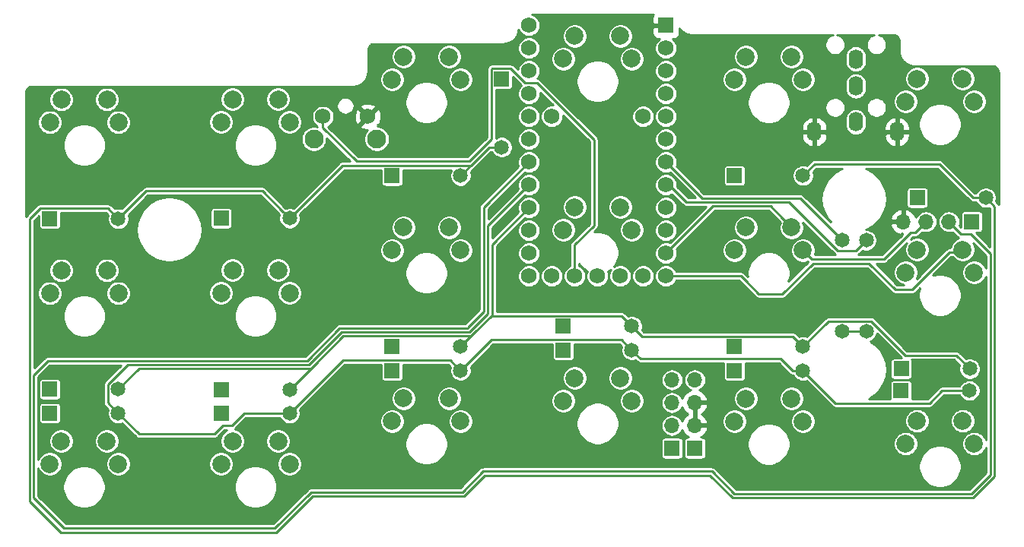
<source format=gbr>
G04 #@! TF.GenerationSoftware,KiCad,Pcbnew,(5.1.0)-1*
G04 #@! TF.CreationDate,2020-09-20T22:55:29+10:00*
G04 #@! TF.ProjectId,oddball,6f646462-616c-46c2-9e6b-696361645f70,rev?*
G04 #@! TF.SameCoordinates,Original*
G04 #@! TF.FileFunction,Copper,L1,Top*
G04 #@! TF.FilePolarity,Positive*
%FSLAX46Y46*%
G04 Gerber Fmt 4.6, Leading zero omitted, Abs format (unit mm)*
G04 Created by KiCad (PCBNEW (5.1.0)-1) date 2020-09-20 22:55:29*
%MOMM*%
%LPD*%
G04 APERTURE LIST*
%ADD10R,1.651000X1.651000*%
%ADD11C,1.651000*%
%ADD12O,1.600000X2.200000*%
%ADD13C,2.000000*%
%ADD14O,1.700000X1.700000*%
%ADD15R,1.700000X1.700000*%
%ADD16C,1.752600*%
%ADD17R,1.752600X1.752600*%
%ADD18C,2.100000*%
%ADD19C,1.750000*%
%ADD20C,0.250000*%
%ADD21C,0.254000*%
G04 APERTURE END LIST*
D10*
X127000000Y-64000000D03*
D11*
X127000000Y-71620000D03*
D10*
X76710000Y-79590000D03*
D11*
X84330000Y-79590000D03*
D10*
X95780000Y-79550000D03*
D11*
X103400000Y-79550000D03*
D10*
X114800000Y-74800000D03*
D11*
X122420000Y-74800000D03*
D10*
X152910000Y-74790000D03*
D11*
X160530000Y-74790000D03*
D10*
X173250000Y-77250000D03*
D11*
X180870000Y-77250000D03*
D10*
X76710000Y-98600000D03*
D11*
X84330000Y-98600000D03*
D10*
X95780000Y-98610000D03*
D11*
X103400000Y-98610000D03*
D10*
X114800000Y-93830000D03*
D11*
X122420000Y-93830000D03*
D10*
X133860000Y-91570000D03*
D11*
X141480000Y-91570000D03*
D10*
X152910000Y-93840000D03*
D11*
X160530000Y-93840000D03*
D10*
X171460000Y-96320000D03*
D11*
X179080000Y-96320000D03*
D10*
X76710000Y-101270000D03*
D11*
X84330000Y-101270000D03*
D10*
X95780000Y-101280000D03*
D11*
X103400000Y-101280000D03*
D10*
X114800000Y-96510000D03*
D11*
X122420000Y-96510000D03*
D10*
X133860000Y-94230000D03*
D11*
X141480000Y-94230000D03*
D10*
X152910000Y-96520000D03*
D11*
X160530000Y-96520000D03*
D10*
X171440000Y-98750000D03*
D11*
X179060000Y-98750000D03*
D12*
X171000000Y-69900000D03*
X161800000Y-69900000D03*
X166400000Y-68800000D03*
X166400000Y-61800000D03*
X166400000Y-64800000D03*
D13*
X77990000Y-85350000D03*
X84340000Y-87890000D03*
X76720000Y-87890000D03*
X83070000Y-85350000D03*
X135130000Y-97340000D03*
X141480000Y-99880000D03*
X133860000Y-99880000D03*
X140210000Y-97340000D03*
X173230000Y-102120000D03*
X179580000Y-104660000D03*
X171960000Y-104660000D03*
X178310000Y-102120000D03*
X154180000Y-99630000D03*
X160530000Y-102170000D03*
X152910000Y-102170000D03*
X159260000Y-99630000D03*
X116080000Y-99620000D03*
X122430000Y-102160000D03*
X114810000Y-102160000D03*
X121160000Y-99620000D03*
X97050000Y-104390000D03*
X103400000Y-106930000D03*
X95780000Y-106930000D03*
X102130000Y-104390000D03*
X77980000Y-104390000D03*
X84330000Y-106930000D03*
X76710000Y-106930000D03*
X83060000Y-104390000D03*
X173230000Y-83040000D03*
X179580000Y-85580000D03*
X171960000Y-85580000D03*
X178310000Y-83040000D03*
X154180000Y-80570000D03*
X160530000Y-83110000D03*
X152910000Y-83110000D03*
X159260000Y-80570000D03*
X135130000Y-78300000D03*
X141480000Y-80840000D03*
X133860000Y-80840000D03*
X140210000Y-78300000D03*
X116080000Y-80570000D03*
X122430000Y-83110000D03*
X114810000Y-83110000D03*
X121160000Y-80570000D03*
X97050000Y-85340000D03*
X103400000Y-87880000D03*
X95780000Y-87880000D03*
X102130000Y-85340000D03*
X173230000Y-63990000D03*
X179580000Y-66530000D03*
X171960000Y-66530000D03*
X178310000Y-63990000D03*
X154180000Y-61540000D03*
X160530000Y-64080000D03*
X152910000Y-64080000D03*
X159260000Y-61540000D03*
X135130000Y-59220000D03*
X141480000Y-61760000D03*
X133860000Y-61760000D03*
X140210000Y-59220000D03*
X116080000Y-61540000D03*
X122430000Y-64080000D03*
X114810000Y-64080000D03*
X121160000Y-61540000D03*
X97050000Y-66290000D03*
X103400000Y-68830000D03*
X95780000Y-68830000D03*
X102130000Y-66290000D03*
X77990000Y-66300000D03*
X84340000Y-68840000D03*
X76720000Y-68840000D03*
X83070000Y-66300000D03*
D14*
X171680000Y-79930000D03*
X174220000Y-79930000D03*
X176760000Y-79930000D03*
D15*
X179300000Y-79930000D03*
D14*
X148480000Y-97550000D03*
X148480000Y-100090000D03*
X148480000Y-102630000D03*
D15*
X148480000Y-105170000D03*
D14*
X145940000Y-97550000D03*
X145940000Y-100090000D03*
X145940000Y-102630000D03*
D15*
X145940000Y-105170000D03*
D16*
X142730000Y-68190000D03*
X132570000Y-68190000D03*
X130030000Y-58030000D03*
X130030000Y-60570000D03*
X130030000Y-63110000D03*
X130030000Y-65650000D03*
X130030000Y-68190000D03*
X130030000Y-70730000D03*
X130030000Y-73270000D03*
X130030000Y-75810000D03*
X130030000Y-78350000D03*
X130030000Y-80890000D03*
X130030000Y-83430000D03*
X130030000Y-85970000D03*
X132570000Y-85970000D03*
X135110000Y-85970000D03*
X137650000Y-85970000D03*
X140190000Y-85970000D03*
X142730000Y-85970000D03*
X145270000Y-85970000D03*
X145270000Y-83430000D03*
X145270000Y-80890000D03*
X145270000Y-78350000D03*
X145270000Y-75810000D03*
X145270000Y-73270000D03*
X145270000Y-70730000D03*
X145270000Y-68190000D03*
X145270000Y-65650000D03*
X145270000Y-63110000D03*
X145270000Y-60570000D03*
D17*
X145270000Y-58030000D03*
D18*
X113100000Y-70700000D03*
D19*
X112100000Y-68210000D03*
X107100000Y-68210000D03*
D18*
X106090000Y-70700000D03*
D11*
X164930000Y-82000000D03*
X164930000Y-92160000D03*
X167570000Y-82000000D03*
X167570000Y-92160000D03*
D20*
X109300501Y-73649499D02*
X103400000Y-79550000D01*
X123570501Y-73649499D02*
X109300501Y-73649499D01*
X125600000Y-71620000D02*
X127000000Y-71620000D01*
X123570501Y-73649499D02*
X123910000Y-73310000D01*
X122420000Y-74800000D02*
X123910000Y-73310000D01*
X123910000Y-73310000D02*
X125600000Y-71620000D01*
X74450000Y-79613998D02*
X75624499Y-78439499D01*
X77950000Y-114600000D02*
X74450000Y-111100000D01*
X75624499Y-78439499D02*
X83179499Y-78439499D01*
X101900000Y-114600000D02*
X77950000Y-114600000D01*
X74450000Y-111100000D02*
X74450000Y-79613998D01*
X106000000Y-110500000D02*
X101900000Y-114600000D01*
X83179499Y-78439499D02*
X84330000Y-79590000D01*
X122800000Y-110500000D02*
X106000000Y-110500000D01*
X102574501Y-78724501D02*
X103400000Y-79550000D01*
X100350000Y-76500000D02*
X102574501Y-78724501D01*
X87420000Y-76500000D02*
X100350000Y-76500000D01*
X84330000Y-79590000D02*
X87420000Y-76500000D01*
X181850000Y-108299990D02*
X179449990Y-110700000D01*
X150200000Y-108200000D02*
X125100000Y-108200000D01*
X152700000Y-110700000D02*
X150200000Y-108200000D01*
X179449990Y-110700000D02*
X152700000Y-110700000D01*
X125100000Y-108200000D02*
X122800000Y-110500000D01*
X181850000Y-84150000D02*
X181850000Y-108299990D01*
X179452567Y-77250000D02*
X175702567Y-73500000D01*
X180620000Y-77250000D02*
X179452567Y-77250000D01*
X161820000Y-73500000D02*
X160530000Y-74790000D01*
X175702567Y-73500000D02*
X161820000Y-73500000D01*
X181850000Y-78230000D02*
X180870000Y-77250000D01*
X181850000Y-79580000D02*
X181850000Y-78230000D01*
X181850000Y-79580000D02*
X181850000Y-78480000D01*
X181850000Y-84150000D02*
X181850000Y-79580000D01*
X124025000Y-92225000D02*
X122420000Y-93830000D01*
X141480000Y-91570000D02*
X140329499Y-90419499D01*
X160530000Y-93840000D02*
X159379499Y-92689499D01*
X142599499Y-92689499D02*
X159379499Y-92689499D01*
X141480000Y-91570000D02*
X142599499Y-92689499D01*
X163360501Y-91009499D02*
X160530000Y-93840000D01*
X179580000Y-96320000D02*
X178412567Y-96320000D01*
X171912742Y-94800000D02*
X168122241Y-91009499D01*
X168122241Y-91009499D02*
X163360501Y-91009499D01*
X106105000Y-95905000D02*
X103400000Y-98610000D01*
X140329499Y-90419499D02*
X125919499Y-90419499D01*
X125919499Y-90419499D02*
X125830501Y-90419499D01*
X125830501Y-90419499D02*
X124025000Y-92225000D01*
X177560000Y-94800000D02*
X179080000Y-96320000D01*
X175950000Y-94800000D02*
X177560000Y-94800000D01*
X175950000Y-94800000D02*
X171912742Y-94800000D01*
X176892567Y-94800000D02*
X175950000Y-94800000D01*
X125919499Y-82580501D02*
X125919499Y-90419499D01*
X125919499Y-82580501D02*
X125919499Y-82460501D01*
X125919499Y-82460501D02*
X130030000Y-78350000D01*
X123570501Y-92679499D02*
X124025000Y-92225000D01*
X123570501Y-92679499D02*
X109330501Y-92679499D01*
X109330501Y-92679499D02*
X106105000Y-95905000D01*
X105707313Y-96302687D02*
X86627313Y-96302687D01*
X86627313Y-96302687D02*
X84330000Y-98600000D01*
X105707313Y-96302687D02*
X106105000Y-95905000D01*
X159362567Y-96520000D02*
X158042567Y-95200000D01*
X160530000Y-96520000D02*
X159362567Y-96520000D01*
X142450000Y-95200000D02*
X141480000Y-94230000D01*
X158042567Y-95200000D02*
X142450000Y-95200000D01*
X125850501Y-93079499D02*
X122420000Y-96510000D01*
X140329499Y-93079499D02*
X125850501Y-93079499D01*
X141480000Y-94230000D02*
X140329499Y-93079499D01*
X109320501Y-95359499D02*
X103400000Y-101280000D01*
X121269499Y-95359499D02*
X109320501Y-95359499D01*
X122420000Y-96510000D02*
X121269499Y-95359499D01*
X98320000Y-101280000D02*
X103400000Y-101280000D01*
X96950000Y-102650000D02*
X98320000Y-101280000D01*
X95950000Y-102650000D02*
X96950000Y-102650000D01*
X95002687Y-103597313D02*
X95950000Y-102650000D01*
X86657313Y-103597313D02*
X95002687Y-103597313D01*
X84330000Y-101270000D02*
X86657313Y-103597313D01*
X176000000Y-98750000D02*
X179060000Y-98750000D01*
X174589499Y-100160501D02*
X176000000Y-98750000D01*
X160530000Y-96520000D02*
X164170501Y-100160501D01*
X164170501Y-100160501D02*
X174589499Y-100160501D01*
X85374580Y-95852678D02*
X105520912Y-95852678D01*
X105520912Y-95852678D02*
X109144101Y-92229489D01*
X83179499Y-98047759D02*
X85374580Y-95852678D01*
X84330000Y-101270000D02*
X83179499Y-100119499D01*
X125456795Y-80383205D02*
X130030000Y-75810000D01*
X123384101Y-92229489D02*
X125456795Y-90156795D01*
X109144101Y-92229489D02*
X123384101Y-92229489D01*
X83179499Y-100119499D02*
X83179499Y-98047759D01*
X125456795Y-80543205D02*
X125456795Y-80383205D01*
X125456795Y-90156795D02*
X125456795Y-80543205D01*
X125006785Y-89893215D02*
X125006785Y-82256785D01*
X108957701Y-91779479D02*
X123197701Y-91779479D01*
X91400000Y-95400000D02*
X91402667Y-95402667D01*
X123197701Y-91702299D02*
X125006785Y-89893215D01*
X74900010Y-110700010D02*
X74900010Y-96999990D01*
X78300000Y-114100000D02*
X74900010Y-110700010D01*
X101763590Y-114100000D02*
X78300000Y-114100000D01*
X105813599Y-110049991D02*
X101763590Y-114100000D01*
X122613600Y-110049990D02*
X105813599Y-110049991D01*
X124913599Y-107749991D02*
X122613600Y-110049990D01*
X150386400Y-107749990D02*
X124913599Y-107749991D01*
X152886400Y-110249990D02*
X150386400Y-107749990D01*
X74900010Y-96999990D02*
X76500000Y-95400000D01*
X181399990Y-108100010D02*
X179250010Y-110249990D01*
X176760000Y-79930000D02*
X178130000Y-81300000D01*
X181399990Y-83499990D02*
X181399990Y-108100010D01*
X105334513Y-95402667D02*
X108957701Y-91779479D01*
X91402667Y-95402667D02*
X105334513Y-95402667D01*
X179250010Y-110249990D02*
X152886400Y-110249990D01*
X123197701Y-91779479D02*
X123197701Y-91702299D01*
X76500000Y-95400000D02*
X91400000Y-95400000D01*
X178130000Y-81300000D02*
X179200000Y-81300000D01*
X179200000Y-81300000D02*
X181399990Y-83499990D01*
X125006785Y-78293215D02*
X125006785Y-82256785D01*
X130030000Y-73270000D02*
X125006785Y-78293215D01*
X158231099Y-87968901D02*
X155606927Y-87968901D01*
X178290000Y-83330000D02*
X176820000Y-83330000D01*
X161639991Y-84560009D02*
X158231099Y-87968901D01*
X170779982Y-87450000D02*
X172700000Y-87450000D01*
X167889991Y-84560009D02*
X170779982Y-87450000D01*
X176820000Y-83330000D02*
X172700000Y-87450000D01*
X167889991Y-84560009D02*
X161639991Y-84560009D01*
X153608026Y-85970000D02*
X154194013Y-86555987D01*
X145270000Y-85970000D02*
X153608026Y-85970000D01*
X155606927Y-87968901D02*
X154194013Y-86555987D01*
X158260001Y-79570001D02*
X159260000Y-80570000D01*
X156890019Y-78200019D02*
X158260001Y-79570001D01*
X161529999Y-84109999D02*
X160530000Y-83110000D01*
X169540001Y-84109999D02*
X161529999Y-84109999D01*
X172544999Y-81105001D02*
X169540001Y-84109999D01*
X173044999Y-81105001D02*
X172544999Y-81105001D01*
X174220000Y-79930000D02*
X173044999Y-81105001D01*
X150499981Y-78200019D02*
X145270000Y-83430000D01*
X152549981Y-78200019D02*
X150499981Y-78200019D01*
X152549981Y-78200019D02*
X156890019Y-78200019D01*
X169950000Y-69900000D02*
X171000000Y-69900000D01*
X168600000Y-71250000D02*
X169950000Y-69900000D01*
X164200000Y-71250000D02*
X168600000Y-71250000D01*
X162850000Y-69900000D02*
X164200000Y-71250000D01*
X161800000Y-69900000D02*
X162850000Y-69900000D01*
X145270000Y-73270000D02*
X149299999Y-77299999D01*
X160229999Y-77299999D02*
X164930000Y-82000000D01*
X149299999Y-77299999D02*
X160229999Y-77299999D01*
X167570000Y-92160000D02*
X164930000Y-92160000D01*
X166419499Y-83150501D02*
X167570000Y-82000000D01*
X164377759Y-83150501D02*
X166419499Y-83150501D01*
X158977267Y-77750009D02*
X164377759Y-83150501D01*
X147540009Y-77750009D02*
X158977267Y-77750009D01*
X145270000Y-75480000D02*
X147540009Y-77750009D01*
X135110000Y-82508026D02*
X135110000Y-85640000D01*
X129590773Y-64448699D02*
X130936625Y-64448699D01*
X127991573Y-62849499D02*
X129590773Y-64448699D01*
X125849499Y-62914499D02*
X125914499Y-62849499D01*
X125914499Y-62849499D02*
X127991573Y-62849499D01*
X125849499Y-70734091D02*
X125849499Y-62914499D01*
X130936625Y-64448699D02*
X137250000Y-70762074D01*
X123384101Y-73199489D02*
X125849499Y-70734091D01*
X110852053Y-73199489D02*
X123384101Y-73199489D01*
X107100000Y-69447436D02*
X110852053Y-73199489D01*
X107100000Y-68210000D02*
X107100000Y-69447436D01*
X135110000Y-84730725D02*
X135110000Y-85970000D01*
X135110000Y-82508026D02*
X135110000Y-84730725D01*
X137250000Y-80368026D02*
X135110000Y-82508026D01*
X137250000Y-78750000D02*
X137250000Y-80368026D01*
X137250000Y-70762074D02*
X137250000Y-78750000D01*
D21*
G36*
X143804198Y-56909520D02*
G01*
X143767888Y-57029218D01*
X143755628Y-57153700D01*
X143758700Y-57744250D01*
X143917450Y-57903000D01*
X145143000Y-57903000D01*
X145143000Y-57883000D01*
X145397000Y-57883000D01*
X145397000Y-57903000D01*
X145417000Y-57903000D01*
X145417000Y-58157000D01*
X145397000Y-58157000D01*
X145397000Y-58177000D01*
X145143000Y-58177000D01*
X145143000Y-58157000D01*
X143917450Y-58157000D01*
X143758700Y-58315750D01*
X143755628Y-58906300D01*
X143767888Y-59030782D01*
X143804198Y-59150480D01*
X143863163Y-59260794D01*
X143942515Y-59357485D01*
X144039206Y-59436837D01*
X144149520Y-59495802D01*
X144269218Y-59532112D01*
X144393700Y-59544372D01*
X144543043Y-59543595D01*
X144468518Y-59593391D01*
X144293391Y-59768518D01*
X144155795Y-59974445D01*
X144061017Y-60203259D01*
X144012700Y-60446167D01*
X144012700Y-60693833D01*
X144061017Y-60936741D01*
X144155795Y-61165555D01*
X144293391Y-61371482D01*
X144468518Y-61546609D01*
X144674445Y-61684205D01*
X144903259Y-61778983D01*
X145146167Y-61827300D01*
X145393833Y-61827300D01*
X145636741Y-61778983D01*
X145865555Y-61684205D01*
X146071482Y-61546609D01*
X146214108Y-61403983D01*
X152799000Y-61403983D01*
X152799000Y-61676017D01*
X152852071Y-61942823D01*
X152956174Y-62194149D01*
X153107307Y-62420336D01*
X153299664Y-62612693D01*
X153525851Y-62763826D01*
X153777177Y-62867929D01*
X154043983Y-62921000D01*
X154316017Y-62921000D01*
X154582823Y-62867929D01*
X154834149Y-62763826D01*
X155060336Y-62612693D01*
X155252693Y-62420336D01*
X155403826Y-62194149D01*
X155507929Y-61942823D01*
X155561000Y-61676017D01*
X155561000Y-61403983D01*
X157879000Y-61403983D01*
X157879000Y-61676017D01*
X157932071Y-61942823D01*
X158036174Y-62194149D01*
X158187307Y-62420336D01*
X158379664Y-62612693D01*
X158605851Y-62763826D01*
X158857177Y-62867929D01*
X159123983Y-62921000D01*
X159396017Y-62921000D01*
X159662823Y-62867929D01*
X159914149Y-62763826D01*
X160140336Y-62612693D01*
X160332693Y-62420336D01*
X160483826Y-62194149D01*
X160587929Y-61942823D01*
X160641000Y-61676017D01*
X160641000Y-61441985D01*
X165219000Y-61441985D01*
X165219000Y-62158016D01*
X165236088Y-62331516D01*
X165303619Y-62554136D01*
X165413284Y-62759303D01*
X165560867Y-62939134D01*
X165740698Y-63086717D01*
X165945865Y-63196381D01*
X166168485Y-63263912D01*
X166400000Y-63286714D01*
X166631516Y-63263912D01*
X166854136Y-63196381D01*
X167059303Y-63086717D01*
X167239134Y-62939134D01*
X167386717Y-62759303D01*
X167496381Y-62554136D01*
X167563912Y-62331515D01*
X167581000Y-62158015D01*
X167581000Y-61441984D01*
X167563912Y-61268484D01*
X167496381Y-61045864D01*
X167386717Y-60840697D01*
X167239134Y-60660866D01*
X167059302Y-60513283D01*
X166854135Y-60403619D01*
X166631515Y-60336088D01*
X166400000Y-60313286D01*
X166168484Y-60336088D01*
X165945864Y-60403619D01*
X165740697Y-60513283D01*
X165560866Y-60660866D01*
X165413283Y-60840698D01*
X165303619Y-61045865D01*
X165236088Y-61268485D01*
X165219000Y-61441985D01*
X160641000Y-61441985D01*
X160641000Y-61403983D01*
X160587929Y-61137177D01*
X160483826Y-60885851D01*
X160332693Y-60659664D01*
X160140336Y-60467307D01*
X159914149Y-60316174D01*
X159662823Y-60212071D01*
X159396017Y-60159000D01*
X159123983Y-60159000D01*
X158857177Y-60212071D01*
X158605851Y-60316174D01*
X158379664Y-60467307D01*
X158187307Y-60659664D01*
X158036174Y-60885851D01*
X157932071Y-61137177D01*
X157879000Y-61403983D01*
X155561000Y-61403983D01*
X155507929Y-61137177D01*
X155403826Y-60885851D01*
X155252693Y-60659664D01*
X155060336Y-60467307D01*
X154834149Y-60316174D01*
X154582823Y-60212071D01*
X154316017Y-60159000D01*
X154043983Y-60159000D01*
X153777177Y-60212071D01*
X153525851Y-60316174D01*
X153299664Y-60467307D01*
X153107307Y-60659664D01*
X152956174Y-60885851D01*
X152852071Y-61137177D01*
X152799000Y-61403983D01*
X146214108Y-61403983D01*
X146246609Y-61371482D01*
X146384205Y-61165555D01*
X146478983Y-60936741D01*
X146527300Y-60693833D01*
X146527300Y-60446167D01*
X146478983Y-60203259D01*
X146384205Y-59974445D01*
X146246609Y-59768518D01*
X146071482Y-59593391D01*
X145996957Y-59543595D01*
X146146300Y-59544372D01*
X146270782Y-59532112D01*
X146390480Y-59495802D01*
X146500794Y-59436837D01*
X146597485Y-59357485D01*
X146676837Y-59260794D01*
X146735802Y-59150480D01*
X146772112Y-59030782D01*
X146784372Y-58906300D01*
X146781581Y-58369813D01*
X146790655Y-58383268D01*
X146799729Y-58397567D01*
X146803867Y-58402859D01*
X146807624Y-58408430D01*
X146818425Y-58421478D01*
X146843468Y-58453504D01*
X146848588Y-58457912D01*
X146892330Y-58510750D01*
X146895571Y-58516385D01*
X146922483Y-58547173D01*
X146933456Y-58560428D01*
X146938053Y-58564986D01*
X146942303Y-58569848D01*
X146954813Y-58581604D01*
X146983880Y-58610423D01*
X146989304Y-58614014D01*
X147039315Y-58661007D01*
X147043387Y-58666387D01*
X147073784Y-58693397D01*
X147086138Y-58705006D01*
X147091458Y-58709102D01*
X147096467Y-58713553D01*
X147110159Y-58723501D01*
X147142401Y-58748325D01*
X147148450Y-58751320D01*
X147204038Y-58791707D01*
X147208684Y-58796464D01*
X147242300Y-58819505D01*
X147256094Y-58829527D01*
X147261802Y-58832873D01*
X147267255Y-58836610D01*
X147282185Y-58844819D01*
X147317356Y-58865432D01*
X147323640Y-58867611D01*
X147383841Y-58900710D01*
X147389104Y-58904891D01*
X147425286Y-58923497D01*
X147440160Y-58931675D01*
X147446307Y-58934307D01*
X147452252Y-58937364D01*
X147468023Y-58943605D01*
X147505436Y-58959623D01*
X147512018Y-58961013D01*
X147575875Y-58986282D01*
X147581573Y-58989741D01*
X147619846Y-59003681D01*
X147635689Y-59009950D01*
X147642069Y-59011775D01*
X147648293Y-59014042D01*
X147664767Y-59018268D01*
X147703957Y-59029479D01*
X147710604Y-59030027D01*
X147777119Y-59047091D01*
X147783171Y-59049794D01*
X147822919Y-59058840D01*
X147839463Y-59063084D01*
X147845986Y-59064090D01*
X147852408Y-59065551D01*
X147869316Y-59067686D01*
X147909642Y-59073902D01*
X147916269Y-59073614D01*
X147984342Y-59082209D01*
X147990708Y-59084140D01*
X148031304Y-59088138D01*
X148048187Y-59090270D01*
X148054784Y-59090451D01*
X148061374Y-59091100D01*
X148078446Y-59091100D01*
X148119168Y-59092217D01*
X148125717Y-59091100D01*
X148264197Y-59091100D01*
X163860657Y-59094451D01*
X163770100Y-59112464D01*
X163564271Y-59197721D01*
X163379030Y-59321495D01*
X163221495Y-59479030D01*
X163097721Y-59664271D01*
X163012464Y-59870100D01*
X162969000Y-60088606D01*
X162969000Y-60311394D01*
X163012464Y-60529900D01*
X163097721Y-60735729D01*
X163221495Y-60920970D01*
X163379030Y-61078505D01*
X163564271Y-61202279D01*
X163770100Y-61287536D01*
X163988606Y-61331000D01*
X164211394Y-61331000D01*
X164429900Y-61287536D01*
X164635729Y-61202279D01*
X164820970Y-61078505D01*
X164978505Y-60920970D01*
X165102279Y-60735729D01*
X165187536Y-60529900D01*
X165231000Y-60311394D01*
X165231000Y-60088606D01*
X165187536Y-59870100D01*
X165102279Y-59664271D01*
X164978505Y-59479030D01*
X164820970Y-59321495D01*
X164635729Y-59197721D01*
X164429900Y-59112464D01*
X164339861Y-59094554D01*
X168455694Y-59095438D01*
X168370100Y-59112464D01*
X168164271Y-59197721D01*
X167979030Y-59321495D01*
X167821495Y-59479030D01*
X167697721Y-59664271D01*
X167612464Y-59870100D01*
X167569000Y-60088606D01*
X167569000Y-60311394D01*
X167612464Y-60529900D01*
X167697721Y-60735729D01*
X167821495Y-60920970D01*
X167979030Y-61078505D01*
X168164271Y-61202279D01*
X168370100Y-61287536D01*
X168588606Y-61331000D01*
X168811394Y-61331000D01*
X169029900Y-61287536D01*
X169235729Y-61202279D01*
X169420970Y-61078505D01*
X169578505Y-60920970D01*
X169702279Y-60735729D01*
X169787536Y-60529900D01*
X169831000Y-60311394D01*
X169831000Y-60088606D01*
X169787536Y-59870100D01*
X169702279Y-59664271D01*
X169578505Y-59479030D01*
X169420970Y-59321495D01*
X169235729Y-59197721D01*
X169029900Y-59112464D01*
X168944835Y-59095543D01*
X170574730Y-59095893D01*
X170663613Y-59107108D01*
X170750304Y-59129409D01*
X170833594Y-59162249D01*
X170911934Y-59205546D01*
X170984882Y-59258223D01*
X171049675Y-59319331D01*
X171106984Y-59388341D01*
X171154504Y-59463601D01*
X171192698Y-59544644D01*
X171220513Y-59630930D01*
X171237805Y-59718822D01*
X171244000Y-59821931D01*
X171244001Y-60884807D01*
X171243449Y-60899259D01*
X171244001Y-60908447D01*
X171244001Y-60917626D01*
X171245415Y-60931980D01*
X171251549Y-61034093D01*
X171250674Y-61042795D01*
X171254385Y-61081292D01*
X171255282Y-61096226D01*
X171256653Y-61104819D01*
X171257487Y-61113475D01*
X171260373Y-61128145D01*
X171266467Y-61166348D01*
X171269504Y-61174553D01*
X171282812Y-61242189D01*
X171282893Y-61246894D01*
X171291949Y-61288633D01*
X171295610Y-61307238D01*
X171296957Y-61311713D01*
X171297950Y-61316288D01*
X171303778Y-61334369D01*
X171316081Y-61375231D01*
X171318288Y-61379382D01*
X171338926Y-61443403D01*
X171339997Y-61450693D01*
X171353436Y-61488415D01*
X171358447Y-61503961D01*
X171361369Y-61510685D01*
X171363827Y-61517583D01*
X171370783Y-61532343D01*
X171386752Y-61569083D01*
X171390952Y-61575140D01*
X171420249Y-61637303D01*
X171421833Y-61643057D01*
X171440420Y-61680104D01*
X171447971Y-61696126D01*
X171451013Y-61701217D01*
X171453676Y-61706525D01*
X171463134Y-61721504D01*
X171484392Y-61757082D01*
X171488395Y-61761510D01*
X171525098Y-61819639D01*
X171528076Y-61826712D01*
X171550349Y-61859630D01*
X171558904Y-61873179D01*
X171563592Y-61879202D01*
X171567868Y-61885522D01*
X171578102Y-61897846D01*
X171602517Y-61929215D01*
X171608322Y-61934236D01*
X171652331Y-61987230D01*
X171655158Y-61992166D01*
X171682556Y-62023627D01*
X171694056Y-62037474D01*
X171698079Y-62041450D01*
X171701792Y-62045714D01*
X171714888Y-62058066D01*
X171744557Y-62087391D01*
X171749302Y-62090522D01*
X171799164Y-62137547D01*
X171803857Y-62143717D01*
X171833561Y-62169988D01*
X171845167Y-62180934D01*
X171851271Y-62185651D01*
X171857046Y-62190759D01*
X171869964Y-62200098D01*
X171901352Y-62224356D01*
X171908296Y-62227810D01*
X171964418Y-62268383D01*
X171968390Y-62272464D01*
X172002753Y-62296098D01*
X172017339Y-62306643D01*
X172022234Y-62309496D01*
X172026896Y-62312703D01*
X172042639Y-62321392D01*
X172078685Y-62342405D01*
X172084070Y-62344258D01*
X172143594Y-62377110D01*
X172149401Y-62381712D01*
X172184996Y-62399961D01*
X172199265Y-62407836D01*
X172206040Y-62410749D01*
X172212589Y-62414107D01*
X172227729Y-62420076D01*
X172264497Y-62435888D01*
X172271744Y-62437431D01*
X172336278Y-62462876D01*
X172341584Y-62466102D01*
X172380291Y-62480230D01*
X172396547Y-62486639D01*
X172402483Y-62488329D01*
X172408288Y-62490448D01*
X172425223Y-62494804D01*
X172464839Y-62506085D01*
X172471029Y-62506588D01*
X172536893Y-62523531D01*
X172543109Y-62526307D01*
X172582671Y-62535307D01*
X172599049Y-62539520D01*
X172605756Y-62540558D01*
X172612348Y-62542058D01*
X172629072Y-62544168D01*
X172669221Y-62550384D01*
X172676029Y-62550093D01*
X172744361Y-62558715D01*
X172750708Y-62560640D01*
X172791326Y-62564641D01*
X172808227Y-62566773D01*
X172814803Y-62566953D01*
X172821374Y-62567600D01*
X172838470Y-62567600D01*
X172879208Y-62568714D01*
X172880697Y-62568460D01*
X172896132Y-62569988D01*
X172896252Y-62569988D01*
X172920000Y-62572327D01*
X172943506Y-62570012D01*
X181624655Y-62574384D01*
X181713613Y-62585608D01*
X181800304Y-62607909D01*
X181883726Y-62640801D01*
X181961936Y-62683967D01*
X182034784Y-62736632D01*
X182099676Y-62797833D01*
X182156984Y-62866841D01*
X182204504Y-62942101D01*
X182242698Y-63023144D01*
X182270513Y-63109430D01*
X182287805Y-63197322D01*
X182294001Y-63300447D01*
X182294001Y-77987261D01*
X182272759Y-77947521D01*
X182209527Y-77870473D01*
X182190220Y-77854628D01*
X182003007Y-77667415D01*
X182030135Y-77601923D01*
X182076500Y-77368830D01*
X182076500Y-77131170D01*
X182030135Y-76898077D01*
X181939187Y-76678508D01*
X181807150Y-76480901D01*
X181639099Y-76312850D01*
X181441492Y-76180813D01*
X181221923Y-76089865D01*
X180988830Y-76043500D01*
X180751170Y-76043500D01*
X180518077Y-76089865D01*
X180298508Y-76180813D01*
X180100901Y-76312850D01*
X179932850Y-76480901D01*
X179800813Y-76678508D01*
X179773685Y-76744000D01*
X179662159Y-76744000D01*
X176077943Y-73159785D01*
X176062094Y-73140473D01*
X175985046Y-73077241D01*
X175897142Y-73030255D01*
X175801760Y-73001322D01*
X175727421Y-72994000D01*
X175727413Y-72994000D01*
X175702567Y-72991553D01*
X175677721Y-72994000D01*
X161844845Y-72994000D01*
X161819999Y-72991553D01*
X161795153Y-72994000D01*
X161795146Y-72994000D01*
X161730694Y-73000348D01*
X161720806Y-73001322D01*
X161708965Y-73004914D01*
X161625425Y-73030255D01*
X161537521Y-73077241D01*
X161460473Y-73140473D01*
X161444628Y-73159780D01*
X160947416Y-73656993D01*
X160881923Y-73629865D01*
X160648830Y-73583500D01*
X160411170Y-73583500D01*
X160178077Y-73629865D01*
X159958508Y-73720813D01*
X159760901Y-73852850D01*
X159592850Y-74020901D01*
X159460813Y-74218508D01*
X159369865Y-74438077D01*
X159323500Y-74671170D01*
X159323500Y-74908830D01*
X159369865Y-75141923D01*
X159460813Y-75361492D01*
X159592850Y-75559099D01*
X159760901Y-75727150D01*
X159958508Y-75859187D01*
X160178077Y-75950135D01*
X160411170Y-75996500D01*
X160648830Y-75996500D01*
X160881923Y-75950135D01*
X161101492Y-75859187D01*
X161299099Y-75727150D01*
X161467150Y-75559099D01*
X161599187Y-75361492D01*
X161690135Y-75141923D01*
X161736500Y-74908830D01*
X161736500Y-74671170D01*
X161690135Y-74438077D01*
X161663007Y-74372584D01*
X162029592Y-74006000D01*
X164880111Y-74006000D01*
X164803753Y-74029163D01*
X164172964Y-74366327D01*
X163620073Y-74820073D01*
X163166327Y-75372964D01*
X162829163Y-76003753D01*
X162621538Y-76688200D01*
X162551432Y-77400000D01*
X162621538Y-78111800D01*
X162829163Y-78796247D01*
X163166327Y-79427036D01*
X163595151Y-79949559D01*
X160605375Y-76959784D01*
X160589526Y-76940472D01*
X160512478Y-76877240D01*
X160424574Y-76830254D01*
X160329192Y-76801321D01*
X160254853Y-76793999D01*
X160254845Y-76793999D01*
X160229999Y-76791552D01*
X160205153Y-76793999D01*
X149509591Y-76793999D01*
X146680092Y-73964500D01*
X151701657Y-73964500D01*
X151701657Y-75615500D01*
X151709013Y-75690189D01*
X151730799Y-75762008D01*
X151766178Y-75828196D01*
X151813789Y-75886211D01*
X151871804Y-75933822D01*
X151937992Y-75969201D01*
X152009811Y-75990987D01*
X152084500Y-75998343D01*
X153735500Y-75998343D01*
X153810189Y-75990987D01*
X153882008Y-75969201D01*
X153948196Y-75933822D01*
X154006211Y-75886211D01*
X154053822Y-75828196D01*
X154089201Y-75762008D01*
X154110987Y-75690189D01*
X154118343Y-75615500D01*
X154118343Y-73964500D01*
X154110987Y-73889811D01*
X154089201Y-73817992D01*
X154053822Y-73751804D01*
X154006211Y-73693789D01*
X153948196Y-73646178D01*
X153882008Y-73610799D01*
X153810189Y-73589013D01*
X153735500Y-73581657D01*
X152084500Y-73581657D01*
X152009811Y-73589013D01*
X151937992Y-73610799D01*
X151871804Y-73646178D01*
X151813789Y-73693789D01*
X151766178Y-73751804D01*
X151730799Y-73817992D01*
X151709013Y-73889811D01*
X151701657Y-73964500D01*
X146680092Y-73964500D01*
X146441888Y-73726297D01*
X146478983Y-73636741D01*
X146527300Y-73393833D01*
X146527300Y-73146167D01*
X146478983Y-72903259D01*
X146384205Y-72674445D01*
X146246609Y-72468518D01*
X146071482Y-72293391D01*
X145865555Y-72155795D01*
X145636741Y-72061017D01*
X145393833Y-72012700D01*
X145146167Y-72012700D01*
X144903259Y-72061017D01*
X144674445Y-72155795D01*
X144468518Y-72293391D01*
X144293391Y-72468518D01*
X144155795Y-72674445D01*
X144061017Y-72903259D01*
X144012700Y-73146167D01*
X144012700Y-73393833D01*
X144061017Y-73636741D01*
X144155795Y-73865555D01*
X144293391Y-74071482D01*
X144468518Y-74246609D01*
X144674445Y-74384205D01*
X144903259Y-74478983D01*
X145146167Y-74527300D01*
X145393833Y-74527300D01*
X145636741Y-74478983D01*
X145726297Y-74441888D01*
X148528417Y-77244009D01*
X147749601Y-77244009D01*
X146512721Y-76007129D01*
X146527300Y-75933833D01*
X146527300Y-75686167D01*
X146478983Y-75443259D01*
X146384205Y-75214445D01*
X146246609Y-75008518D01*
X146071482Y-74833391D01*
X145865555Y-74695795D01*
X145636741Y-74601017D01*
X145393833Y-74552700D01*
X145146167Y-74552700D01*
X144903259Y-74601017D01*
X144674445Y-74695795D01*
X144468518Y-74833391D01*
X144293391Y-75008518D01*
X144155795Y-75214445D01*
X144061017Y-75443259D01*
X144012700Y-75686167D01*
X144012700Y-75933833D01*
X144061017Y-76176741D01*
X144155795Y-76405555D01*
X144293391Y-76611482D01*
X144468518Y-76786609D01*
X144674445Y-76924205D01*
X144903259Y-77018983D01*
X145146167Y-77067300D01*
X145393833Y-77067300D01*
X145636741Y-77018983D01*
X145865555Y-76924205D01*
X145945318Y-76870909D01*
X147164637Y-78090229D01*
X147180482Y-78109536D01*
X147257530Y-78172768D01*
X147308513Y-78200019D01*
X147345434Y-78219754D01*
X147440816Y-78248687D01*
X147540009Y-78258457D01*
X147564863Y-78256009D01*
X149728399Y-78256009D01*
X145726297Y-82258112D01*
X145636741Y-82221017D01*
X145393833Y-82172700D01*
X145146167Y-82172700D01*
X144903259Y-82221017D01*
X144674445Y-82315795D01*
X144468518Y-82453391D01*
X144293391Y-82628518D01*
X144155795Y-82834445D01*
X144061017Y-83063259D01*
X144012700Y-83306167D01*
X144012700Y-83553833D01*
X144061017Y-83796741D01*
X144155795Y-84025555D01*
X144293391Y-84231482D01*
X144468518Y-84406609D01*
X144674445Y-84544205D01*
X144903259Y-84638983D01*
X145146167Y-84687300D01*
X145393833Y-84687300D01*
X145636741Y-84638983D01*
X145865555Y-84544205D01*
X146071482Y-84406609D01*
X146246609Y-84231482D01*
X146384205Y-84025555D01*
X146478983Y-83796741D01*
X146527300Y-83553833D01*
X146527300Y-83306167D01*
X146478983Y-83063259D01*
X146442004Y-82973983D01*
X151529000Y-82973983D01*
X151529000Y-83246017D01*
X151582071Y-83512823D01*
X151686174Y-83764149D01*
X151837307Y-83990336D01*
X152029664Y-84182693D01*
X152255851Y-84333826D01*
X152507177Y-84437929D01*
X152773983Y-84491000D01*
X153046017Y-84491000D01*
X153312823Y-84437929D01*
X153564149Y-84333826D01*
X153790336Y-84182693D01*
X153982693Y-83990336D01*
X154133826Y-83764149D01*
X154237929Y-83512823D01*
X154291000Y-83246017D01*
X154291000Y-82973983D01*
X154237929Y-82707177D01*
X154133826Y-82455851D01*
X153982693Y-82229664D01*
X153790336Y-82037307D01*
X153564149Y-81886174D01*
X153312823Y-81782071D01*
X153046017Y-81729000D01*
X152773983Y-81729000D01*
X152507177Y-81782071D01*
X152255851Y-81886174D01*
X152029664Y-82037307D01*
X151837307Y-82229664D01*
X151686174Y-82455851D01*
X151582071Y-82707177D01*
X151529000Y-82973983D01*
X146442004Y-82973983D01*
X146441888Y-82973703D01*
X148981608Y-80433983D01*
X152799000Y-80433983D01*
X152799000Y-80706017D01*
X152852071Y-80972823D01*
X152956174Y-81224149D01*
X153107307Y-81450336D01*
X153299664Y-81642693D01*
X153525851Y-81793826D01*
X153777177Y-81897929D01*
X154043983Y-81951000D01*
X154316017Y-81951000D01*
X154582823Y-81897929D01*
X154834149Y-81793826D01*
X155060336Y-81642693D01*
X155252693Y-81450336D01*
X155403826Y-81224149D01*
X155507929Y-80972823D01*
X155561000Y-80706017D01*
X155561000Y-80433983D01*
X155507929Y-80167177D01*
X155403826Y-79915851D01*
X155252693Y-79689664D01*
X155060336Y-79497307D01*
X154834149Y-79346174D01*
X154582823Y-79242071D01*
X154316017Y-79189000D01*
X154043983Y-79189000D01*
X153777177Y-79242071D01*
X153525851Y-79346174D01*
X153299664Y-79497307D01*
X153107307Y-79689664D01*
X152956174Y-79915851D01*
X152852071Y-80167177D01*
X152799000Y-80433983D01*
X148981608Y-80433983D01*
X150709573Y-78706019D01*
X156680428Y-78706019D01*
X157919779Y-79945371D01*
X157919784Y-79945375D01*
X157993437Y-80019028D01*
X157932071Y-80167177D01*
X157879000Y-80433983D01*
X157879000Y-80706017D01*
X157932071Y-80972823D01*
X158036174Y-81224149D01*
X158187307Y-81450336D01*
X158379664Y-81642693D01*
X158605851Y-81793826D01*
X158857177Y-81897929D01*
X159123983Y-81951000D01*
X159396017Y-81951000D01*
X159662823Y-81897929D01*
X159914149Y-81793826D01*
X160140336Y-81642693D01*
X160332693Y-81450336D01*
X160483826Y-81224149D01*
X160587929Y-80972823D01*
X160641000Y-80706017D01*
X160641000Y-80433983D01*
X160587929Y-80167177D01*
X160523642Y-80011976D01*
X164002387Y-83490721D01*
X164018232Y-83510028D01*
X164095280Y-83573260D01*
X164152788Y-83603999D01*
X161820163Y-83603999D01*
X161857929Y-83512823D01*
X161911000Y-83246017D01*
X161911000Y-82973983D01*
X161857929Y-82707177D01*
X161753826Y-82455851D01*
X161602693Y-82229664D01*
X161410336Y-82037307D01*
X161184149Y-81886174D01*
X160932823Y-81782071D01*
X160666017Y-81729000D01*
X160393983Y-81729000D01*
X160127177Y-81782071D01*
X159875851Y-81886174D01*
X159649664Y-82037307D01*
X159457307Y-82229664D01*
X159306174Y-82455851D01*
X159202071Y-82707177D01*
X159149000Y-82973983D01*
X159149000Y-83246017D01*
X159202071Y-83512823D01*
X159306174Y-83764149D01*
X159457307Y-83990336D01*
X159649664Y-84182693D01*
X159875851Y-84333826D01*
X160127177Y-84437929D01*
X160393983Y-84491000D01*
X160666017Y-84491000D01*
X160932823Y-84437929D01*
X161080972Y-84376564D01*
X161094408Y-84390000D01*
X158906024Y-86578385D01*
X159003634Y-86342733D01*
X159094900Y-85883907D01*
X159094900Y-85416093D01*
X159003634Y-84957267D01*
X158824609Y-84525063D01*
X158564705Y-84136090D01*
X158233910Y-83805295D01*
X157844937Y-83545391D01*
X157412733Y-83366366D01*
X156953907Y-83275100D01*
X156486093Y-83275100D01*
X156027267Y-83366366D01*
X155595063Y-83545391D01*
X155206090Y-83805295D01*
X154875295Y-84136090D01*
X154615391Y-84525063D01*
X154436366Y-84957267D01*
X154345100Y-85416093D01*
X154345100Y-85883907D01*
X154371811Y-86018194D01*
X153983402Y-85629785D01*
X153967553Y-85610473D01*
X153890505Y-85547241D01*
X153802601Y-85500255D01*
X153707219Y-85471322D01*
X153632880Y-85464000D01*
X153632872Y-85464000D01*
X153608026Y-85461553D01*
X153583180Y-85464000D01*
X146421300Y-85464000D01*
X146384205Y-85374445D01*
X146246609Y-85168518D01*
X146071482Y-84993391D01*
X145865555Y-84855795D01*
X145636741Y-84761017D01*
X145393833Y-84712700D01*
X145146167Y-84712700D01*
X144903259Y-84761017D01*
X144674445Y-84855795D01*
X144468518Y-84993391D01*
X144293391Y-85168518D01*
X144155795Y-85374445D01*
X144061017Y-85603259D01*
X144012700Y-85846167D01*
X144012700Y-86093833D01*
X144061017Y-86336741D01*
X144155795Y-86565555D01*
X144293391Y-86771482D01*
X144468518Y-86946609D01*
X144674445Y-87084205D01*
X144903259Y-87178983D01*
X145146167Y-87227300D01*
X145393833Y-87227300D01*
X145636741Y-87178983D01*
X145865555Y-87084205D01*
X146071482Y-86946609D01*
X146246609Y-86771482D01*
X146384205Y-86565555D01*
X146421300Y-86476000D01*
X153398435Y-86476000D01*
X153853791Y-86931357D01*
X153853796Y-86931361D01*
X155231555Y-88309121D01*
X155247400Y-88328428D01*
X155324448Y-88391660D01*
X155412352Y-88438646D01*
X155507733Y-88467579D01*
X155517621Y-88468553D01*
X155582073Y-88474901D01*
X155582080Y-88474901D01*
X155606926Y-88477348D01*
X155631772Y-88474901D01*
X158206253Y-88474901D01*
X158231099Y-88477348D01*
X158255945Y-88474901D01*
X158255953Y-88474901D01*
X158330292Y-88467579D01*
X158425674Y-88438646D01*
X158513578Y-88391660D01*
X158590626Y-88328428D01*
X158606475Y-88309116D01*
X161849583Y-85066009D01*
X167680400Y-85066009D01*
X170404610Y-87790220D01*
X170420455Y-87809527D01*
X170497503Y-87872759D01*
X170585407Y-87919745D01*
X170658589Y-87941944D01*
X170680788Y-87948678D01*
X170690676Y-87949652D01*
X170755128Y-87956000D01*
X170755135Y-87956000D01*
X170779981Y-87958447D01*
X170804827Y-87956000D01*
X172675154Y-87956000D01*
X172700000Y-87958447D01*
X172724846Y-87956000D01*
X172724854Y-87956000D01*
X172799193Y-87948678D01*
X172894575Y-87919745D01*
X172982479Y-87872759D01*
X173059527Y-87809527D01*
X173075376Y-87790215D01*
X173520337Y-87345254D01*
X173486366Y-87427267D01*
X173395100Y-87886093D01*
X173395100Y-88353907D01*
X173486366Y-88812733D01*
X173665391Y-89244937D01*
X173925295Y-89633910D01*
X174256090Y-89964705D01*
X174645063Y-90224609D01*
X175077267Y-90403634D01*
X175536093Y-90494900D01*
X176003907Y-90494900D01*
X176462733Y-90403634D01*
X176894937Y-90224609D01*
X177283910Y-89964705D01*
X177614705Y-89633910D01*
X177874609Y-89244937D01*
X178053634Y-88812733D01*
X178144900Y-88353907D01*
X178144900Y-87886093D01*
X178053634Y-87427267D01*
X177874609Y-86995063D01*
X177614705Y-86606090D01*
X177283910Y-86275295D01*
X176894937Y-86015391D01*
X176462733Y-85836366D01*
X176003907Y-85745100D01*
X175536093Y-85745100D01*
X175077267Y-85836366D01*
X174995255Y-85870337D01*
X177029592Y-83836000D01*
X177180956Y-83836000D01*
X177237307Y-83920336D01*
X177429664Y-84112693D01*
X177655851Y-84263826D01*
X177907177Y-84367929D01*
X178173983Y-84421000D01*
X178446017Y-84421000D01*
X178712823Y-84367929D01*
X178964149Y-84263826D01*
X179190336Y-84112693D01*
X179382693Y-83920336D01*
X179533826Y-83694149D01*
X179637929Y-83442823D01*
X179691000Y-83176017D01*
X179691000Y-82903983D01*
X179637929Y-82637177D01*
X179533826Y-82385851D01*
X179460461Y-82276052D01*
X180893990Y-83709582D01*
X180893990Y-85143526D01*
X180803826Y-84925851D01*
X180652693Y-84699664D01*
X180460336Y-84507307D01*
X180234149Y-84356174D01*
X179982823Y-84252071D01*
X179716017Y-84199000D01*
X179443983Y-84199000D01*
X179177177Y-84252071D01*
X178925851Y-84356174D01*
X178699664Y-84507307D01*
X178507307Y-84699664D01*
X178356174Y-84925851D01*
X178252071Y-85177177D01*
X178199000Y-85443983D01*
X178199000Y-85716017D01*
X178252071Y-85982823D01*
X178356174Y-86234149D01*
X178507307Y-86460336D01*
X178699664Y-86652693D01*
X178925851Y-86803826D01*
X179177177Y-86907929D01*
X179443983Y-86961000D01*
X179716017Y-86961000D01*
X179982823Y-86907929D01*
X180234149Y-86803826D01*
X180460336Y-86652693D01*
X180652693Y-86460336D01*
X180803826Y-86234149D01*
X180893990Y-86016474D01*
X180893991Y-104223527D01*
X180803826Y-104005851D01*
X180652693Y-103779664D01*
X180460336Y-103587307D01*
X180234149Y-103436174D01*
X179982823Y-103332071D01*
X179716017Y-103279000D01*
X179443983Y-103279000D01*
X179177177Y-103332071D01*
X178925851Y-103436174D01*
X178699664Y-103587307D01*
X178507307Y-103779664D01*
X178356174Y-104005851D01*
X178252071Y-104257177D01*
X178199000Y-104523983D01*
X178199000Y-104796017D01*
X178252071Y-105062823D01*
X178356174Y-105314149D01*
X178507307Y-105540336D01*
X178699664Y-105732693D01*
X178925851Y-105883826D01*
X179177177Y-105987929D01*
X179443983Y-106041000D01*
X179716017Y-106041000D01*
X179982823Y-105987929D01*
X180234149Y-105883826D01*
X180460336Y-105732693D01*
X180652693Y-105540336D01*
X180803826Y-105314149D01*
X180893991Y-105096472D01*
X180893991Y-107890417D01*
X179040419Y-109743990D01*
X153095992Y-109743990D01*
X150761771Y-107409770D01*
X150745926Y-107390463D01*
X150668878Y-107327231D01*
X150580974Y-107280245D01*
X150485592Y-107251312D01*
X150411253Y-107243990D01*
X150411246Y-107243990D01*
X150386400Y-107241543D01*
X150361554Y-107243990D01*
X124938463Y-107243992D01*
X124913599Y-107241543D01*
X124814406Y-107251313D01*
X124719024Y-107280246D01*
X124631120Y-107327233D01*
X124573377Y-107374621D01*
X124573373Y-107374625D01*
X124554072Y-107390465D01*
X124538232Y-107409766D01*
X122404009Y-109543990D01*
X105838463Y-109543992D01*
X105813599Y-109541543D01*
X105714406Y-109551313D01*
X105619024Y-109580246D01*
X105531120Y-109627233D01*
X105473377Y-109674621D01*
X105473373Y-109674625D01*
X105454072Y-109690465D01*
X105438232Y-109709766D01*
X101553999Y-113594000D01*
X78509592Y-113594000D01*
X75406010Y-110490419D01*
X75406010Y-109236093D01*
X78145100Y-109236093D01*
X78145100Y-109703907D01*
X78236366Y-110162733D01*
X78415391Y-110594937D01*
X78675295Y-110983910D01*
X79006090Y-111314705D01*
X79395063Y-111574609D01*
X79827267Y-111753634D01*
X80286093Y-111844900D01*
X80753907Y-111844900D01*
X81212733Y-111753634D01*
X81644937Y-111574609D01*
X82033910Y-111314705D01*
X82364705Y-110983910D01*
X82624609Y-110594937D01*
X82803634Y-110162733D01*
X82894900Y-109703907D01*
X82894900Y-109236093D01*
X97215100Y-109236093D01*
X97215100Y-109703907D01*
X97306366Y-110162733D01*
X97485391Y-110594937D01*
X97745295Y-110983910D01*
X98076090Y-111314705D01*
X98465063Y-111574609D01*
X98897267Y-111753634D01*
X99356093Y-111844900D01*
X99823907Y-111844900D01*
X100282733Y-111753634D01*
X100714937Y-111574609D01*
X101103910Y-111314705D01*
X101434705Y-110983910D01*
X101694609Y-110594937D01*
X101873634Y-110162733D01*
X101964900Y-109703907D01*
X101964900Y-109236093D01*
X101873634Y-108777267D01*
X101694609Y-108345063D01*
X101434705Y-107956090D01*
X101103910Y-107625295D01*
X100714937Y-107365391D01*
X100282733Y-107186366D01*
X99823907Y-107095100D01*
X99356093Y-107095100D01*
X98897267Y-107186366D01*
X98465063Y-107365391D01*
X98076090Y-107625295D01*
X97745295Y-107956090D01*
X97485391Y-108345063D01*
X97306366Y-108777267D01*
X97215100Y-109236093D01*
X82894900Y-109236093D01*
X82803634Y-108777267D01*
X82624609Y-108345063D01*
X82364705Y-107956090D01*
X82033910Y-107625295D01*
X81644937Y-107365391D01*
X81212733Y-107186366D01*
X80753907Y-107095100D01*
X80286093Y-107095100D01*
X79827267Y-107186366D01*
X79395063Y-107365391D01*
X79006090Y-107625295D01*
X78675295Y-107956090D01*
X78415391Y-108345063D01*
X78236366Y-108777267D01*
X78145100Y-109236093D01*
X75406010Y-109236093D01*
X75406010Y-107390617D01*
X75486174Y-107584149D01*
X75637307Y-107810336D01*
X75829664Y-108002693D01*
X76055851Y-108153826D01*
X76307177Y-108257929D01*
X76573983Y-108311000D01*
X76846017Y-108311000D01*
X77112823Y-108257929D01*
X77364149Y-108153826D01*
X77590336Y-108002693D01*
X77782693Y-107810336D01*
X77933826Y-107584149D01*
X78037929Y-107332823D01*
X78091000Y-107066017D01*
X78091000Y-106793983D01*
X82949000Y-106793983D01*
X82949000Y-107066017D01*
X83002071Y-107332823D01*
X83106174Y-107584149D01*
X83257307Y-107810336D01*
X83449664Y-108002693D01*
X83675851Y-108153826D01*
X83927177Y-108257929D01*
X84193983Y-108311000D01*
X84466017Y-108311000D01*
X84732823Y-108257929D01*
X84984149Y-108153826D01*
X85210336Y-108002693D01*
X85402693Y-107810336D01*
X85553826Y-107584149D01*
X85657929Y-107332823D01*
X85711000Y-107066017D01*
X85711000Y-106793983D01*
X94399000Y-106793983D01*
X94399000Y-107066017D01*
X94452071Y-107332823D01*
X94556174Y-107584149D01*
X94707307Y-107810336D01*
X94899664Y-108002693D01*
X95125851Y-108153826D01*
X95377177Y-108257929D01*
X95643983Y-108311000D01*
X95916017Y-108311000D01*
X96182823Y-108257929D01*
X96434149Y-108153826D01*
X96660336Y-108002693D01*
X96852693Y-107810336D01*
X97003826Y-107584149D01*
X97107929Y-107332823D01*
X97161000Y-107066017D01*
X97161000Y-106793983D01*
X102019000Y-106793983D01*
X102019000Y-107066017D01*
X102072071Y-107332823D01*
X102176174Y-107584149D01*
X102327307Y-107810336D01*
X102519664Y-108002693D01*
X102745851Y-108153826D01*
X102997177Y-108257929D01*
X103263983Y-108311000D01*
X103536017Y-108311000D01*
X103802823Y-108257929D01*
X104054149Y-108153826D01*
X104280336Y-108002693D01*
X104472693Y-107810336D01*
X104623826Y-107584149D01*
X104727929Y-107332823D01*
X104781000Y-107066017D01*
X104781000Y-106793983D01*
X104727929Y-106527177D01*
X104623826Y-106275851D01*
X104472693Y-106049664D01*
X104280336Y-105857307D01*
X104054149Y-105706174D01*
X103802823Y-105602071D01*
X103536017Y-105549000D01*
X103263983Y-105549000D01*
X102997177Y-105602071D01*
X102745851Y-105706174D01*
X102519664Y-105857307D01*
X102327307Y-106049664D01*
X102176174Y-106275851D01*
X102072071Y-106527177D01*
X102019000Y-106793983D01*
X97161000Y-106793983D01*
X97107929Y-106527177D01*
X97003826Y-106275851D01*
X96852693Y-106049664D01*
X96660336Y-105857307D01*
X96434149Y-105706174D01*
X96182823Y-105602071D01*
X95916017Y-105549000D01*
X95643983Y-105549000D01*
X95377177Y-105602071D01*
X95125851Y-105706174D01*
X94899664Y-105857307D01*
X94707307Y-106049664D01*
X94556174Y-106275851D01*
X94452071Y-106527177D01*
X94399000Y-106793983D01*
X85711000Y-106793983D01*
X85657929Y-106527177D01*
X85553826Y-106275851D01*
X85402693Y-106049664D01*
X85210336Y-105857307D01*
X84984149Y-105706174D01*
X84732823Y-105602071D01*
X84466017Y-105549000D01*
X84193983Y-105549000D01*
X83927177Y-105602071D01*
X83675851Y-105706174D01*
X83449664Y-105857307D01*
X83257307Y-106049664D01*
X83106174Y-106275851D01*
X83002071Y-106527177D01*
X82949000Y-106793983D01*
X78091000Y-106793983D01*
X78037929Y-106527177D01*
X77933826Y-106275851D01*
X77782693Y-106049664D01*
X77590336Y-105857307D01*
X77364149Y-105706174D01*
X77112823Y-105602071D01*
X76846017Y-105549000D01*
X76573983Y-105549000D01*
X76307177Y-105602071D01*
X76055851Y-105706174D01*
X75829664Y-105857307D01*
X75637307Y-106049664D01*
X75486174Y-106275851D01*
X75406010Y-106469383D01*
X75406010Y-104253983D01*
X76599000Y-104253983D01*
X76599000Y-104526017D01*
X76652071Y-104792823D01*
X76756174Y-105044149D01*
X76907307Y-105270336D01*
X77099664Y-105462693D01*
X77325851Y-105613826D01*
X77577177Y-105717929D01*
X77843983Y-105771000D01*
X78116017Y-105771000D01*
X78382823Y-105717929D01*
X78634149Y-105613826D01*
X78860336Y-105462693D01*
X79052693Y-105270336D01*
X79203826Y-105044149D01*
X79307929Y-104792823D01*
X79361000Y-104526017D01*
X79361000Y-104253983D01*
X81679000Y-104253983D01*
X81679000Y-104526017D01*
X81732071Y-104792823D01*
X81836174Y-105044149D01*
X81987307Y-105270336D01*
X82179664Y-105462693D01*
X82405851Y-105613826D01*
X82657177Y-105717929D01*
X82923983Y-105771000D01*
X83196017Y-105771000D01*
X83462823Y-105717929D01*
X83714149Y-105613826D01*
X83940336Y-105462693D01*
X84132693Y-105270336D01*
X84283826Y-105044149D01*
X84387929Y-104792823D01*
X84441000Y-104526017D01*
X84441000Y-104253983D01*
X84387929Y-103987177D01*
X84283826Y-103735851D01*
X84132693Y-103509664D01*
X83940336Y-103317307D01*
X83714149Y-103166174D01*
X83462823Y-103062071D01*
X83196017Y-103009000D01*
X82923983Y-103009000D01*
X82657177Y-103062071D01*
X82405851Y-103166174D01*
X82179664Y-103317307D01*
X81987307Y-103509664D01*
X81836174Y-103735851D01*
X81732071Y-103987177D01*
X81679000Y-104253983D01*
X79361000Y-104253983D01*
X79307929Y-103987177D01*
X79203826Y-103735851D01*
X79052693Y-103509664D01*
X78860336Y-103317307D01*
X78634149Y-103166174D01*
X78382823Y-103062071D01*
X78116017Y-103009000D01*
X77843983Y-103009000D01*
X77577177Y-103062071D01*
X77325851Y-103166174D01*
X77099664Y-103317307D01*
X76907307Y-103509664D01*
X76756174Y-103735851D01*
X76652071Y-103987177D01*
X76599000Y-104253983D01*
X75406010Y-104253983D01*
X75406010Y-100444500D01*
X75501657Y-100444500D01*
X75501657Y-102095500D01*
X75509013Y-102170189D01*
X75530799Y-102242008D01*
X75566178Y-102308196D01*
X75613789Y-102366211D01*
X75671804Y-102413822D01*
X75737992Y-102449201D01*
X75809811Y-102470987D01*
X75884500Y-102478343D01*
X77535500Y-102478343D01*
X77610189Y-102470987D01*
X77682008Y-102449201D01*
X77748196Y-102413822D01*
X77806211Y-102366211D01*
X77853822Y-102308196D01*
X77889201Y-102242008D01*
X77910987Y-102170189D01*
X77918343Y-102095500D01*
X77918343Y-100444500D01*
X77910987Y-100369811D01*
X77889201Y-100297992D01*
X77853822Y-100231804D01*
X77806211Y-100173789D01*
X77748196Y-100126178D01*
X77682008Y-100090799D01*
X77610189Y-100069013D01*
X77535500Y-100061657D01*
X75884500Y-100061657D01*
X75809811Y-100069013D01*
X75737992Y-100090799D01*
X75671804Y-100126178D01*
X75613789Y-100173789D01*
X75566178Y-100231804D01*
X75530799Y-100297992D01*
X75509013Y-100369811D01*
X75501657Y-100444500D01*
X75406010Y-100444500D01*
X75406010Y-97774500D01*
X75501657Y-97774500D01*
X75501657Y-99425500D01*
X75509013Y-99500189D01*
X75530799Y-99572008D01*
X75566178Y-99638196D01*
X75613789Y-99696211D01*
X75671804Y-99743822D01*
X75737992Y-99779201D01*
X75809811Y-99800987D01*
X75884500Y-99808343D01*
X77535500Y-99808343D01*
X77610189Y-99800987D01*
X77682008Y-99779201D01*
X77748196Y-99743822D01*
X77806211Y-99696211D01*
X77853822Y-99638196D01*
X77889201Y-99572008D01*
X77910987Y-99500189D01*
X77918343Y-99425500D01*
X77918343Y-97774500D01*
X77910987Y-97699811D01*
X77889201Y-97627992D01*
X77853822Y-97561804D01*
X77806211Y-97503789D01*
X77748196Y-97456178D01*
X77682008Y-97420799D01*
X77610189Y-97399013D01*
X77535500Y-97391657D01*
X75884500Y-97391657D01*
X75809811Y-97399013D01*
X75737992Y-97420799D01*
X75671804Y-97456178D01*
X75613789Y-97503789D01*
X75566178Y-97561804D01*
X75530799Y-97627992D01*
X75509013Y-97699811D01*
X75501657Y-97774500D01*
X75406010Y-97774500D01*
X75406010Y-97209581D01*
X76709592Y-95906000D01*
X84605666Y-95906000D01*
X82839280Y-97672387D01*
X82819973Y-97688232D01*
X82756741Y-97765280D01*
X82740189Y-97796247D01*
X82709754Y-97853185D01*
X82680821Y-97948567D01*
X82671052Y-98047759D01*
X82673500Y-98072615D01*
X82673499Y-100094653D01*
X82671052Y-100119499D01*
X82673499Y-100144345D01*
X82673499Y-100144352D01*
X82680821Y-100218691D01*
X82709754Y-100314073D01*
X82756740Y-100401978D01*
X82819972Y-100479026D01*
X82839284Y-100494875D01*
X83196993Y-100852584D01*
X83169865Y-100918077D01*
X83123500Y-101151170D01*
X83123500Y-101388830D01*
X83169865Y-101621923D01*
X83260813Y-101841492D01*
X83392850Y-102039099D01*
X83560901Y-102207150D01*
X83758508Y-102339187D01*
X83978077Y-102430135D01*
X84211170Y-102476500D01*
X84448830Y-102476500D01*
X84681923Y-102430135D01*
X84747416Y-102403007D01*
X86281941Y-103937533D01*
X86297786Y-103956840D01*
X86374834Y-104020072D01*
X86429495Y-104049289D01*
X86462738Y-104067058D01*
X86558120Y-104095991D01*
X86657313Y-104105761D01*
X86682167Y-104103313D01*
X94977841Y-104103313D01*
X95002687Y-104105760D01*
X95027533Y-104103313D01*
X95027541Y-104103313D01*
X95101880Y-104095991D01*
X95197262Y-104067058D01*
X95285166Y-104020072D01*
X95362214Y-103956840D01*
X95378063Y-103937528D01*
X96159592Y-103156000D01*
X96420413Y-103156000D01*
X96395851Y-103166174D01*
X96169664Y-103317307D01*
X95977307Y-103509664D01*
X95826174Y-103735851D01*
X95722071Y-103987177D01*
X95669000Y-104253983D01*
X95669000Y-104526017D01*
X95722071Y-104792823D01*
X95826174Y-105044149D01*
X95977307Y-105270336D01*
X96169664Y-105462693D01*
X96395851Y-105613826D01*
X96647177Y-105717929D01*
X96913983Y-105771000D01*
X97186017Y-105771000D01*
X97452823Y-105717929D01*
X97704149Y-105613826D01*
X97930336Y-105462693D01*
X98122693Y-105270336D01*
X98273826Y-105044149D01*
X98377929Y-104792823D01*
X98431000Y-104526017D01*
X98431000Y-104253983D01*
X100749000Y-104253983D01*
X100749000Y-104526017D01*
X100802071Y-104792823D01*
X100906174Y-105044149D01*
X101057307Y-105270336D01*
X101249664Y-105462693D01*
X101475851Y-105613826D01*
X101727177Y-105717929D01*
X101993983Y-105771000D01*
X102266017Y-105771000D01*
X102532823Y-105717929D01*
X102784149Y-105613826D01*
X103010336Y-105462693D01*
X103202693Y-105270336D01*
X103353826Y-105044149D01*
X103457929Y-104792823D01*
X103511000Y-104526017D01*
X103511000Y-104466093D01*
X116245100Y-104466093D01*
X116245100Y-104933907D01*
X116336366Y-105392733D01*
X116515391Y-105824937D01*
X116775295Y-106213910D01*
X117106090Y-106544705D01*
X117495063Y-106804609D01*
X117927267Y-106983634D01*
X118386093Y-107074900D01*
X118853907Y-107074900D01*
X119312733Y-106983634D01*
X119744937Y-106804609D01*
X120133910Y-106544705D01*
X120464705Y-106213910D01*
X120724609Y-105824937D01*
X120903634Y-105392733D01*
X120994900Y-104933907D01*
X120994900Y-104466093D01*
X120903634Y-104007267D01*
X120724609Y-103575063D01*
X120464705Y-103186090D01*
X120133910Y-102855295D01*
X119744937Y-102595391D01*
X119312733Y-102416366D01*
X118853907Y-102325100D01*
X118386093Y-102325100D01*
X117927267Y-102416366D01*
X117495063Y-102595391D01*
X117106090Y-102855295D01*
X116775295Y-103186090D01*
X116515391Y-103575063D01*
X116336366Y-104007267D01*
X116245100Y-104466093D01*
X103511000Y-104466093D01*
X103511000Y-104253983D01*
X103457929Y-103987177D01*
X103353826Y-103735851D01*
X103202693Y-103509664D01*
X103010336Y-103317307D01*
X102784149Y-103166174D01*
X102532823Y-103062071D01*
X102266017Y-103009000D01*
X101993983Y-103009000D01*
X101727177Y-103062071D01*
X101475851Y-103166174D01*
X101249664Y-103317307D01*
X101057307Y-103509664D01*
X100906174Y-103735851D01*
X100802071Y-103987177D01*
X100749000Y-104253983D01*
X98431000Y-104253983D01*
X98377929Y-103987177D01*
X98273826Y-103735851D01*
X98122693Y-103509664D01*
X97930336Y-103317307D01*
X97704149Y-103166174D01*
X97452823Y-103062071D01*
X97285948Y-103028878D01*
X97309527Y-103009527D01*
X97325376Y-102990215D01*
X98529592Y-101786000D01*
X102303685Y-101786000D01*
X102330813Y-101851492D01*
X102462850Y-102049099D01*
X102630901Y-102217150D01*
X102828508Y-102349187D01*
X103048077Y-102440135D01*
X103281170Y-102486500D01*
X103518830Y-102486500D01*
X103751923Y-102440135D01*
X103971492Y-102349187D01*
X104169099Y-102217150D01*
X104337150Y-102049099D01*
X104353932Y-102023983D01*
X113429000Y-102023983D01*
X113429000Y-102296017D01*
X113482071Y-102562823D01*
X113586174Y-102814149D01*
X113737307Y-103040336D01*
X113929664Y-103232693D01*
X114155851Y-103383826D01*
X114407177Y-103487929D01*
X114673983Y-103541000D01*
X114946017Y-103541000D01*
X115212823Y-103487929D01*
X115464149Y-103383826D01*
X115690336Y-103232693D01*
X115882693Y-103040336D01*
X116033826Y-102814149D01*
X116137929Y-102562823D01*
X116191000Y-102296017D01*
X116191000Y-102023983D01*
X121049000Y-102023983D01*
X121049000Y-102296017D01*
X121102071Y-102562823D01*
X121206174Y-102814149D01*
X121357307Y-103040336D01*
X121549664Y-103232693D01*
X121775851Y-103383826D01*
X122027177Y-103487929D01*
X122293983Y-103541000D01*
X122566017Y-103541000D01*
X122832823Y-103487929D01*
X123084149Y-103383826D01*
X123310336Y-103232693D01*
X123502693Y-103040336D01*
X123653826Y-102814149D01*
X123757929Y-102562823D01*
X123811000Y-102296017D01*
X123811000Y-102186093D01*
X135295100Y-102186093D01*
X135295100Y-102653907D01*
X135386366Y-103112733D01*
X135565391Y-103544937D01*
X135825295Y-103933910D01*
X136156090Y-104264705D01*
X136545063Y-104524609D01*
X136977267Y-104703634D01*
X137436093Y-104794900D01*
X137903907Y-104794900D01*
X138362733Y-104703634D01*
X138794937Y-104524609D01*
X139101155Y-104320000D01*
X144707157Y-104320000D01*
X144707157Y-106020000D01*
X144714513Y-106094689D01*
X144736299Y-106166508D01*
X144771678Y-106232696D01*
X144819289Y-106290711D01*
X144877304Y-106338322D01*
X144943492Y-106373701D01*
X145015311Y-106395487D01*
X145090000Y-106402843D01*
X146790000Y-106402843D01*
X146864689Y-106395487D01*
X146936508Y-106373701D01*
X147002696Y-106338322D01*
X147060711Y-106290711D01*
X147108322Y-106232696D01*
X147143701Y-106166508D01*
X147165487Y-106094689D01*
X147172843Y-106020000D01*
X147172843Y-104320000D01*
X147165487Y-104245311D01*
X147143701Y-104173492D01*
X147108322Y-104107304D01*
X147060711Y-104049289D01*
X147002696Y-104001678D01*
X146936508Y-103966299D01*
X146864689Y-103944513D01*
X146790000Y-103937157D01*
X145090000Y-103937157D01*
X145015311Y-103944513D01*
X144943492Y-103966299D01*
X144877304Y-104001678D01*
X144819289Y-104049289D01*
X144771678Y-104107304D01*
X144736299Y-104173492D01*
X144714513Y-104245311D01*
X144707157Y-104320000D01*
X139101155Y-104320000D01*
X139183910Y-104264705D01*
X139514705Y-103933910D01*
X139774609Y-103544937D01*
X139953634Y-103112733D01*
X140044900Y-102653907D01*
X140044900Y-102186093D01*
X139953634Y-101727267D01*
X139774609Y-101295063D01*
X139514705Y-100906090D01*
X139183910Y-100575295D01*
X138794937Y-100315391D01*
X138362733Y-100136366D01*
X137903907Y-100045100D01*
X137436093Y-100045100D01*
X136977267Y-100136366D01*
X136545063Y-100315391D01*
X136156090Y-100575295D01*
X135825295Y-100906090D01*
X135565391Y-101295063D01*
X135386366Y-101727267D01*
X135295100Y-102186093D01*
X123811000Y-102186093D01*
X123811000Y-102023983D01*
X123757929Y-101757177D01*
X123653826Y-101505851D01*
X123502693Y-101279664D01*
X123310336Y-101087307D01*
X123084149Y-100936174D01*
X122832823Y-100832071D01*
X122566017Y-100779000D01*
X122293983Y-100779000D01*
X122027177Y-100832071D01*
X121775851Y-100936174D01*
X121549664Y-101087307D01*
X121357307Y-101279664D01*
X121206174Y-101505851D01*
X121102071Y-101757177D01*
X121049000Y-102023983D01*
X116191000Y-102023983D01*
X116137929Y-101757177D01*
X116033826Y-101505851D01*
X115882693Y-101279664D01*
X115690336Y-101087307D01*
X115464149Y-100936174D01*
X115212823Y-100832071D01*
X114946017Y-100779000D01*
X114673983Y-100779000D01*
X114407177Y-100832071D01*
X114155851Y-100936174D01*
X113929664Y-101087307D01*
X113737307Y-101279664D01*
X113586174Y-101505851D01*
X113482071Y-101757177D01*
X113429000Y-102023983D01*
X104353932Y-102023983D01*
X104469187Y-101851492D01*
X104560135Y-101631923D01*
X104606500Y-101398830D01*
X104606500Y-101161170D01*
X104560135Y-100928077D01*
X104533007Y-100862584D01*
X105911608Y-99483983D01*
X114699000Y-99483983D01*
X114699000Y-99756017D01*
X114752071Y-100022823D01*
X114856174Y-100274149D01*
X115007307Y-100500336D01*
X115199664Y-100692693D01*
X115425851Y-100843826D01*
X115677177Y-100947929D01*
X115943983Y-101001000D01*
X116216017Y-101001000D01*
X116482823Y-100947929D01*
X116734149Y-100843826D01*
X116960336Y-100692693D01*
X117152693Y-100500336D01*
X117303826Y-100274149D01*
X117407929Y-100022823D01*
X117461000Y-99756017D01*
X117461000Y-99483983D01*
X119779000Y-99483983D01*
X119779000Y-99756017D01*
X119832071Y-100022823D01*
X119936174Y-100274149D01*
X120087307Y-100500336D01*
X120279664Y-100692693D01*
X120505851Y-100843826D01*
X120757177Y-100947929D01*
X121023983Y-101001000D01*
X121296017Y-101001000D01*
X121562823Y-100947929D01*
X121814149Y-100843826D01*
X122040336Y-100692693D01*
X122232693Y-100500336D01*
X122383826Y-100274149D01*
X122487929Y-100022823D01*
X122541000Y-99756017D01*
X122541000Y-99743983D01*
X132479000Y-99743983D01*
X132479000Y-100016017D01*
X132532071Y-100282823D01*
X132636174Y-100534149D01*
X132787307Y-100760336D01*
X132979664Y-100952693D01*
X133205851Y-101103826D01*
X133457177Y-101207929D01*
X133723983Y-101261000D01*
X133996017Y-101261000D01*
X134262823Y-101207929D01*
X134514149Y-101103826D01*
X134740336Y-100952693D01*
X134932693Y-100760336D01*
X135083826Y-100534149D01*
X135187929Y-100282823D01*
X135241000Y-100016017D01*
X135241000Y-99743983D01*
X140099000Y-99743983D01*
X140099000Y-100016017D01*
X140152071Y-100282823D01*
X140256174Y-100534149D01*
X140407307Y-100760336D01*
X140599664Y-100952693D01*
X140825851Y-101103826D01*
X141077177Y-101207929D01*
X141343983Y-101261000D01*
X141616017Y-101261000D01*
X141882823Y-101207929D01*
X142134149Y-101103826D01*
X142360336Y-100952693D01*
X142552693Y-100760336D01*
X142703826Y-100534149D01*
X142807929Y-100282823D01*
X142846283Y-100090000D01*
X144703044Y-100090000D01*
X144726812Y-100331318D01*
X144797202Y-100563363D01*
X144911509Y-100777216D01*
X145065340Y-100964660D01*
X145252784Y-101118491D01*
X145466637Y-101232798D01*
X145698682Y-101303188D01*
X145879528Y-101321000D01*
X146000472Y-101321000D01*
X146181318Y-101303188D01*
X146413363Y-101232798D01*
X146627216Y-101118491D01*
X146814660Y-100964660D01*
X146968491Y-100777216D01*
X147077091Y-100574040D01*
X147083175Y-100594099D01*
X147208359Y-100856920D01*
X147382412Y-101090269D01*
X147598645Y-101285178D01*
X147724255Y-101360000D01*
X147598645Y-101434822D01*
X147382412Y-101629731D01*
X147208359Y-101863080D01*
X147083175Y-102125901D01*
X147077091Y-102145960D01*
X146968491Y-101942784D01*
X146814660Y-101755340D01*
X146627216Y-101601509D01*
X146413363Y-101487202D01*
X146181318Y-101416812D01*
X146000472Y-101399000D01*
X145879528Y-101399000D01*
X145698682Y-101416812D01*
X145466637Y-101487202D01*
X145252784Y-101601509D01*
X145065340Y-101755340D01*
X144911509Y-101942784D01*
X144797202Y-102156637D01*
X144726812Y-102388682D01*
X144703044Y-102630000D01*
X144726812Y-102871318D01*
X144797202Y-103103363D01*
X144911509Y-103317216D01*
X145065340Y-103504660D01*
X145252784Y-103658491D01*
X145466637Y-103772798D01*
X145698682Y-103843188D01*
X145879528Y-103861000D01*
X146000472Y-103861000D01*
X146181318Y-103843188D01*
X146413363Y-103772798D01*
X146627216Y-103658491D01*
X146814660Y-103504660D01*
X146968491Y-103317216D01*
X147077091Y-103114040D01*
X147083175Y-103134099D01*
X147208359Y-103396920D01*
X147382412Y-103630269D01*
X147598645Y-103825178D01*
X147786633Y-103937157D01*
X147630000Y-103937157D01*
X147555311Y-103944513D01*
X147483492Y-103966299D01*
X147417304Y-104001678D01*
X147359289Y-104049289D01*
X147311678Y-104107304D01*
X147276299Y-104173492D01*
X147254513Y-104245311D01*
X147247157Y-104320000D01*
X147247157Y-106020000D01*
X147254513Y-106094689D01*
X147276299Y-106166508D01*
X147311678Y-106232696D01*
X147359289Y-106290711D01*
X147417304Y-106338322D01*
X147483492Y-106373701D01*
X147555311Y-106395487D01*
X147630000Y-106402843D01*
X149330000Y-106402843D01*
X149404689Y-106395487D01*
X149476508Y-106373701D01*
X149542696Y-106338322D01*
X149600711Y-106290711D01*
X149648322Y-106232696D01*
X149683701Y-106166508D01*
X149705487Y-106094689D01*
X149712843Y-106020000D01*
X149712843Y-104476093D01*
X154345100Y-104476093D01*
X154345100Y-104943907D01*
X154436366Y-105402733D01*
X154615391Y-105834937D01*
X154875295Y-106223910D01*
X155206090Y-106554705D01*
X155595063Y-106814609D01*
X156027267Y-106993634D01*
X156486093Y-107084900D01*
X156953907Y-107084900D01*
X157412733Y-106993634D01*
X157479222Y-106966093D01*
X173395100Y-106966093D01*
X173395100Y-107433907D01*
X173486366Y-107892733D01*
X173665391Y-108324937D01*
X173925295Y-108713910D01*
X174256090Y-109044705D01*
X174645063Y-109304609D01*
X175077267Y-109483634D01*
X175536093Y-109574900D01*
X176003907Y-109574900D01*
X176462733Y-109483634D01*
X176894937Y-109304609D01*
X177283910Y-109044705D01*
X177614705Y-108713910D01*
X177874609Y-108324937D01*
X178053634Y-107892733D01*
X178144900Y-107433907D01*
X178144900Y-106966093D01*
X178053634Y-106507267D01*
X177874609Y-106075063D01*
X177614705Y-105686090D01*
X177283910Y-105355295D01*
X176894937Y-105095391D01*
X176462733Y-104916366D01*
X176003907Y-104825100D01*
X175536093Y-104825100D01*
X175077267Y-104916366D01*
X174645063Y-105095391D01*
X174256090Y-105355295D01*
X173925295Y-105686090D01*
X173665391Y-106075063D01*
X173486366Y-106507267D01*
X173395100Y-106966093D01*
X157479222Y-106966093D01*
X157844937Y-106814609D01*
X158233910Y-106554705D01*
X158564705Y-106223910D01*
X158824609Y-105834937D01*
X159003634Y-105402733D01*
X159094900Y-104943907D01*
X159094900Y-104523983D01*
X170579000Y-104523983D01*
X170579000Y-104796017D01*
X170632071Y-105062823D01*
X170736174Y-105314149D01*
X170887307Y-105540336D01*
X171079664Y-105732693D01*
X171305851Y-105883826D01*
X171557177Y-105987929D01*
X171823983Y-106041000D01*
X172096017Y-106041000D01*
X172362823Y-105987929D01*
X172614149Y-105883826D01*
X172840336Y-105732693D01*
X173032693Y-105540336D01*
X173183826Y-105314149D01*
X173287929Y-105062823D01*
X173341000Y-104796017D01*
X173341000Y-104523983D01*
X173287929Y-104257177D01*
X173183826Y-104005851D01*
X173032693Y-103779664D01*
X172840336Y-103587307D01*
X172614149Y-103436174D01*
X172362823Y-103332071D01*
X172096017Y-103279000D01*
X171823983Y-103279000D01*
X171557177Y-103332071D01*
X171305851Y-103436174D01*
X171079664Y-103587307D01*
X170887307Y-103779664D01*
X170736174Y-104005851D01*
X170632071Y-104257177D01*
X170579000Y-104523983D01*
X159094900Y-104523983D01*
X159094900Y-104476093D01*
X159003634Y-104017267D01*
X158824609Y-103585063D01*
X158564705Y-103196090D01*
X158233910Y-102865295D01*
X157844937Y-102605391D01*
X157412733Y-102426366D01*
X156953907Y-102335100D01*
X156486093Y-102335100D01*
X156027267Y-102426366D01*
X155595063Y-102605391D01*
X155206090Y-102865295D01*
X154875295Y-103196090D01*
X154615391Y-103585063D01*
X154436366Y-104017267D01*
X154345100Y-104476093D01*
X149712843Y-104476093D01*
X149712843Y-104320000D01*
X149705487Y-104245311D01*
X149683701Y-104173492D01*
X149648322Y-104107304D01*
X149600711Y-104049289D01*
X149542696Y-104001678D01*
X149476508Y-103966299D01*
X149404689Y-103944513D01*
X149330000Y-103937157D01*
X149173367Y-103937157D01*
X149361355Y-103825178D01*
X149577588Y-103630269D01*
X149751641Y-103396920D01*
X149876825Y-103134099D01*
X149921476Y-102986890D01*
X149800155Y-102757000D01*
X148607000Y-102757000D01*
X148607000Y-102777000D01*
X148353000Y-102777000D01*
X148353000Y-102757000D01*
X148333000Y-102757000D01*
X148333000Y-102503000D01*
X148353000Y-102503000D01*
X148353000Y-100217000D01*
X148607000Y-100217000D01*
X148607000Y-102503000D01*
X149800155Y-102503000D01*
X149921476Y-102273110D01*
X149876825Y-102125901D01*
X149833044Y-102033983D01*
X151529000Y-102033983D01*
X151529000Y-102306017D01*
X151582071Y-102572823D01*
X151686174Y-102824149D01*
X151837307Y-103050336D01*
X152029664Y-103242693D01*
X152255851Y-103393826D01*
X152507177Y-103497929D01*
X152773983Y-103551000D01*
X153046017Y-103551000D01*
X153312823Y-103497929D01*
X153564149Y-103393826D01*
X153790336Y-103242693D01*
X153982693Y-103050336D01*
X154133826Y-102824149D01*
X154237929Y-102572823D01*
X154291000Y-102306017D01*
X154291000Y-102033983D01*
X159149000Y-102033983D01*
X159149000Y-102306017D01*
X159202071Y-102572823D01*
X159306174Y-102824149D01*
X159457307Y-103050336D01*
X159649664Y-103242693D01*
X159875851Y-103393826D01*
X160127177Y-103497929D01*
X160393983Y-103551000D01*
X160666017Y-103551000D01*
X160932823Y-103497929D01*
X161184149Y-103393826D01*
X161410336Y-103242693D01*
X161602693Y-103050336D01*
X161753826Y-102824149D01*
X161857929Y-102572823D01*
X161911000Y-102306017D01*
X161911000Y-102033983D01*
X161901055Y-101983983D01*
X171849000Y-101983983D01*
X171849000Y-102256017D01*
X171902071Y-102522823D01*
X172006174Y-102774149D01*
X172157307Y-103000336D01*
X172349664Y-103192693D01*
X172575851Y-103343826D01*
X172827177Y-103447929D01*
X173093983Y-103501000D01*
X173366017Y-103501000D01*
X173632823Y-103447929D01*
X173884149Y-103343826D01*
X174110336Y-103192693D01*
X174302693Y-103000336D01*
X174453826Y-102774149D01*
X174557929Y-102522823D01*
X174611000Y-102256017D01*
X174611000Y-101983983D01*
X176929000Y-101983983D01*
X176929000Y-102256017D01*
X176982071Y-102522823D01*
X177086174Y-102774149D01*
X177237307Y-103000336D01*
X177429664Y-103192693D01*
X177655851Y-103343826D01*
X177907177Y-103447929D01*
X178173983Y-103501000D01*
X178446017Y-103501000D01*
X178712823Y-103447929D01*
X178964149Y-103343826D01*
X179190336Y-103192693D01*
X179382693Y-103000336D01*
X179533826Y-102774149D01*
X179637929Y-102522823D01*
X179691000Y-102256017D01*
X179691000Y-101983983D01*
X179637929Y-101717177D01*
X179533826Y-101465851D01*
X179382693Y-101239664D01*
X179190336Y-101047307D01*
X178964149Y-100896174D01*
X178712823Y-100792071D01*
X178446017Y-100739000D01*
X178173983Y-100739000D01*
X177907177Y-100792071D01*
X177655851Y-100896174D01*
X177429664Y-101047307D01*
X177237307Y-101239664D01*
X177086174Y-101465851D01*
X176982071Y-101717177D01*
X176929000Y-101983983D01*
X174611000Y-101983983D01*
X174557929Y-101717177D01*
X174453826Y-101465851D01*
X174302693Y-101239664D01*
X174110336Y-101047307D01*
X173884149Y-100896174D01*
X173632823Y-100792071D01*
X173366017Y-100739000D01*
X173093983Y-100739000D01*
X172827177Y-100792071D01*
X172575851Y-100896174D01*
X172349664Y-101047307D01*
X172157307Y-101239664D01*
X172006174Y-101465851D01*
X171902071Y-101717177D01*
X171849000Y-101983983D01*
X161901055Y-101983983D01*
X161857929Y-101767177D01*
X161753826Y-101515851D01*
X161602693Y-101289664D01*
X161410336Y-101097307D01*
X161184149Y-100946174D01*
X160932823Y-100842071D01*
X160666017Y-100789000D01*
X160393983Y-100789000D01*
X160127177Y-100842071D01*
X159875851Y-100946174D01*
X159649664Y-101097307D01*
X159457307Y-101289664D01*
X159306174Y-101515851D01*
X159202071Y-101767177D01*
X159149000Y-102033983D01*
X154291000Y-102033983D01*
X154237929Y-101767177D01*
X154133826Y-101515851D01*
X153982693Y-101289664D01*
X153790336Y-101097307D01*
X153564149Y-100946174D01*
X153312823Y-100842071D01*
X153046017Y-100789000D01*
X152773983Y-100789000D01*
X152507177Y-100842071D01*
X152255851Y-100946174D01*
X152029664Y-101097307D01*
X151837307Y-101289664D01*
X151686174Y-101515851D01*
X151582071Y-101767177D01*
X151529000Y-102033983D01*
X149833044Y-102033983D01*
X149751641Y-101863080D01*
X149577588Y-101629731D01*
X149361355Y-101434822D01*
X149235745Y-101360000D01*
X149361355Y-101285178D01*
X149577588Y-101090269D01*
X149751641Y-100856920D01*
X149876825Y-100594099D01*
X149921476Y-100446890D01*
X149800155Y-100217000D01*
X148607000Y-100217000D01*
X148353000Y-100217000D01*
X148333000Y-100217000D01*
X148333000Y-99963000D01*
X148353000Y-99963000D01*
X148353000Y-99943000D01*
X148607000Y-99943000D01*
X148607000Y-99963000D01*
X149800155Y-99963000D01*
X149921476Y-99733110D01*
X149876825Y-99585901D01*
X149833044Y-99493983D01*
X152799000Y-99493983D01*
X152799000Y-99766017D01*
X152852071Y-100032823D01*
X152956174Y-100284149D01*
X153107307Y-100510336D01*
X153299664Y-100702693D01*
X153525851Y-100853826D01*
X153777177Y-100957929D01*
X154043983Y-101011000D01*
X154316017Y-101011000D01*
X154582823Y-100957929D01*
X154834149Y-100853826D01*
X155060336Y-100702693D01*
X155252693Y-100510336D01*
X155403826Y-100284149D01*
X155507929Y-100032823D01*
X155561000Y-99766017D01*
X155561000Y-99493983D01*
X157879000Y-99493983D01*
X157879000Y-99766017D01*
X157932071Y-100032823D01*
X158036174Y-100284149D01*
X158187307Y-100510336D01*
X158379664Y-100702693D01*
X158605851Y-100853826D01*
X158857177Y-100957929D01*
X159123983Y-101011000D01*
X159396017Y-101011000D01*
X159662823Y-100957929D01*
X159914149Y-100853826D01*
X160140336Y-100702693D01*
X160332693Y-100510336D01*
X160483826Y-100284149D01*
X160587929Y-100032823D01*
X160641000Y-99766017D01*
X160641000Y-99493983D01*
X160587929Y-99227177D01*
X160483826Y-98975851D01*
X160332693Y-98749664D01*
X160140336Y-98557307D01*
X159914149Y-98406174D01*
X159662823Y-98302071D01*
X159396017Y-98249000D01*
X159123983Y-98249000D01*
X158857177Y-98302071D01*
X158605851Y-98406174D01*
X158379664Y-98557307D01*
X158187307Y-98749664D01*
X158036174Y-98975851D01*
X157932071Y-99227177D01*
X157879000Y-99493983D01*
X155561000Y-99493983D01*
X155507929Y-99227177D01*
X155403826Y-98975851D01*
X155252693Y-98749664D01*
X155060336Y-98557307D01*
X154834149Y-98406174D01*
X154582823Y-98302071D01*
X154316017Y-98249000D01*
X154043983Y-98249000D01*
X153777177Y-98302071D01*
X153525851Y-98406174D01*
X153299664Y-98557307D01*
X153107307Y-98749664D01*
X152956174Y-98975851D01*
X152852071Y-99227177D01*
X152799000Y-99493983D01*
X149833044Y-99493983D01*
X149751641Y-99323080D01*
X149577588Y-99089731D01*
X149361355Y-98894822D01*
X149111252Y-98745843D01*
X148956695Y-98691017D01*
X149167216Y-98578491D01*
X149354660Y-98424660D01*
X149508491Y-98237216D01*
X149622798Y-98023363D01*
X149693188Y-97791318D01*
X149716956Y-97550000D01*
X149693188Y-97308682D01*
X149622798Y-97076637D01*
X149508491Y-96862784D01*
X149354660Y-96675340D01*
X149167216Y-96521509D01*
X148953363Y-96407202D01*
X148721318Y-96336812D01*
X148540472Y-96319000D01*
X148419528Y-96319000D01*
X148238682Y-96336812D01*
X148006637Y-96407202D01*
X147792784Y-96521509D01*
X147605340Y-96675340D01*
X147451509Y-96862784D01*
X147337202Y-97076637D01*
X147266812Y-97308682D01*
X147243044Y-97550000D01*
X147266812Y-97791318D01*
X147337202Y-98023363D01*
X147451509Y-98237216D01*
X147605340Y-98424660D01*
X147792784Y-98578491D01*
X148003305Y-98691017D01*
X147848748Y-98745843D01*
X147598645Y-98894822D01*
X147382412Y-99089731D01*
X147208359Y-99323080D01*
X147083175Y-99585901D01*
X147077091Y-99605960D01*
X146968491Y-99402784D01*
X146814660Y-99215340D01*
X146627216Y-99061509D01*
X146413363Y-98947202D01*
X146181318Y-98876812D01*
X146000472Y-98859000D01*
X145879528Y-98859000D01*
X145698682Y-98876812D01*
X145466637Y-98947202D01*
X145252784Y-99061509D01*
X145065340Y-99215340D01*
X144911509Y-99402784D01*
X144797202Y-99616637D01*
X144726812Y-99848682D01*
X144703044Y-100090000D01*
X142846283Y-100090000D01*
X142861000Y-100016017D01*
X142861000Y-99743983D01*
X142807929Y-99477177D01*
X142703826Y-99225851D01*
X142552693Y-98999664D01*
X142360336Y-98807307D01*
X142134149Y-98656174D01*
X141882823Y-98552071D01*
X141616017Y-98499000D01*
X141343983Y-98499000D01*
X141077177Y-98552071D01*
X140825851Y-98656174D01*
X140599664Y-98807307D01*
X140407307Y-98999664D01*
X140256174Y-99225851D01*
X140152071Y-99477177D01*
X140099000Y-99743983D01*
X135241000Y-99743983D01*
X135187929Y-99477177D01*
X135083826Y-99225851D01*
X134932693Y-98999664D01*
X134740336Y-98807307D01*
X134514149Y-98656174D01*
X134262823Y-98552071D01*
X133996017Y-98499000D01*
X133723983Y-98499000D01*
X133457177Y-98552071D01*
X133205851Y-98656174D01*
X132979664Y-98807307D01*
X132787307Y-98999664D01*
X132636174Y-99225851D01*
X132532071Y-99477177D01*
X132479000Y-99743983D01*
X122541000Y-99743983D01*
X122541000Y-99483983D01*
X122487929Y-99217177D01*
X122383826Y-98965851D01*
X122232693Y-98739664D01*
X122040336Y-98547307D01*
X121814149Y-98396174D01*
X121562823Y-98292071D01*
X121296017Y-98239000D01*
X121023983Y-98239000D01*
X120757177Y-98292071D01*
X120505851Y-98396174D01*
X120279664Y-98547307D01*
X120087307Y-98739664D01*
X119936174Y-98965851D01*
X119832071Y-99217177D01*
X119779000Y-99483983D01*
X117461000Y-99483983D01*
X117407929Y-99217177D01*
X117303826Y-98965851D01*
X117152693Y-98739664D01*
X116960336Y-98547307D01*
X116734149Y-98396174D01*
X116482823Y-98292071D01*
X116216017Y-98239000D01*
X115943983Y-98239000D01*
X115677177Y-98292071D01*
X115425851Y-98396174D01*
X115199664Y-98547307D01*
X115007307Y-98739664D01*
X114856174Y-98965851D01*
X114752071Y-99217177D01*
X114699000Y-99483983D01*
X105911608Y-99483983D01*
X109530093Y-95865499D01*
X113591657Y-95865499D01*
X113591657Y-97335500D01*
X113599013Y-97410189D01*
X113620799Y-97482008D01*
X113656178Y-97548196D01*
X113703789Y-97606211D01*
X113761804Y-97653822D01*
X113827992Y-97689201D01*
X113899811Y-97710987D01*
X113974500Y-97718343D01*
X115625500Y-97718343D01*
X115700189Y-97710987D01*
X115772008Y-97689201D01*
X115838196Y-97653822D01*
X115896211Y-97606211D01*
X115943822Y-97548196D01*
X115979201Y-97482008D01*
X116000987Y-97410189D01*
X116008343Y-97335500D01*
X116008343Y-95865499D01*
X121059908Y-95865499D01*
X121286993Y-96092584D01*
X121259865Y-96158077D01*
X121213500Y-96391170D01*
X121213500Y-96628830D01*
X121259865Y-96861923D01*
X121350813Y-97081492D01*
X121482850Y-97279099D01*
X121650901Y-97447150D01*
X121848508Y-97579187D01*
X122068077Y-97670135D01*
X122301170Y-97716500D01*
X122538830Y-97716500D01*
X122771923Y-97670135D01*
X122991492Y-97579187D01*
X123189099Y-97447150D01*
X123357150Y-97279099D01*
X123407340Y-97203983D01*
X133749000Y-97203983D01*
X133749000Y-97476017D01*
X133802071Y-97742823D01*
X133906174Y-97994149D01*
X134057307Y-98220336D01*
X134249664Y-98412693D01*
X134475851Y-98563826D01*
X134727177Y-98667929D01*
X134993983Y-98721000D01*
X135266017Y-98721000D01*
X135532823Y-98667929D01*
X135784149Y-98563826D01*
X136010336Y-98412693D01*
X136202693Y-98220336D01*
X136353826Y-97994149D01*
X136457929Y-97742823D01*
X136511000Y-97476017D01*
X136511000Y-97203983D01*
X138829000Y-97203983D01*
X138829000Y-97476017D01*
X138882071Y-97742823D01*
X138986174Y-97994149D01*
X139137307Y-98220336D01*
X139329664Y-98412693D01*
X139555851Y-98563826D01*
X139807177Y-98667929D01*
X140073983Y-98721000D01*
X140346017Y-98721000D01*
X140612823Y-98667929D01*
X140864149Y-98563826D01*
X141090336Y-98412693D01*
X141282693Y-98220336D01*
X141433826Y-97994149D01*
X141537929Y-97742823D01*
X141576283Y-97550000D01*
X144703044Y-97550000D01*
X144726812Y-97791318D01*
X144797202Y-98023363D01*
X144911509Y-98237216D01*
X145065340Y-98424660D01*
X145252784Y-98578491D01*
X145466637Y-98692798D01*
X145698682Y-98763188D01*
X145879528Y-98781000D01*
X146000472Y-98781000D01*
X146181318Y-98763188D01*
X146413363Y-98692798D01*
X146627216Y-98578491D01*
X146814660Y-98424660D01*
X146968491Y-98237216D01*
X147082798Y-98023363D01*
X147153188Y-97791318D01*
X147176956Y-97550000D01*
X147153188Y-97308682D01*
X147082798Y-97076637D01*
X146968491Y-96862784D01*
X146814660Y-96675340D01*
X146627216Y-96521509D01*
X146413363Y-96407202D01*
X146181318Y-96336812D01*
X146000472Y-96319000D01*
X145879528Y-96319000D01*
X145698682Y-96336812D01*
X145466637Y-96407202D01*
X145252784Y-96521509D01*
X145065340Y-96675340D01*
X144911509Y-96862784D01*
X144797202Y-97076637D01*
X144726812Y-97308682D01*
X144703044Y-97550000D01*
X141576283Y-97550000D01*
X141591000Y-97476017D01*
X141591000Y-97203983D01*
X141537929Y-96937177D01*
X141433826Y-96685851D01*
X141282693Y-96459664D01*
X141090336Y-96267307D01*
X140864149Y-96116174D01*
X140612823Y-96012071D01*
X140346017Y-95959000D01*
X140073983Y-95959000D01*
X139807177Y-96012071D01*
X139555851Y-96116174D01*
X139329664Y-96267307D01*
X139137307Y-96459664D01*
X138986174Y-96685851D01*
X138882071Y-96937177D01*
X138829000Y-97203983D01*
X136511000Y-97203983D01*
X136457929Y-96937177D01*
X136353826Y-96685851D01*
X136202693Y-96459664D01*
X136010336Y-96267307D01*
X135784149Y-96116174D01*
X135532823Y-96012071D01*
X135266017Y-95959000D01*
X134993983Y-95959000D01*
X134727177Y-96012071D01*
X134475851Y-96116174D01*
X134249664Y-96267307D01*
X134057307Y-96459664D01*
X133906174Y-96685851D01*
X133802071Y-96937177D01*
X133749000Y-97203983D01*
X123407340Y-97203983D01*
X123489187Y-97081492D01*
X123580135Y-96861923D01*
X123626500Y-96628830D01*
X123626500Y-96391170D01*
X123580135Y-96158077D01*
X123553007Y-96092584D01*
X126060093Y-93585499D01*
X132651657Y-93585499D01*
X132651657Y-95055500D01*
X132659013Y-95130189D01*
X132680799Y-95202008D01*
X132716178Y-95268196D01*
X132763789Y-95326211D01*
X132821804Y-95373822D01*
X132887992Y-95409201D01*
X132959811Y-95430987D01*
X133034500Y-95438343D01*
X134685500Y-95438343D01*
X134760189Y-95430987D01*
X134832008Y-95409201D01*
X134898196Y-95373822D01*
X134956211Y-95326211D01*
X135003822Y-95268196D01*
X135039201Y-95202008D01*
X135060987Y-95130189D01*
X135068343Y-95055500D01*
X135068343Y-93585499D01*
X140119908Y-93585499D01*
X140346993Y-93812584D01*
X140319865Y-93878077D01*
X140273500Y-94111170D01*
X140273500Y-94348830D01*
X140319865Y-94581923D01*
X140410813Y-94801492D01*
X140542850Y-94999099D01*
X140710901Y-95167150D01*
X140908508Y-95299187D01*
X141128077Y-95390135D01*
X141361170Y-95436500D01*
X141598830Y-95436500D01*
X141831923Y-95390135D01*
X141897415Y-95363007D01*
X142074628Y-95540220D01*
X142090473Y-95559527D01*
X142167521Y-95622759D01*
X142255425Y-95669745D01*
X142350806Y-95698678D01*
X142360694Y-95699652D01*
X142425146Y-95706000D01*
X142425153Y-95706000D01*
X142449999Y-95708447D01*
X142474845Y-95706000D01*
X151701657Y-95706000D01*
X151701657Y-97345500D01*
X151709013Y-97420189D01*
X151730799Y-97492008D01*
X151766178Y-97558196D01*
X151813789Y-97616211D01*
X151871804Y-97663822D01*
X151937992Y-97699201D01*
X152009811Y-97720987D01*
X152084500Y-97728343D01*
X153735500Y-97728343D01*
X153810189Y-97720987D01*
X153882008Y-97699201D01*
X153948196Y-97663822D01*
X154006211Y-97616211D01*
X154053822Y-97558196D01*
X154089201Y-97492008D01*
X154110987Y-97420189D01*
X154118343Y-97345500D01*
X154118343Y-95706000D01*
X157832976Y-95706000D01*
X158987195Y-96860220D01*
X159003040Y-96879527D01*
X159080088Y-96942759D01*
X159167992Y-96989745D01*
X159263374Y-97018678D01*
X159362567Y-97028448D01*
X159387421Y-97026000D01*
X159433685Y-97026000D01*
X159460813Y-97091492D01*
X159592850Y-97289099D01*
X159760901Y-97457150D01*
X159958508Y-97589187D01*
X160178077Y-97680135D01*
X160411170Y-97726500D01*
X160648830Y-97726500D01*
X160881923Y-97680135D01*
X160947416Y-97653007D01*
X163795129Y-100500721D01*
X163810974Y-100520028D01*
X163888022Y-100583260D01*
X163953347Y-100618177D01*
X163975926Y-100630246D01*
X164071308Y-100659179D01*
X164170501Y-100668949D01*
X164195355Y-100666501D01*
X174564653Y-100666501D01*
X174589499Y-100668948D01*
X174614345Y-100666501D01*
X174614353Y-100666501D01*
X174688692Y-100659179D01*
X174784074Y-100630246D01*
X174871978Y-100583260D01*
X174949026Y-100520028D01*
X174964875Y-100500716D01*
X176209592Y-99256000D01*
X177963685Y-99256000D01*
X177990813Y-99321492D01*
X178122850Y-99519099D01*
X178290901Y-99687150D01*
X178488508Y-99819187D01*
X178708077Y-99910135D01*
X178941170Y-99956500D01*
X179178830Y-99956500D01*
X179411923Y-99910135D01*
X179631492Y-99819187D01*
X179829099Y-99687150D01*
X179997150Y-99519099D01*
X180129187Y-99321492D01*
X180220135Y-99101923D01*
X180266500Y-98868830D01*
X180266500Y-98631170D01*
X180220135Y-98398077D01*
X180129187Y-98178508D01*
X179997150Y-97980901D01*
X179829099Y-97812850D01*
X179631492Y-97680813D01*
X179411923Y-97589865D01*
X179178830Y-97543500D01*
X178941170Y-97543500D01*
X178708077Y-97589865D01*
X178488508Y-97680813D01*
X178290901Y-97812850D01*
X178122850Y-97980901D01*
X177990813Y-98178508D01*
X177963685Y-98244000D01*
X176024854Y-98244000D01*
X176000000Y-98241552D01*
X175975146Y-98244000D01*
X175900807Y-98251322D01*
X175805425Y-98280255D01*
X175717521Y-98327241D01*
X175640473Y-98390473D01*
X175624628Y-98409780D01*
X174379908Y-99654501D01*
X172639679Y-99654501D01*
X172640987Y-99650189D01*
X172648343Y-99575500D01*
X172648343Y-97924500D01*
X172640987Y-97849811D01*
X172619201Y-97777992D01*
X172583822Y-97711804D01*
X172536211Y-97653789D01*
X172478196Y-97606178D01*
X172412008Y-97570799D01*
X172340189Y-97549013D01*
X172265500Y-97541657D01*
X170614500Y-97541657D01*
X170539811Y-97549013D01*
X170467992Y-97570799D01*
X170401804Y-97606178D01*
X170343789Y-97653789D01*
X170296178Y-97711804D01*
X170260799Y-97777992D01*
X170239013Y-97849811D01*
X170231657Y-97924500D01*
X170231657Y-99575500D01*
X170239013Y-99650189D01*
X170240321Y-99654501D01*
X167813896Y-99654501D01*
X168227036Y-99433673D01*
X168779927Y-98979927D01*
X169233673Y-98427036D01*
X169570837Y-97796247D01*
X169778462Y-97111800D01*
X169848568Y-96400000D01*
X169778462Y-95688200D01*
X169570837Y-95003753D01*
X169233673Y-94372964D01*
X168779927Y-93820073D01*
X168227036Y-93366327D01*
X168045135Y-93269099D01*
X168141492Y-93229187D01*
X168339099Y-93097150D01*
X168507150Y-92929099D01*
X168639187Y-92731492D01*
X168730135Y-92511923D01*
X168759823Y-92362672D01*
X171508807Y-95111657D01*
X170634500Y-95111657D01*
X170559811Y-95119013D01*
X170487992Y-95140799D01*
X170421804Y-95176178D01*
X170363789Y-95223789D01*
X170316178Y-95281804D01*
X170280799Y-95347992D01*
X170259013Y-95419811D01*
X170251657Y-95494500D01*
X170251657Y-97145500D01*
X170259013Y-97220189D01*
X170280799Y-97292008D01*
X170316178Y-97358196D01*
X170363789Y-97416211D01*
X170421804Y-97463822D01*
X170487992Y-97499201D01*
X170559811Y-97520987D01*
X170634500Y-97528343D01*
X172285500Y-97528343D01*
X172360189Y-97520987D01*
X172432008Y-97499201D01*
X172498196Y-97463822D01*
X172556211Y-97416211D01*
X172603822Y-97358196D01*
X172639201Y-97292008D01*
X172660987Y-97220189D01*
X172668343Y-97145500D01*
X172668343Y-95494500D01*
X172660987Y-95419811D01*
X172639201Y-95347992D01*
X172616755Y-95306000D01*
X177350409Y-95306000D01*
X177946993Y-95902584D01*
X177919865Y-95968077D01*
X177873500Y-96201170D01*
X177873500Y-96438830D01*
X177919865Y-96671923D01*
X178010813Y-96891492D01*
X178142850Y-97089099D01*
X178310901Y-97257150D01*
X178508508Y-97389187D01*
X178728077Y-97480135D01*
X178961170Y-97526500D01*
X179198830Y-97526500D01*
X179431923Y-97480135D01*
X179651492Y-97389187D01*
X179849099Y-97257150D01*
X180017150Y-97089099D01*
X180149187Y-96891492D01*
X180240135Y-96671923D01*
X180286500Y-96438830D01*
X180286500Y-96201170D01*
X180240135Y-95968077D01*
X180149187Y-95748508D01*
X180017150Y-95550901D01*
X179849099Y-95382850D01*
X179651492Y-95250813D01*
X179431923Y-95159865D01*
X179198830Y-95113500D01*
X178961170Y-95113500D01*
X178728077Y-95159865D01*
X178662584Y-95186993D01*
X177935376Y-94459785D01*
X177919527Y-94440473D01*
X177842479Y-94377241D01*
X177754575Y-94330255D01*
X177659193Y-94301322D01*
X177584854Y-94294000D01*
X177584846Y-94294000D01*
X177560000Y-94291553D01*
X177535154Y-94294000D01*
X172122334Y-94294000D01*
X168497617Y-90669284D01*
X168481768Y-90649972D01*
X168404720Y-90586740D01*
X168316816Y-90539754D01*
X168221434Y-90510821D01*
X168147095Y-90503499D01*
X168147087Y-90503499D01*
X168122241Y-90501052D01*
X168097395Y-90503499D01*
X163385355Y-90503499D01*
X163360501Y-90501051D01*
X163335647Y-90503499D01*
X163261308Y-90510821D01*
X163165926Y-90539754D01*
X163078022Y-90586740D01*
X163000974Y-90649972D01*
X162985129Y-90669279D01*
X160947416Y-92706993D01*
X160881923Y-92679865D01*
X160648830Y-92633500D01*
X160411170Y-92633500D01*
X160178077Y-92679865D01*
X160112584Y-92706993D01*
X159754875Y-92349284D01*
X159739026Y-92329972D01*
X159661978Y-92266740D01*
X159574074Y-92219754D01*
X159478692Y-92190821D01*
X159404353Y-92183499D01*
X159404345Y-92183499D01*
X159379499Y-92181052D01*
X159354653Y-92183499D01*
X142809091Y-92183499D01*
X142613007Y-91987416D01*
X142640135Y-91921923D01*
X142686500Y-91688830D01*
X142686500Y-91451170D01*
X142640135Y-91218077D01*
X142549187Y-90998508D01*
X142417150Y-90800901D01*
X142249099Y-90632850D01*
X142051492Y-90500813D01*
X141831923Y-90409865D01*
X141598830Y-90363500D01*
X141361170Y-90363500D01*
X141128077Y-90409865D01*
X141062584Y-90436993D01*
X140704875Y-90079284D01*
X140689026Y-90059972D01*
X140611978Y-89996740D01*
X140524074Y-89949754D01*
X140428692Y-89920821D01*
X140354353Y-89913499D01*
X140354345Y-89913499D01*
X140329499Y-89911052D01*
X140304653Y-89913499D01*
X126425499Y-89913499D01*
X126425499Y-85846167D01*
X128772700Y-85846167D01*
X128772700Y-86093833D01*
X128821017Y-86336741D01*
X128915795Y-86565555D01*
X129053391Y-86771482D01*
X129228518Y-86946609D01*
X129434445Y-87084205D01*
X129663259Y-87178983D01*
X129906167Y-87227300D01*
X130153833Y-87227300D01*
X130396741Y-87178983D01*
X130625555Y-87084205D01*
X130831482Y-86946609D01*
X131006609Y-86771482D01*
X131144205Y-86565555D01*
X131238983Y-86336741D01*
X131287300Y-86093833D01*
X131287300Y-85846167D01*
X131312700Y-85846167D01*
X131312700Y-86093833D01*
X131361017Y-86336741D01*
X131455795Y-86565555D01*
X131593391Y-86771482D01*
X131768518Y-86946609D01*
X131974445Y-87084205D01*
X132203259Y-87178983D01*
X132446167Y-87227300D01*
X132693833Y-87227300D01*
X132936741Y-87178983D01*
X133165555Y-87084205D01*
X133371482Y-86946609D01*
X133546609Y-86771482D01*
X133684205Y-86565555D01*
X133778983Y-86336741D01*
X133827300Y-86093833D01*
X133827300Y-85846167D01*
X133778983Y-85603259D01*
X133684205Y-85374445D01*
X133546609Y-85168518D01*
X133371482Y-84993391D01*
X133165555Y-84855795D01*
X132936741Y-84761017D01*
X132693833Y-84712700D01*
X132446167Y-84712700D01*
X132203259Y-84761017D01*
X131974445Y-84855795D01*
X131768518Y-84993391D01*
X131593391Y-85168518D01*
X131455795Y-85374445D01*
X131361017Y-85603259D01*
X131312700Y-85846167D01*
X131287300Y-85846167D01*
X131238983Y-85603259D01*
X131144205Y-85374445D01*
X131006609Y-85168518D01*
X130831482Y-84993391D01*
X130625555Y-84855795D01*
X130396741Y-84761017D01*
X130153833Y-84712700D01*
X129906167Y-84712700D01*
X129663259Y-84761017D01*
X129434445Y-84855795D01*
X129228518Y-84993391D01*
X129053391Y-85168518D01*
X128915795Y-85374445D01*
X128821017Y-85603259D01*
X128772700Y-85846167D01*
X126425499Y-85846167D01*
X126425499Y-83306167D01*
X128772700Y-83306167D01*
X128772700Y-83553833D01*
X128821017Y-83796741D01*
X128915795Y-84025555D01*
X129053391Y-84231482D01*
X129228518Y-84406609D01*
X129434445Y-84544205D01*
X129663259Y-84638983D01*
X129906167Y-84687300D01*
X130153833Y-84687300D01*
X130396741Y-84638983D01*
X130625555Y-84544205D01*
X130831482Y-84406609D01*
X131006609Y-84231482D01*
X131144205Y-84025555D01*
X131238983Y-83796741D01*
X131287300Y-83553833D01*
X131287300Y-83306167D01*
X131238983Y-83063259D01*
X131144205Y-82834445D01*
X131006609Y-82628518D01*
X130831482Y-82453391D01*
X130625555Y-82315795D01*
X130396741Y-82221017D01*
X130153833Y-82172700D01*
X129906167Y-82172700D01*
X129663259Y-82221017D01*
X129434445Y-82315795D01*
X129228518Y-82453391D01*
X129053391Y-82628518D01*
X128915795Y-82834445D01*
X128821017Y-83063259D01*
X128772700Y-83306167D01*
X126425499Y-83306167D01*
X126425499Y-82670092D01*
X128329424Y-80766167D01*
X128772700Y-80766167D01*
X128772700Y-81013833D01*
X128821017Y-81256741D01*
X128915795Y-81485555D01*
X129053391Y-81691482D01*
X129228518Y-81866609D01*
X129434445Y-82004205D01*
X129663259Y-82098983D01*
X129906167Y-82147300D01*
X130153833Y-82147300D01*
X130396741Y-82098983D01*
X130625555Y-82004205D01*
X130831482Y-81866609D01*
X131006609Y-81691482D01*
X131144205Y-81485555D01*
X131238983Y-81256741D01*
X131287300Y-81013833D01*
X131287300Y-80766167D01*
X131274931Y-80703983D01*
X132479000Y-80703983D01*
X132479000Y-80976017D01*
X132532071Y-81242823D01*
X132636174Y-81494149D01*
X132787307Y-81720336D01*
X132979664Y-81912693D01*
X133205851Y-82063826D01*
X133457177Y-82167929D01*
X133723983Y-82221000D01*
X133996017Y-82221000D01*
X134262823Y-82167929D01*
X134514149Y-82063826D01*
X134740336Y-81912693D01*
X134932693Y-81720336D01*
X135083826Y-81494149D01*
X135187929Y-81242823D01*
X135241000Y-80976017D01*
X135241000Y-80703983D01*
X135187929Y-80437177D01*
X135083826Y-80185851D01*
X134932693Y-79959664D01*
X134740336Y-79767307D01*
X134514149Y-79616174D01*
X134262823Y-79512071D01*
X133996017Y-79459000D01*
X133723983Y-79459000D01*
X133457177Y-79512071D01*
X133205851Y-79616174D01*
X132979664Y-79767307D01*
X132787307Y-79959664D01*
X132636174Y-80185851D01*
X132532071Y-80437177D01*
X132479000Y-80703983D01*
X131274931Y-80703983D01*
X131238983Y-80523259D01*
X131144205Y-80294445D01*
X131006609Y-80088518D01*
X130831482Y-79913391D01*
X130625555Y-79775795D01*
X130396741Y-79681017D01*
X130153833Y-79632700D01*
X129906167Y-79632700D01*
X129663259Y-79681017D01*
X129434445Y-79775795D01*
X129228518Y-79913391D01*
X129053391Y-80088518D01*
X128915795Y-80294445D01*
X128821017Y-80523259D01*
X128772700Y-80766167D01*
X128329424Y-80766167D01*
X129573704Y-79521888D01*
X129663259Y-79558983D01*
X129906167Y-79607300D01*
X130153833Y-79607300D01*
X130396741Y-79558983D01*
X130625555Y-79464205D01*
X130831482Y-79326609D01*
X131006609Y-79151482D01*
X131144205Y-78945555D01*
X131238983Y-78716741D01*
X131287300Y-78473833D01*
X131287300Y-78226167D01*
X131274931Y-78163983D01*
X133749000Y-78163983D01*
X133749000Y-78436017D01*
X133802071Y-78702823D01*
X133906174Y-78954149D01*
X134057307Y-79180336D01*
X134249664Y-79372693D01*
X134475851Y-79523826D01*
X134727177Y-79627929D01*
X134993983Y-79681000D01*
X135266017Y-79681000D01*
X135532823Y-79627929D01*
X135784149Y-79523826D01*
X136010336Y-79372693D01*
X136202693Y-79180336D01*
X136353826Y-78954149D01*
X136457929Y-78702823D01*
X136511000Y-78436017D01*
X136511000Y-78163983D01*
X136457929Y-77897177D01*
X136353826Y-77645851D01*
X136202693Y-77419664D01*
X136010336Y-77227307D01*
X135784149Y-77076174D01*
X135532823Y-76972071D01*
X135266017Y-76919000D01*
X134993983Y-76919000D01*
X134727177Y-76972071D01*
X134475851Y-77076174D01*
X134249664Y-77227307D01*
X134057307Y-77419664D01*
X133906174Y-77645851D01*
X133802071Y-77897177D01*
X133749000Y-78163983D01*
X131274931Y-78163983D01*
X131238983Y-77983259D01*
X131144205Y-77754445D01*
X131006609Y-77548518D01*
X130831482Y-77373391D01*
X130625555Y-77235795D01*
X130396741Y-77141017D01*
X130153833Y-77092700D01*
X129906167Y-77092700D01*
X129663259Y-77141017D01*
X129434445Y-77235795D01*
X129228518Y-77373391D01*
X129053391Y-77548518D01*
X128915795Y-77754445D01*
X128821017Y-77983259D01*
X128772700Y-78226167D01*
X128772700Y-78473833D01*
X128821017Y-78716741D01*
X128858112Y-78806296D01*
X125962795Y-81701614D01*
X125962795Y-80592796D01*
X129573704Y-76981888D01*
X129663259Y-77018983D01*
X129906167Y-77067300D01*
X130153833Y-77067300D01*
X130396741Y-77018983D01*
X130625555Y-76924205D01*
X130831482Y-76786609D01*
X131006609Y-76611482D01*
X131144205Y-76405555D01*
X131238983Y-76176741D01*
X131287300Y-75933833D01*
X131287300Y-75686167D01*
X131238983Y-75443259D01*
X131144205Y-75214445D01*
X131006609Y-75008518D01*
X130831482Y-74833391D01*
X130625555Y-74695795D01*
X130396741Y-74601017D01*
X130153833Y-74552700D01*
X129906167Y-74552700D01*
X129663259Y-74601017D01*
X129434445Y-74695795D01*
X129228518Y-74833391D01*
X129053391Y-75008518D01*
X128915795Y-75214445D01*
X128821017Y-75443259D01*
X128772700Y-75686167D01*
X128772700Y-75933833D01*
X128821017Y-76176741D01*
X128858112Y-76266296D01*
X125512785Y-79611624D01*
X125512785Y-78502806D01*
X129573704Y-74441888D01*
X129663259Y-74478983D01*
X129906167Y-74527300D01*
X130153833Y-74527300D01*
X130396741Y-74478983D01*
X130625555Y-74384205D01*
X130831482Y-74246609D01*
X131006609Y-74071482D01*
X131144205Y-73865555D01*
X131238983Y-73636741D01*
X131287300Y-73393833D01*
X131287300Y-73146167D01*
X131238983Y-72903259D01*
X131144205Y-72674445D01*
X131006609Y-72468518D01*
X130831482Y-72293391D01*
X130625555Y-72155795D01*
X130396741Y-72061017D01*
X130153833Y-72012700D01*
X129906167Y-72012700D01*
X129663259Y-72061017D01*
X129434445Y-72155795D01*
X129228518Y-72293391D01*
X129053391Y-72468518D01*
X128915795Y-72674445D01*
X128821017Y-72903259D01*
X128772700Y-73146167D01*
X128772700Y-73393833D01*
X128821017Y-73636741D01*
X128858112Y-73726296D01*
X124666570Y-77917839D01*
X124647258Y-77933688D01*
X124584026Y-78010736D01*
X124537040Y-78098641D01*
X124508107Y-78194023D01*
X124500785Y-78268362D01*
X124500785Y-78268369D01*
X124498338Y-78293215D01*
X124500785Y-78318061D01*
X124500786Y-82231931D01*
X124500785Y-89683623D01*
X122910930Y-91273479D01*
X108982555Y-91273479D01*
X108957701Y-91271031D01*
X108932847Y-91273479D01*
X108858508Y-91280801D01*
X108763126Y-91309734D01*
X108675222Y-91356720D01*
X108598174Y-91419952D01*
X108582329Y-91439259D01*
X105124922Y-94896667D01*
X91451932Y-94896667D01*
X91424854Y-94894000D01*
X91424846Y-94894000D01*
X91400000Y-94891553D01*
X91375154Y-94894000D01*
X76524854Y-94894000D01*
X76500000Y-94891552D01*
X76422422Y-94899193D01*
X76400807Y-94901322D01*
X76305425Y-94930255D01*
X76217521Y-94977241D01*
X76140473Y-95040473D01*
X76124628Y-95059780D01*
X74956000Y-96228409D01*
X74956000Y-90196093D01*
X78155100Y-90196093D01*
X78155100Y-90663907D01*
X78246366Y-91122733D01*
X78425391Y-91554937D01*
X78685295Y-91943910D01*
X79016090Y-92274705D01*
X79405063Y-92534609D01*
X79837267Y-92713634D01*
X80296093Y-92804900D01*
X80763907Y-92804900D01*
X81222733Y-92713634D01*
X81654937Y-92534609D01*
X82043910Y-92274705D01*
X82374705Y-91943910D01*
X82634609Y-91554937D01*
X82813634Y-91122733D01*
X82904900Y-90663907D01*
X82904900Y-90196093D01*
X82902911Y-90186093D01*
X97215100Y-90186093D01*
X97215100Y-90653907D01*
X97306366Y-91112733D01*
X97485391Y-91544937D01*
X97745295Y-91933910D01*
X98076090Y-92264705D01*
X98465063Y-92524609D01*
X98897267Y-92703634D01*
X99356093Y-92794900D01*
X99823907Y-92794900D01*
X100282733Y-92703634D01*
X100714937Y-92524609D01*
X101103910Y-92264705D01*
X101434705Y-91933910D01*
X101694609Y-91544937D01*
X101873634Y-91112733D01*
X101964900Y-90653907D01*
X101964900Y-90186093D01*
X101873634Y-89727267D01*
X101694609Y-89295063D01*
X101434705Y-88906090D01*
X101103910Y-88575295D01*
X100714937Y-88315391D01*
X100282733Y-88136366D01*
X99823907Y-88045100D01*
X99356093Y-88045100D01*
X98897267Y-88136366D01*
X98465063Y-88315391D01*
X98076090Y-88575295D01*
X97745295Y-88906090D01*
X97485391Y-89295063D01*
X97306366Y-89727267D01*
X97215100Y-90186093D01*
X82902911Y-90186093D01*
X82813634Y-89737267D01*
X82634609Y-89305063D01*
X82374705Y-88916090D01*
X82043910Y-88585295D01*
X81654937Y-88325391D01*
X81222733Y-88146366D01*
X80763907Y-88055100D01*
X80296093Y-88055100D01*
X79837267Y-88146366D01*
X79405063Y-88325391D01*
X79016090Y-88585295D01*
X78685295Y-88916090D01*
X78425391Y-89305063D01*
X78246366Y-89737267D01*
X78155100Y-90196093D01*
X74956000Y-90196093D01*
X74956000Y-87753983D01*
X75339000Y-87753983D01*
X75339000Y-88026017D01*
X75392071Y-88292823D01*
X75496174Y-88544149D01*
X75647307Y-88770336D01*
X75839664Y-88962693D01*
X76065851Y-89113826D01*
X76317177Y-89217929D01*
X76583983Y-89271000D01*
X76856017Y-89271000D01*
X77122823Y-89217929D01*
X77374149Y-89113826D01*
X77600336Y-88962693D01*
X77792693Y-88770336D01*
X77943826Y-88544149D01*
X78047929Y-88292823D01*
X78101000Y-88026017D01*
X78101000Y-87753983D01*
X82959000Y-87753983D01*
X82959000Y-88026017D01*
X83012071Y-88292823D01*
X83116174Y-88544149D01*
X83267307Y-88770336D01*
X83459664Y-88962693D01*
X83685851Y-89113826D01*
X83937177Y-89217929D01*
X84203983Y-89271000D01*
X84476017Y-89271000D01*
X84742823Y-89217929D01*
X84994149Y-89113826D01*
X85220336Y-88962693D01*
X85412693Y-88770336D01*
X85563826Y-88544149D01*
X85667929Y-88292823D01*
X85721000Y-88026017D01*
X85721000Y-87753983D01*
X85719011Y-87743983D01*
X94399000Y-87743983D01*
X94399000Y-88016017D01*
X94452071Y-88282823D01*
X94556174Y-88534149D01*
X94707307Y-88760336D01*
X94899664Y-88952693D01*
X95125851Y-89103826D01*
X95377177Y-89207929D01*
X95643983Y-89261000D01*
X95916017Y-89261000D01*
X96182823Y-89207929D01*
X96434149Y-89103826D01*
X96660336Y-88952693D01*
X96852693Y-88760336D01*
X97003826Y-88534149D01*
X97107929Y-88282823D01*
X97161000Y-88016017D01*
X97161000Y-87743983D01*
X102019000Y-87743983D01*
X102019000Y-88016017D01*
X102072071Y-88282823D01*
X102176174Y-88534149D01*
X102327307Y-88760336D01*
X102519664Y-88952693D01*
X102745851Y-89103826D01*
X102997177Y-89207929D01*
X103263983Y-89261000D01*
X103536017Y-89261000D01*
X103802823Y-89207929D01*
X104054149Y-89103826D01*
X104280336Y-88952693D01*
X104472693Y-88760336D01*
X104623826Y-88534149D01*
X104727929Y-88282823D01*
X104781000Y-88016017D01*
X104781000Y-87743983D01*
X104727929Y-87477177D01*
X104623826Y-87225851D01*
X104472693Y-86999664D01*
X104280336Y-86807307D01*
X104054149Y-86656174D01*
X103802823Y-86552071D01*
X103536017Y-86499000D01*
X103263983Y-86499000D01*
X102997177Y-86552071D01*
X102745851Y-86656174D01*
X102519664Y-86807307D01*
X102327307Y-86999664D01*
X102176174Y-87225851D01*
X102072071Y-87477177D01*
X102019000Y-87743983D01*
X97161000Y-87743983D01*
X97107929Y-87477177D01*
X97003826Y-87225851D01*
X96852693Y-86999664D01*
X96660336Y-86807307D01*
X96434149Y-86656174D01*
X96182823Y-86552071D01*
X95916017Y-86499000D01*
X95643983Y-86499000D01*
X95377177Y-86552071D01*
X95125851Y-86656174D01*
X94899664Y-86807307D01*
X94707307Y-86999664D01*
X94556174Y-87225851D01*
X94452071Y-87477177D01*
X94399000Y-87743983D01*
X85719011Y-87743983D01*
X85667929Y-87487177D01*
X85563826Y-87235851D01*
X85412693Y-87009664D01*
X85220336Y-86817307D01*
X84994149Y-86666174D01*
X84742823Y-86562071D01*
X84476017Y-86509000D01*
X84203983Y-86509000D01*
X83937177Y-86562071D01*
X83685851Y-86666174D01*
X83459664Y-86817307D01*
X83267307Y-87009664D01*
X83116174Y-87235851D01*
X83012071Y-87487177D01*
X82959000Y-87753983D01*
X78101000Y-87753983D01*
X78047929Y-87487177D01*
X77943826Y-87235851D01*
X77792693Y-87009664D01*
X77600336Y-86817307D01*
X77374149Y-86666174D01*
X77122823Y-86562071D01*
X76856017Y-86509000D01*
X76583983Y-86509000D01*
X76317177Y-86562071D01*
X76065851Y-86666174D01*
X75839664Y-86817307D01*
X75647307Y-87009664D01*
X75496174Y-87235851D01*
X75392071Y-87487177D01*
X75339000Y-87753983D01*
X74956000Y-87753983D01*
X74956000Y-85213983D01*
X76609000Y-85213983D01*
X76609000Y-85486017D01*
X76662071Y-85752823D01*
X76766174Y-86004149D01*
X76917307Y-86230336D01*
X77109664Y-86422693D01*
X77335851Y-86573826D01*
X77587177Y-86677929D01*
X77853983Y-86731000D01*
X78126017Y-86731000D01*
X78392823Y-86677929D01*
X78644149Y-86573826D01*
X78870336Y-86422693D01*
X79062693Y-86230336D01*
X79213826Y-86004149D01*
X79317929Y-85752823D01*
X79371000Y-85486017D01*
X79371000Y-85213983D01*
X81689000Y-85213983D01*
X81689000Y-85486017D01*
X81742071Y-85752823D01*
X81846174Y-86004149D01*
X81997307Y-86230336D01*
X82189664Y-86422693D01*
X82415851Y-86573826D01*
X82667177Y-86677929D01*
X82933983Y-86731000D01*
X83206017Y-86731000D01*
X83472823Y-86677929D01*
X83724149Y-86573826D01*
X83950336Y-86422693D01*
X84142693Y-86230336D01*
X84293826Y-86004149D01*
X84397929Y-85752823D01*
X84451000Y-85486017D01*
X84451000Y-85213983D01*
X84449011Y-85203983D01*
X95669000Y-85203983D01*
X95669000Y-85476017D01*
X95722071Y-85742823D01*
X95826174Y-85994149D01*
X95977307Y-86220336D01*
X96169664Y-86412693D01*
X96395851Y-86563826D01*
X96647177Y-86667929D01*
X96913983Y-86721000D01*
X97186017Y-86721000D01*
X97452823Y-86667929D01*
X97704149Y-86563826D01*
X97930336Y-86412693D01*
X98122693Y-86220336D01*
X98273826Y-85994149D01*
X98377929Y-85742823D01*
X98431000Y-85476017D01*
X98431000Y-85203983D01*
X100749000Y-85203983D01*
X100749000Y-85476017D01*
X100802071Y-85742823D01*
X100906174Y-85994149D01*
X101057307Y-86220336D01*
X101249664Y-86412693D01*
X101475851Y-86563826D01*
X101727177Y-86667929D01*
X101993983Y-86721000D01*
X102266017Y-86721000D01*
X102532823Y-86667929D01*
X102784149Y-86563826D01*
X103010336Y-86412693D01*
X103202693Y-86220336D01*
X103353826Y-85994149D01*
X103457929Y-85742823D01*
X103511000Y-85476017D01*
X103511000Y-85416093D01*
X116245100Y-85416093D01*
X116245100Y-85883907D01*
X116336366Y-86342733D01*
X116515391Y-86774937D01*
X116775295Y-87163910D01*
X117106090Y-87494705D01*
X117495063Y-87754609D01*
X117927267Y-87933634D01*
X118386093Y-88024900D01*
X118853907Y-88024900D01*
X119312733Y-87933634D01*
X119744937Y-87754609D01*
X120133910Y-87494705D01*
X120464705Y-87163910D01*
X120724609Y-86774937D01*
X120903634Y-86342733D01*
X120994900Y-85883907D01*
X120994900Y-85416093D01*
X120903634Y-84957267D01*
X120724609Y-84525063D01*
X120464705Y-84136090D01*
X120133910Y-83805295D01*
X119744937Y-83545391D01*
X119312733Y-83366366D01*
X118853907Y-83275100D01*
X118386093Y-83275100D01*
X117927267Y-83366366D01*
X117495063Y-83545391D01*
X117106090Y-83805295D01*
X116775295Y-84136090D01*
X116515391Y-84525063D01*
X116336366Y-84957267D01*
X116245100Y-85416093D01*
X103511000Y-85416093D01*
X103511000Y-85203983D01*
X103457929Y-84937177D01*
X103353826Y-84685851D01*
X103202693Y-84459664D01*
X103010336Y-84267307D01*
X102784149Y-84116174D01*
X102532823Y-84012071D01*
X102266017Y-83959000D01*
X101993983Y-83959000D01*
X101727177Y-84012071D01*
X101475851Y-84116174D01*
X101249664Y-84267307D01*
X101057307Y-84459664D01*
X100906174Y-84685851D01*
X100802071Y-84937177D01*
X100749000Y-85203983D01*
X98431000Y-85203983D01*
X98377929Y-84937177D01*
X98273826Y-84685851D01*
X98122693Y-84459664D01*
X97930336Y-84267307D01*
X97704149Y-84116174D01*
X97452823Y-84012071D01*
X97186017Y-83959000D01*
X96913983Y-83959000D01*
X96647177Y-84012071D01*
X96395851Y-84116174D01*
X96169664Y-84267307D01*
X95977307Y-84459664D01*
X95826174Y-84685851D01*
X95722071Y-84937177D01*
X95669000Y-85203983D01*
X84449011Y-85203983D01*
X84397929Y-84947177D01*
X84293826Y-84695851D01*
X84142693Y-84469664D01*
X83950336Y-84277307D01*
X83724149Y-84126174D01*
X83472823Y-84022071D01*
X83206017Y-83969000D01*
X82933983Y-83969000D01*
X82667177Y-84022071D01*
X82415851Y-84126174D01*
X82189664Y-84277307D01*
X81997307Y-84469664D01*
X81846174Y-84695851D01*
X81742071Y-84947177D01*
X81689000Y-85213983D01*
X79371000Y-85213983D01*
X79317929Y-84947177D01*
X79213826Y-84695851D01*
X79062693Y-84469664D01*
X78870336Y-84277307D01*
X78644149Y-84126174D01*
X78392823Y-84022071D01*
X78126017Y-83969000D01*
X77853983Y-83969000D01*
X77587177Y-84022071D01*
X77335851Y-84126174D01*
X77109664Y-84277307D01*
X76917307Y-84469664D01*
X76766174Y-84695851D01*
X76662071Y-84947177D01*
X76609000Y-85213983D01*
X74956000Y-85213983D01*
X74956000Y-80800000D01*
X86351432Y-80800000D01*
X86421538Y-81511800D01*
X86629163Y-82196247D01*
X86966327Y-82827036D01*
X87420073Y-83379927D01*
X87972964Y-83833673D01*
X88603753Y-84170837D01*
X89288200Y-84378462D01*
X89821629Y-84431000D01*
X90178371Y-84431000D01*
X90711800Y-84378462D01*
X91396247Y-84170837D01*
X92027036Y-83833673D01*
X92579927Y-83379927D01*
X92913076Y-82973983D01*
X113429000Y-82973983D01*
X113429000Y-83246017D01*
X113482071Y-83512823D01*
X113586174Y-83764149D01*
X113737307Y-83990336D01*
X113929664Y-84182693D01*
X114155851Y-84333826D01*
X114407177Y-84437929D01*
X114673983Y-84491000D01*
X114946017Y-84491000D01*
X115212823Y-84437929D01*
X115464149Y-84333826D01*
X115690336Y-84182693D01*
X115882693Y-83990336D01*
X116033826Y-83764149D01*
X116137929Y-83512823D01*
X116191000Y-83246017D01*
X116191000Y-82973983D01*
X121049000Y-82973983D01*
X121049000Y-83246017D01*
X121102071Y-83512823D01*
X121206174Y-83764149D01*
X121357307Y-83990336D01*
X121549664Y-84182693D01*
X121775851Y-84333826D01*
X122027177Y-84437929D01*
X122293983Y-84491000D01*
X122566017Y-84491000D01*
X122832823Y-84437929D01*
X123084149Y-84333826D01*
X123310336Y-84182693D01*
X123502693Y-83990336D01*
X123653826Y-83764149D01*
X123757929Y-83512823D01*
X123811000Y-83246017D01*
X123811000Y-82973983D01*
X123757929Y-82707177D01*
X123653826Y-82455851D01*
X123502693Y-82229664D01*
X123310336Y-82037307D01*
X123084149Y-81886174D01*
X122832823Y-81782071D01*
X122566017Y-81729000D01*
X122293983Y-81729000D01*
X122027177Y-81782071D01*
X121775851Y-81886174D01*
X121549664Y-82037307D01*
X121357307Y-82229664D01*
X121206174Y-82455851D01*
X121102071Y-82707177D01*
X121049000Y-82973983D01*
X116191000Y-82973983D01*
X116137929Y-82707177D01*
X116033826Y-82455851D01*
X115882693Y-82229664D01*
X115690336Y-82037307D01*
X115464149Y-81886174D01*
X115212823Y-81782071D01*
X114946017Y-81729000D01*
X114673983Y-81729000D01*
X114407177Y-81782071D01*
X114155851Y-81886174D01*
X113929664Y-82037307D01*
X113737307Y-82229664D01*
X113586174Y-82455851D01*
X113482071Y-82707177D01*
X113429000Y-82973983D01*
X92913076Y-82973983D01*
X93033673Y-82827036D01*
X93370837Y-82196247D01*
X93578462Y-81511800D01*
X93648568Y-80800000D01*
X93578462Y-80088200D01*
X93370837Y-79403753D01*
X93033673Y-78772964D01*
X92993900Y-78724500D01*
X94571657Y-78724500D01*
X94571657Y-80375500D01*
X94579013Y-80450189D01*
X94600799Y-80522008D01*
X94636178Y-80588196D01*
X94683789Y-80646211D01*
X94741804Y-80693822D01*
X94807992Y-80729201D01*
X94879811Y-80750987D01*
X94954500Y-80758343D01*
X96605500Y-80758343D01*
X96680189Y-80750987D01*
X96752008Y-80729201D01*
X96818196Y-80693822D01*
X96876211Y-80646211D01*
X96923822Y-80588196D01*
X96959201Y-80522008D01*
X96980987Y-80450189D01*
X96988343Y-80375500D01*
X96988343Y-78724500D01*
X96980987Y-78649811D01*
X96959201Y-78577992D01*
X96923822Y-78511804D01*
X96876211Y-78453789D01*
X96818196Y-78406178D01*
X96752008Y-78370799D01*
X96680189Y-78349013D01*
X96605500Y-78341657D01*
X94954500Y-78341657D01*
X94879811Y-78349013D01*
X94807992Y-78370799D01*
X94741804Y-78406178D01*
X94683789Y-78453789D01*
X94636178Y-78511804D01*
X94600799Y-78577992D01*
X94579013Y-78649811D01*
X94571657Y-78724500D01*
X92993900Y-78724500D01*
X92579927Y-78220073D01*
X92027036Y-77766327D01*
X91396247Y-77429163D01*
X90711800Y-77221538D01*
X90178371Y-77169000D01*
X89821629Y-77169000D01*
X89288200Y-77221538D01*
X88603753Y-77429163D01*
X87972964Y-77766327D01*
X87420073Y-78220073D01*
X86966327Y-78772964D01*
X86629163Y-79403753D01*
X86421538Y-80088200D01*
X86351432Y-80800000D01*
X74956000Y-80800000D01*
X74956000Y-79823589D01*
X75501657Y-79277933D01*
X75501657Y-80415500D01*
X75509013Y-80490189D01*
X75530799Y-80562008D01*
X75566178Y-80628196D01*
X75613789Y-80686211D01*
X75671804Y-80733822D01*
X75737992Y-80769201D01*
X75809811Y-80790987D01*
X75884500Y-80798343D01*
X77535500Y-80798343D01*
X77610189Y-80790987D01*
X77682008Y-80769201D01*
X77748196Y-80733822D01*
X77806211Y-80686211D01*
X77853822Y-80628196D01*
X77889201Y-80562008D01*
X77910987Y-80490189D01*
X77918343Y-80415500D01*
X77918343Y-78945499D01*
X82969908Y-78945499D01*
X83196993Y-79172584D01*
X83169865Y-79238077D01*
X83123500Y-79471170D01*
X83123500Y-79708830D01*
X83169865Y-79941923D01*
X83260813Y-80161492D01*
X83392850Y-80359099D01*
X83560901Y-80527150D01*
X83758508Y-80659187D01*
X83978077Y-80750135D01*
X84211170Y-80796500D01*
X84448830Y-80796500D01*
X84681923Y-80750135D01*
X84901492Y-80659187D01*
X85099099Y-80527150D01*
X85267150Y-80359099D01*
X85399187Y-80161492D01*
X85490135Y-79941923D01*
X85536500Y-79708830D01*
X85536500Y-79471170D01*
X85490135Y-79238077D01*
X85463007Y-79172584D01*
X87629592Y-77006000D01*
X100140409Y-77006000D01*
X102234279Y-79099871D01*
X102234284Y-79099875D01*
X102266993Y-79132584D01*
X102239865Y-79198077D01*
X102193500Y-79431170D01*
X102193500Y-79668830D01*
X102239865Y-79901923D01*
X102330813Y-80121492D01*
X102462850Y-80319099D01*
X102630901Y-80487150D01*
X102828508Y-80619187D01*
X103048077Y-80710135D01*
X103281170Y-80756500D01*
X103518830Y-80756500D01*
X103751923Y-80710135D01*
X103971492Y-80619187D01*
X104169099Y-80487150D01*
X104222266Y-80433983D01*
X114699000Y-80433983D01*
X114699000Y-80706017D01*
X114752071Y-80972823D01*
X114856174Y-81224149D01*
X115007307Y-81450336D01*
X115199664Y-81642693D01*
X115425851Y-81793826D01*
X115677177Y-81897929D01*
X115943983Y-81951000D01*
X116216017Y-81951000D01*
X116482823Y-81897929D01*
X116734149Y-81793826D01*
X116960336Y-81642693D01*
X117152693Y-81450336D01*
X117303826Y-81224149D01*
X117407929Y-80972823D01*
X117461000Y-80706017D01*
X117461000Y-80433983D01*
X119779000Y-80433983D01*
X119779000Y-80706017D01*
X119832071Y-80972823D01*
X119936174Y-81224149D01*
X120087307Y-81450336D01*
X120279664Y-81642693D01*
X120505851Y-81793826D01*
X120757177Y-81897929D01*
X121023983Y-81951000D01*
X121296017Y-81951000D01*
X121562823Y-81897929D01*
X121814149Y-81793826D01*
X122040336Y-81642693D01*
X122232693Y-81450336D01*
X122383826Y-81224149D01*
X122487929Y-80972823D01*
X122541000Y-80706017D01*
X122541000Y-80433983D01*
X122487929Y-80167177D01*
X122383826Y-79915851D01*
X122232693Y-79689664D01*
X122040336Y-79497307D01*
X121814149Y-79346174D01*
X121562823Y-79242071D01*
X121296017Y-79189000D01*
X121023983Y-79189000D01*
X120757177Y-79242071D01*
X120505851Y-79346174D01*
X120279664Y-79497307D01*
X120087307Y-79689664D01*
X119936174Y-79915851D01*
X119832071Y-80167177D01*
X119779000Y-80433983D01*
X117461000Y-80433983D01*
X117407929Y-80167177D01*
X117303826Y-79915851D01*
X117152693Y-79689664D01*
X116960336Y-79497307D01*
X116734149Y-79346174D01*
X116482823Y-79242071D01*
X116216017Y-79189000D01*
X115943983Y-79189000D01*
X115677177Y-79242071D01*
X115425851Y-79346174D01*
X115199664Y-79497307D01*
X115007307Y-79689664D01*
X114856174Y-79915851D01*
X114752071Y-80167177D01*
X114699000Y-80433983D01*
X104222266Y-80433983D01*
X104337150Y-80319099D01*
X104469187Y-80121492D01*
X104560135Y-79901923D01*
X104606500Y-79668830D01*
X104606500Y-79431170D01*
X104560135Y-79198077D01*
X104533007Y-79132584D01*
X109510093Y-74155499D01*
X113591657Y-74155499D01*
X113591657Y-75625500D01*
X113599013Y-75700189D01*
X113620799Y-75772008D01*
X113656178Y-75838196D01*
X113703789Y-75896211D01*
X113761804Y-75943822D01*
X113827992Y-75979201D01*
X113899811Y-76000987D01*
X113974500Y-76008343D01*
X115625500Y-76008343D01*
X115700189Y-76000987D01*
X115772008Y-75979201D01*
X115838196Y-75943822D01*
X115896211Y-75896211D01*
X115943822Y-75838196D01*
X115979201Y-75772008D01*
X116000987Y-75700189D01*
X116008343Y-75625500D01*
X116008343Y-74155499D01*
X121399596Y-74155499D01*
X121350813Y-74228508D01*
X121259865Y-74448077D01*
X121213500Y-74681170D01*
X121213500Y-74918830D01*
X121259865Y-75151923D01*
X121350813Y-75371492D01*
X121482850Y-75569099D01*
X121650901Y-75737150D01*
X121848508Y-75869187D01*
X122068077Y-75960135D01*
X122301170Y-76006500D01*
X122538830Y-76006500D01*
X122771923Y-75960135D01*
X122991492Y-75869187D01*
X123189099Y-75737150D01*
X123357150Y-75569099D01*
X123489187Y-75371492D01*
X123580135Y-75151923D01*
X123626500Y-74918830D01*
X123626500Y-74681170D01*
X123580135Y-74448077D01*
X123553007Y-74382584D01*
X123910723Y-74024869D01*
X123930028Y-74009026D01*
X123945874Y-73989718D01*
X124285370Y-73650222D01*
X124285374Y-73650217D01*
X125809592Y-72126000D01*
X125903685Y-72126000D01*
X125930813Y-72191492D01*
X126062850Y-72389099D01*
X126230901Y-72557150D01*
X126428508Y-72689187D01*
X126648077Y-72780135D01*
X126881170Y-72826500D01*
X127118830Y-72826500D01*
X127351923Y-72780135D01*
X127571492Y-72689187D01*
X127769099Y-72557150D01*
X127937150Y-72389099D01*
X128069187Y-72191492D01*
X128160135Y-71971923D01*
X128206500Y-71738830D01*
X128206500Y-71501170D01*
X128160135Y-71268077D01*
X128069187Y-71048508D01*
X127937150Y-70850901D01*
X127769099Y-70682850D01*
X127654335Y-70606167D01*
X128772700Y-70606167D01*
X128772700Y-70853833D01*
X128821017Y-71096741D01*
X128915795Y-71325555D01*
X129053391Y-71531482D01*
X129228518Y-71706609D01*
X129434445Y-71844205D01*
X129663259Y-71938983D01*
X129906167Y-71987300D01*
X130153833Y-71987300D01*
X130396741Y-71938983D01*
X130625555Y-71844205D01*
X130831482Y-71706609D01*
X131006609Y-71531482D01*
X131144205Y-71325555D01*
X131238983Y-71096741D01*
X131287300Y-70853833D01*
X131287300Y-70606167D01*
X131238983Y-70363259D01*
X131144205Y-70134445D01*
X131006609Y-69928518D01*
X130831482Y-69753391D01*
X130625555Y-69615795D01*
X130396741Y-69521017D01*
X130153833Y-69472700D01*
X129906167Y-69472700D01*
X129663259Y-69521017D01*
X129434445Y-69615795D01*
X129228518Y-69753391D01*
X129053391Y-69928518D01*
X128915795Y-70134445D01*
X128821017Y-70363259D01*
X128772700Y-70606167D01*
X127654335Y-70606167D01*
X127571492Y-70550813D01*
X127351923Y-70459865D01*
X127118830Y-70413500D01*
X126881170Y-70413500D01*
X126648077Y-70459865D01*
X126428508Y-70550813D01*
X126355499Y-70599596D01*
X126355499Y-68066167D01*
X128772700Y-68066167D01*
X128772700Y-68313833D01*
X128821017Y-68556741D01*
X128915795Y-68785555D01*
X129053391Y-68991482D01*
X129228518Y-69166609D01*
X129434445Y-69304205D01*
X129663259Y-69398983D01*
X129906167Y-69447300D01*
X130153833Y-69447300D01*
X130396741Y-69398983D01*
X130625555Y-69304205D01*
X130831482Y-69166609D01*
X131006609Y-68991482D01*
X131144205Y-68785555D01*
X131238983Y-68556741D01*
X131287300Y-68313833D01*
X131287300Y-68066167D01*
X131238983Y-67823259D01*
X131144205Y-67594445D01*
X131006609Y-67388518D01*
X130831482Y-67213391D01*
X130625555Y-67075795D01*
X130396741Y-66981017D01*
X130153833Y-66932700D01*
X129906167Y-66932700D01*
X129663259Y-66981017D01*
X129434445Y-67075795D01*
X129228518Y-67213391D01*
X129053391Y-67388518D01*
X128915795Y-67594445D01*
X128821017Y-67823259D01*
X128772700Y-68066167D01*
X126355499Y-68066167D01*
X126355499Y-65208343D01*
X127825500Y-65208343D01*
X127900189Y-65200987D01*
X127972008Y-65179201D01*
X128038196Y-65143822D01*
X128096211Y-65096211D01*
X128143822Y-65038196D01*
X128179201Y-64972008D01*
X128200987Y-64900189D01*
X128208343Y-64825500D01*
X128208343Y-63781860D01*
X129164196Y-64737713D01*
X129053391Y-64848518D01*
X128915795Y-65054445D01*
X128821017Y-65283259D01*
X128772700Y-65526167D01*
X128772700Y-65773833D01*
X128821017Y-66016741D01*
X128915795Y-66245555D01*
X129053391Y-66451482D01*
X129228518Y-66626609D01*
X129434445Y-66764205D01*
X129663259Y-66858983D01*
X129906167Y-66907300D01*
X130153833Y-66907300D01*
X130396741Y-66858983D01*
X130625555Y-66764205D01*
X130831482Y-66626609D01*
X131006609Y-66451482D01*
X131144205Y-66245555D01*
X131238983Y-66016741D01*
X131287300Y-65773833D01*
X131287300Y-65526167D01*
X131284519Y-65512184D01*
X132707816Y-66935481D01*
X132693833Y-66932700D01*
X132446167Y-66932700D01*
X132203259Y-66981017D01*
X131974445Y-67075795D01*
X131768518Y-67213391D01*
X131593391Y-67388518D01*
X131455795Y-67594445D01*
X131361017Y-67823259D01*
X131312700Y-68066167D01*
X131312700Y-68313833D01*
X131361017Y-68556741D01*
X131455795Y-68785555D01*
X131593391Y-68991482D01*
X131768518Y-69166609D01*
X131974445Y-69304205D01*
X132203259Y-69398983D01*
X132446167Y-69447300D01*
X132693833Y-69447300D01*
X132936741Y-69398983D01*
X133165555Y-69304205D01*
X133371482Y-69166609D01*
X133546609Y-68991482D01*
X133684205Y-68785555D01*
X133778983Y-68556741D01*
X133827300Y-68313833D01*
X133827300Y-68066167D01*
X133824519Y-68052184D01*
X136744000Y-70971666D01*
X136744001Y-78725137D01*
X136744000Y-78725147D01*
X136744001Y-80158433D01*
X134769785Y-82132650D01*
X134750473Y-82148499D01*
X134687241Y-82225547D01*
X134640255Y-82313452D01*
X134611322Y-82408834D01*
X134604000Y-82483173D01*
X134604000Y-82483180D01*
X134601553Y-82508026D01*
X134604000Y-82532872D01*
X134604001Y-84705865D01*
X134604000Y-84705872D01*
X134604000Y-84818700D01*
X134514445Y-84855795D01*
X134308518Y-84993391D01*
X134133391Y-85168518D01*
X133995795Y-85374445D01*
X133901017Y-85603259D01*
X133852700Y-85846167D01*
X133852700Y-86093833D01*
X133901017Y-86336741D01*
X133995795Y-86565555D01*
X134133391Y-86771482D01*
X134308518Y-86946609D01*
X134514445Y-87084205D01*
X134743259Y-87178983D01*
X134986167Y-87227300D01*
X135233833Y-87227300D01*
X135476741Y-87178983D01*
X135705555Y-87084205D01*
X135911482Y-86946609D01*
X136086609Y-86771482D01*
X136224205Y-86565555D01*
X136318983Y-86336741D01*
X136367300Y-86093833D01*
X136367300Y-85846167D01*
X136318983Y-85603259D01*
X136224205Y-85374445D01*
X136086609Y-85168518D01*
X135911482Y-84993391D01*
X135705555Y-84855795D01*
X135616000Y-84818700D01*
X135616000Y-84580679D01*
X135825295Y-84893910D01*
X136156090Y-85224705D01*
X136502064Y-85455878D01*
X136441017Y-85603259D01*
X136392700Y-85846167D01*
X136392700Y-86093833D01*
X136441017Y-86336741D01*
X136535795Y-86565555D01*
X136673391Y-86771482D01*
X136848518Y-86946609D01*
X137054445Y-87084205D01*
X137283259Y-87178983D01*
X137526167Y-87227300D01*
X137773833Y-87227300D01*
X138016741Y-87178983D01*
X138245555Y-87084205D01*
X138451482Y-86946609D01*
X138626609Y-86771482D01*
X138764205Y-86565555D01*
X138858983Y-86336741D01*
X138907300Y-86093833D01*
X138907300Y-85846167D01*
X138858983Y-85603259D01*
X138806607Y-85476812D01*
X139169346Y-85234437D01*
X139075795Y-85374445D01*
X138981017Y-85603259D01*
X138932700Y-85846167D01*
X138932700Y-86093833D01*
X138981017Y-86336741D01*
X139075795Y-86565555D01*
X139213391Y-86771482D01*
X139388518Y-86946609D01*
X139594445Y-87084205D01*
X139823259Y-87178983D01*
X140066167Y-87227300D01*
X140313833Y-87227300D01*
X140556741Y-87178983D01*
X140785555Y-87084205D01*
X140991482Y-86946609D01*
X141166609Y-86771482D01*
X141304205Y-86565555D01*
X141398983Y-86336741D01*
X141447300Y-86093833D01*
X141447300Y-85846167D01*
X141472700Y-85846167D01*
X141472700Y-86093833D01*
X141521017Y-86336741D01*
X141615795Y-86565555D01*
X141753391Y-86771482D01*
X141928518Y-86946609D01*
X142134445Y-87084205D01*
X142363259Y-87178983D01*
X142606167Y-87227300D01*
X142853833Y-87227300D01*
X143096741Y-87178983D01*
X143325555Y-87084205D01*
X143531482Y-86946609D01*
X143706609Y-86771482D01*
X143844205Y-86565555D01*
X143938983Y-86336741D01*
X143987300Y-86093833D01*
X143987300Y-85846167D01*
X143938983Y-85603259D01*
X143844205Y-85374445D01*
X143706609Y-85168518D01*
X143531482Y-84993391D01*
X143325555Y-84855795D01*
X143096741Y-84761017D01*
X142853833Y-84712700D01*
X142606167Y-84712700D01*
X142363259Y-84761017D01*
X142134445Y-84855795D01*
X141928518Y-84993391D01*
X141753391Y-85168518D01*
X141615795Y-85374445D01*
X141521017Y-85603259D01*
X141472700Y-85846167D01*
X141447300Y-85846167D01*
X141398983Y-85603259D01*
X141304205Y-85374445D01*
X141166609Y-85168518D01*
X140991482Y-84993391D01*
X140785555Y-84855795D01*
X140556741Y-84761017D01*
X140313833Y-84712700D01*
X140066167Y-84712700D01*
X139823259Y-84761017D01*
X139594445Y-84855795D01*
X139469001Y-84939614D01*
X139514705Y-84893910D01*
X139774609Y-84504937D01*
X139953634Y-84072733D01*
X140044900Y-83613907D01*
X140044900Y-83146093D01*
X139953634Y-82687267D01*
X139774609Y-82255063D01*
X139514705Y-81866090D01*
X139183910Y-81535295D01*
X138794937Y-81275391D01*
X138362733Y-81096366D01*
X137903907Y-81005100D01*
X137436093Y-81005100D01*
X137301807Y-81031811D01*
X137590220Y-80743398D01*
X137609527Y-80727553D01*
X137628870Y-80703983D01*
X140099000Y-80703983D01*
X140099000Y-80976017D01*
X140152071Y-81242823D01*
X140256174Y-81494149D01*
X140407307Y-81720336D01*
X140599664Y-81912693D01*
X140825851Y-82063826D01*
X141077177Y-82167929D01*
X141343983Y-82221000D01*
X141616017Y-82221000D01*
X141882823Y-82167929D01*
X142134149Y-82063826D01*
X142360336Y-81912693D01*
X142552693Y-81720336D01*
X142703826Y-81494149D01*
X142807929Y-81242823D01*
X142861000Y-80976017D01*
X142861000Y-80766167D01*
X144012700Y-80766167D01*
X144012700Y-81013833D01*
X144061017Y-81256741D01*
X144155795Y-81485555D01*
X144293391Y-81691482D01*
X144468518Y-81866609D01*
X144674445Y-82004205D01*
X144903259Y-82098983D01*
X145146167Y-82147300D01*
X145393833Y-82147300D01*
X145636741Y-82098983D01*
X145865555Y-82004205D01*
X146071482Y-81866609D01*
X146246609Y-81691482D01*
X146384205Y-81485555D01*
X146478983Y-81256741D01*
X146527300Y-81013833D01*
X146527300Y-80766167D01*
X146478983Y-80523259D01*
X146384205Y-80294445D01*
X146246609Y-80088518D01*
X146071482Y-79913391D01*
X145865555Y-79775795D01*
X145636741Y-79681017D01*
X145393833Y-79632700D01*
X145146167Y-79632700D01*
X144903259Y-79681017D01*
X144674445Y-79775795D01*
X144468518Y-79913391D01*
X144293391Y-80088518D01*
X144155795Y-80294445D01*
X144061017Y-80523259D01*
X144012700Y-80766167D01*
X142861000Y-80766167D01*
X142861000Y-80703983D01*
X142807929Y-80437177D01*
X142703826Y-80185851D01*
X142552693Y-79959664D01*
X142360336Y-79767307D01*
X142134149Y-79616174D01*
X141882823Y-79512071D01*
X141616017Y-79459000D01*
X141343983Y-79459000D01*
X141077177Y-79512071D01*
X140825851Y-79616174D01*
X140599664Y-79767307D01*
X140407307Y-79959664D01*
X140256174Y-80185851D01*
X140152071Y-80437177D01*
X140099000Y-80703983D01*
X137628870Y-80703983D01*
X137672759Y-80650505D01*
X137719745Y-80562601D01*
X137748678Y-80467219D01*
X137756000Y-80392880D01*
X137756000Y-80392873D01*
X137758447Y-80368027D01*
X137756000Y-80343181D01*
X137756000Y-78163983D01*
X138829000Y-78163983D01*
X138829000Y-78436017D01*
X138882071Y-78702823D01*
X138986174Y-78954149D01*
X139137307Y-79180336D01*
X139329664Y-79372693D01*
X139555851Y-79523826D01*
X139807177Y-79627929D01*
X140073983Y-79681000D01*
X140346017Y-79681000D01*
X140612823Y-79627929D01*
X140864149Y-79523826D01*
X141090336Y-79372693D01*
X141282693Y-79180336D01*
X141433826Y-78954149D01*
X141537929Y-78702823D01*
X141591000Y-78436017D01*
X141591000Y-78226167D01*
X144012700Y-78226167D01*
X144012700Y-78473833D01*
X144061017Y-78716741D01*
X144155795Y-78945555D01*
X144293391Y-79151482D01*
X144468518Y-79326609D01*
X144674445Y-79464205D01*
X144903259Y-79558983D01*
X145146167Y-79607300D01*
X145393833Y-79607300D01*
X145636741Y-79558983D01*
X145865555Y-79464205D01*
X146071482Y-79326609D01*
X146246609Y-79151482D01*
X146384205Y-78945555D01*
X146478983Y-78716741D01*
X146527300Y-78473833D01*
X146527300Y-78226167D01*
X146478983Y-77983259D01*
X146384205Y-77754445D01*
X146246609Y-77548518D01*
X146071482Y-77373391D01*
X145865555Y-77235795D01*
X145636741Y-77141017D01*
X145393833Y-77092700D01*
X145146167Y-77092700D01*
X144903259Y-77141017D01*
X144674445Y-77235795D01*
X144468518Y-77373391D01*
X144293391Y-77548518D01*
X144155795Y-77754445D01*
X144061017Y-77983259D01*
X144012700Y-78226167D01*
X141591000Y-78226167D01*
X141591000Y-78163983D01*
X141537929Y-77897177D01*
X141433826Y-77645851D01*
X141282693Y-77419664D01*
X141090336Y-77227307D01*
X140864149Y-77076174D01*
X140612823Y-76972071D01*
X140346017Y-76919000D01*
X140073983Y-76919000D01*
X139807177Y-76972071D01*
X139555851Y-77076174D01*
X139329664Y-77227307D01*
X139137307Y-77419664D01*
X138986174Y-77645851D01*
X138882071Y-77897177D01*
X138829000Y-78163983D01*
X137756000Y-78163983D01*
X137756000Y-70786928D01*
X137758448Y-70762074D01*
X137748678Y-70662881D01*
X137731475Y-70606167D01*
X144012700Y-70606167D01*
X144012700Y-70853833D01*
X144061017Y-71096741D01*
X144155795Y-71325555D01*
X144293391Y-71531482D01*
X144468518Y-71706609D01*
X144674445Y-71844205D01*
X144903259Y-71938983D01*
X145146167Y-71987300D01*
X145393833Y-71987300D01*
X145636741Y-71938983D01*
X145865555Y-71844205D01*
X146071482Y-71706609D01*
X146246609Y-71531482D01*
X146384205Y-71325555D01*
X146478983Y-71096741D01*
X146527300Y-70853833D01*
X146527300Y-70606167D01*
X146478983Y-70363259D01*
X146384205Y-70134445D01*
X146312413Y-70027000D01*
X160365000Y-70027000D01*
X160365000Y-70327000D01*
X160417350Y-70604514D01*
X160522834Y-70866483D01*
X160677399Y-71102839D01*
X160875105Y-71304500D01*
X161108354Y-71463715D01*
X161368182Y-71574367D01*
X161450961Y-71591904D01*
X161673000Y-71469915D01*
X161673000Y-70027000D01*
X161927000Y-70027000D01*
X161927000Y-71469915D01*
X162149039Y-71591904D01*
X162231818Y-71574367D01*
X162491646Y-71463715D01*
X162724895Y-71304500D01*
X162922601Y-71102839D01*
X163077166Y-70866483D01*
X163182650Y-70604514D01*
X163235000Y-70327000D01*
X163235000Y-70027000D01*
X161927000Y-70027000D01*
X161673000Y-70027000D01*
X160365000Y-70027000D01*
X146312413Y-70027000D01*
X146246609Y-69928518D01*
X146071482Y-69753391D01*
X145865555Y-69615795D01*
X145636741Y-69521017D01*
X145395342Y-69473000D01*
X160365000Y-69473000D01*
X160365000Y-69773000D01*
X161673000Y-69773000D01*
X161673000Y-68330085D01*
X161927000Y-68330085D01*
X161927000Y-69773000D01*
X163235000Y-69773000D01*
X163235000Y-69473000D01*
X163182650Y-69195486D01*
X163077166Y-68933517D01*
X162922601Y-68697161D01*
X162724895Y-68495500D01*
X162646496Y-68441985D01*
X165219000Y-68441985D01*
X165219000Y-69158016D01*
X165236088Y-69331516D01*
X165303619Y-69554136D01*
X165413284Y-69759303D01*
X165560867Y-69939134D01*
X165740698Y-70086717D01*
X165945865Y-70196381D01*
X166168485Y-70263912D01*
X166400000Y-70286714D01*
X166631516Y-70263912D01*
X166854136Y-70196381D01*
X167059303Y-70086717D01*
X167132068Y-70027000D01*
X169565000Y-70027000D01*
X169565000Y-70327000D01*
X169617350Y-70604514D01*
X169722834Y-70866483D01*
X169877399Y-71102839D01*
X170075105Y-71304500D01*
X170308354Y-71463715D01*
X170568182Y-71574367D01*
X170650961Y-71591904D01*
X170873000Y-71469915D01*
X170873000Y-70027000D01*
X171127000Y-70027000D01*
X171127000Y-71469915D01*
X171349039Y-71591904D01*
X171431818Y-71574367D01*
X171691646Y-71463715D01*
X171924895Y-71304500D01*
X172122601Y-71102839D01*
X172277166Y-70866483D01*
X172382650Y-70604514D01*
X172435000Y-70327000D01*
X172435000Y-70027000D01*
X171127000Y-70027000D01*
X170873000Y-70027000D01*
X169565000Y-70027000D01*
X167132068Y-70027000D01*
X167239134Y-69939134D01*
X167386717Y-69759303D01*
X167496381Y-69554136D01*
X167520993Y-69473000D01*
X169565000Y-69473000D01*
X169565000Y-69773000D01*
X170873000Y-69773000D01*
X170873000Y-68330085D01*
X171127000Y-68330085D01*
X171127000Y-69773000D01*
X172435000Y-69773000D01*
X172435000Y-69473000D01*
X172382650Y-69195486D01*
X172277166Y-68933517D01*
X172213456Y-68836093D01*
X173395100Y-68836093D01*
X173395100Y-69303907D01*
X173486366Y-69762733D01*
X173665391Y-70194937D01*
X173925295Y-70583910D01*
X174256090Y-70914705D01*
X174645063Y-71174609D01*
X175077267Y-71353634D01*
X175536093Y-71444900D01*
X176003907Y-71444900D01*
X176462733Y-71353634D01*
X176894937Y-71174609D01*
X177283910Y-70914705D01*
X177614705Y-70583910D01*
X177874609Y-70194937D01*
X178053634Y-69762733D01*
X178144900Y-69303907D01*
X178144900Y-68836093D01*
X178053634Y-68377267D01*
X177874609Y-67945063D01*
X177614705Y-67556090D01*
X177283910Y-67225295D01*
X176894937Y-66965391D01*
X176462733Y-66786366D01*
X176003907Y-66695100D01*
X175536093Y-66695100D01*
X175077267Y-66786366D01*
X174645063Y-66965391D01*
X174256090Y-67225295D01*
X173925295Y-67556090D01*
X173665391Y-67945063D01*
X173486366Y-68377267D01*
X173395100Y-68836093D01*
X172213456Y-68836093D01*
X172122601Y-68697161D01*
X171924895Y-68495500D01*
X171691646Y-68336285D01*
X171431818Y-68225633D01*
X171349039Y-68208096D01*
X171127000Y-68330085D01*
X170873000Y-68330085D01*
X170650961Y-68208096D01*
X170568182Y-68225633D01*
X170308354Y-68336285D01*
X170075105Y-68495500D01*
X169877399Y-68697161D01*
X169722834Y-68933517D01*
X169617350Y-69195486D01*
X169565000Y-69473000D01*
X167520993Y-69473000D01*
X167563912Y-69331515D01*
X167581000Y-69158015D01*
X167581000Y-68441984D01*
X167563912Y-68268484D01*
X167496381Y-68045864D01*
X167386717Y-67840697D01*
X167239134Y-67660866D01*
X167059302Y-67513283D01*
X166854135Y-67403619D01*
X166631515Y-67336088D01*
X166400000Y-67313286D01*
X166168484Y-67336088D01*
X165945864Y-67403619D01*
X165740697Y-67513283D01*
X165560866Y-67660866D01*
X165413283Y-67840698D01*
X165303619Y-68045865D01*
X165236088Y-68268485D01*
X165219000Y-68441985D01*
X162646496Y-68441985D01*
X162491646Y-68336285D01*
X162231818Y-68225633D01*
X162149039Y-68208096D01*
X161927000Y-68330085D01*
X161673000Y-68330085D01*
X161450961Y-68208096D01*
X161368182Y-68225633D01*
X161108354Y-68336285D01*
X160875105Y-68495500D01*
X160677399Y-68697161D01*
X160522834Y-68933517D01*
X160417350Y-69195486D01*
X160365000Y-69473000D01*
X145395342Y-69473000D01*
X145393833Y-69472700D01*
X145146167Y-69472700D01*
X144903259Y-69521017D01*
X144674445Y-69615795D01*
X144468518Y-69753391D01*
X144293391Y-69928518D01*
X144155795Y-70134445D01*
X144061017Y-70363259D01*
X144012700Y-70606167D01*
X137731475Y-70606167D01*
X137719745Y-70567499D01*
X137704788Y-70539517D01*
X137672759Y-70479595D01*
X137609527Y-70402547D01*
X137590220Y-70386702D01*
X135269685Y-68066167D01*
X141472700Y-68066167D01*
X141472700Y-68313833D01*
X141521017Y-68556741D01*
X141615795Y-68785555D01*
X141753391Y-68991482D01*
X141928518Y-69166609D01*
X142134445Y-69304205D01*
X142363259Y-69398983D01*
X142606167Y-69447300D01*
X142853833Y-69447300D01*
X143096741Y-69398983D01*
X143325555Y-69304205D01*
X143531482Y-69166609D01*
X143706609Y-68991482D01*
X143844205Y-68785555D01*
X143938983Y-68556741D01*
X143987300Y-68313833D01*
X143987300Y-68066167D01*
X144012700Y-68066167D01*
X144012700Y-68313833D01*
X144061017Y-68556741D01*
X144155795Y-68785555D01*
X144293391Y-68991482D01*
X144468518Y-69166609D01*
X144674445Y-69304205D01*
X144903259Y-69398983D01*
X145146167Y-69447300D01*
X145393833Y-69447300D01*
X145636741Y-69398983D01*
X145865555Y-69304205D01*
X146071482Y-69166609D01*
X146246609Y-68991482D01*
X146384205Y-68785555D01*
X146478983Y-68556741D01*
X146527300Y-68313833D01*
X146527300Y-68066167D01*
X146478983Y-67823259D01*
X146384205Y-67594445D01*
X146246609Y-67388518D01*
X146071482Y-67213391D01*
X145865555Y-67075795D01*
X145636741Y-66981017D01*
X145393833Y-66932700D01*
X145146167Y-66932700D01*
X144903259Y-66981017D01*
X144674445Y-67075795D01*
X144468518Y-67213391D01*
X144293391Y-67388518D01*
X144155795Y-67594445D01*
X144061017Y-67823259D01*
X144012700Y-68066167D01*
X143987300Y-68066167D01*
X143938983Y-67823259D01*
X143844205Y-67594445D01*
X143706609Y-67388518D01*
X143531482Y-67213391D01*
X143325555Y-67075795D01*
X143096741Y-66981017D01*
X142853833Y-66932700D01*
X142606167Y-66932700D01*
X142363259Y-66981017D01*
X142134445Y-67075795D01*
X141928518Y-67213391D01*
X141753391Y-67388518D01*
X141615795Y-67594445D01*
X141521017Y-67823259D01*
X141472700Y-68066167D01*
X135269685Y-68066167D01*
X131312001Y-64108484D01*
X131296152Y-64089172D01*
X131268031Y-64066093D01*
X135295100Y-64066093D01*
X135295100Y-64533907D01*
X135386366Y-64992733D01*
X135565391Y-65424937D01*
X135825295Y-65813910D01*
X136156090Y-66144705D01*
X136545063Y-66404609D01*
X136977267Y-66583634D01*
X137436093Y-66674900D01*
X137903907Y-66674900D01*
X138362733Y-66583634D01*
X138794937Y-66404609D01*
X139183910Y-66144705D01*
X139514705Y-65813910D01*
X139706969Y-65526167D01*
X144012700Y-65526167D01*
X144012700Y-65773833D01*
X144061017Y-66016741D01*
X144155795Y-66245555D01*
X144293391Y-66451482D01*
X144468518Y-66626609D01*
X144674445Y-66764205D01*
X144903259Y-66858983D01*
X145146167Y-66907300D01*
X145393833Y-66907300D01*
X145636741Y-66858983D01*
X145865555Y-66764205D01*
X146071482Y-66626609D01*
X146246609Y-66451482D01*
X146290300Y-66386093D01*
X154345100Y-66386093D01*
X154345100Y-66853907D01*
X154436366Y-67312733D01*
X154615391Y-67744937D01*
X154875295Y-68133910D01*
X155206090Y-68464705D01*
X155595063Y-68724609D01*
X156027267Y-68903634D01*
X156486093Y-68994900D01*
X156953907Y-68994900D01*
X157412733Y-68903634D01*
X157844937Y-68724609D01*
X158233910Y-68464705D01*
X158564705Y-68133910D01*
X158824609Y-67744937D01*
X159003634Y-67312733D01*
X159048215Y-67088606D01*
X162969000Y-67088606D01*
X162969000Y-67311394D01*
X163012464Y-67529900D01*
X163097721Y-67735729D01*
X163221495Y-67920970D01*
X163379030Y-68078505D01*
X163564271Y-68202279D01*
X163770100Y-68287536D01*
X163988606Y-68331000D01*
X164211394Y-68331000D01*
X164429900Y-68287536D01*
X164635729Y-68202279D01*
X164820970Y-68078505D01*
X164978505Y-67920970D01*
X165102279Y-67735729D01*
X165187536Y-67529900D01*
X165231000Y-67311394D01*
X165231000Y-67088606D01*
X167569000Y-67088606D01*
X167569000Y-67311394D01*
X167612464Y-67529900D01*
X167697721Y-67735729D01*
X167821495Y-67920970D01*
X167979030Y-68078505D01*
X168164271Y-68202279D01*
X168370100Y-68287536D01*
X168588606Y-68331000D01*
X168811394Y-68331000D01*
X169029900Y-68287536D01*
X169235729Y-68202279D01*
X169420970Y-68078505D01*
X169578505Y-67920970D01*
X169702279Y-67735729D01*
X169787536Y-67529900D01*
X169831000Y-67311394D01*
X169831000Y-67088606D01*
X169787536Y-66870100D01*
X169702279Y-66664271D01*
X169578505Y-66479030D01*
X169493458Y-66393983D01*
X170579000Y-66393983D01*
X170579000Y-66666017D01*
X170632071Y-66932823D01*
X170736174Y-67184149D01*
X170887307Y-67410336D01*
X171079664Y-67602693D01*
X171305851Y-67753826D01*
X171557177Y-67857929D01*
X171823983Y-67911000D01*
X172096017Y-67911000D01*
X172362823Y-67857929D01*
X172614149Y-67753826D01*
X172840336Y-67602693D01*
X173032693Y-67410336D01*
X173183826Y-67184149D01*
X173287929Y-66932823D01*
X173341000Y-66666017D01*
X173341000Y-66393983D01*
X178199000Y-66393983D01*
X178199000Y-66666017D01*
X178252071Y-66932823D01*
X178356174Y-67184149D01*
X178507307Y-67410336D01*
X178699664Y-67602693D01*
X178925851Y-67753826D01*
X179177177Y-67857929D01*
X179443983Y-67911000D01*
X179716017Y-67911000D01*
X179982823Y-67857929D01*
X180234149Y-67753826D01*
X180460336Y-67602693D01*
X180652693Y-67410336D01*
X180803826Y-67184149D01*
X180907929Y-66932823D01*
X180961000Y-66666017D01*
X180961000Y-66393983D01*
X180907929Y-66127177D01*
X180803826Y-65875851D01*
X180652693Y-65649664D01*
X180460336Y-65457307D01*
X180234149Y-65306174D01*
X179982823Y-65202071D01*
X179716017Y-65149000D01*
X179443983Y-65149000D01*
X179177177Y-65202071D01*
X178925851Y-65306174D01*
X178699664Y-65457307D01*
X178507307Y-65649664D01*
X178356174Y-65875851D01*
X178252071Y-66127177D01*
X178199000Y-66393983D01*
X173341000Y-66393983D01*
X173287929Y-66127177D01*
X173183826Y-65875851D01*
X173032693Y-65649664D01*
X172840336Y-65457307D01*
X172614149Y-65306174D01*
X172362823Y-65202071D01*
X172096017Y-65149000D01*
X171823983Y-65149000D01*
X171557177Y-65202071D01*
X171305851Y-65306174D01*
X171079664Y-65457307D01*
X170887307Y-65649664D01*
X170736174Y-65875851D01*
X170632071Y-66127177D01*
X170579000Y-66393983D01*
X169493458Y-66393983D01*
X169420970Y-66321495D01*
X169235729Y-66197721D01*
X169029900Y-66112464D01*
X168811394Y-66069000D01*
X168588606Y-66069000D01*
X168370100Y-66112464D01*
X168164271Y-66197721D01*
X167979030Y-66321495D01*
X167821495Y-66479030D01*
X167697721Y-66664271D01*
X167612464Y-66870100D01*
X167569000Y-67088606D01*
X165231000Y-67088606D01*
X165187536Y-66870100D01*
X165102279Y-66664271D01*
X164978505Y-66479030D01*
X164820970Y-66321495D01*
X164635729Y-66197721D01*
X164429900Y-66112464D01*
X164211394Y-66069000D01*
X163988606Y-66069000D01*
X163770100Y-66112464D01*
X163564271Y-66197721D01*
X163379030Y-66321495D01*
X163221495Y-66479030D01*
X163097721Y-66664271D01*
X163012464Y-66870100D01*
X162969000Y-67088606D01*
X159048215Y-67088606D01*
X159094900Y-66853907D01*
X159094900Y-66386093D01*
X159003634Y-65927267D01*
X158824609Y-65495063D01*
X158564705Y-65106090D01*
X158233910Y-64775295D01*
X157844937Y-64515391D01*
X157412733Y-64336366D01*
X156953907Y-64245100D01*
X156486093Y-64245100D01*
X156027267Y-64336366D01*
X155595063Y-64515391D01*
X155206090Y-64775295D01*
X154875295Y-65106090D01*
X154615391Y-65495063D01*
X154436366Y-65927267D01*
X154345100Y-66386093D01*
X146290300Y-66386093D01*
X146384205Y-66245555D01*
X146478983Y-66016741D01*
X146527300Y-65773833D01*
X146527300Y-65526167D01*
X146478983Y-65283259D01*
X146384205Y-65054445D01*
X146246609Y-64848518D01*
X146071482Y-64673391D01*
X145865555Y-64535795D01*
X145636741Y-64441017D01*
X145393833Y-64392700D01*
X145146167Y-64392700D01*
X144903259Y-64441017D01*
X144674445Y-64535795D01*
X144468518Y-64673391D01*
X144293391Y-64848518D01*
X144155795Y-65054445D01*
X144061017Y-65283259D01*
X144012700Y-65526167D01*
X139706969Y-65526167D01*
X139774609Y-65424937D01*
X139953634Y-64992733D01*
X140044900Y-64533907D01*
X140044900Y-64066093D01*
X139953634Y-63607267D01*
X139774609Y-63175063D01*
X139514705Y-62786090D01*
X139183910Y-62455295D01*
X138794937Y-62195391D01*
X138362733Y-62016366D01*
X137903907Y-61925100D01*
X137436093Y-61925100D01*
X136977267Y-62016366D01*
X136545063Y-62195391D01*
X136156090Y-62455295D01*
X135825295Y-62786090D01*
X135565391Y-63175063D01*
X135386366Y-63607267D01*
X135295100Y-64066093D01*
X131268031Y-64066093D01*
X131219104Y-64025940D01*
X131131200Y-63978954D01*
X131035818Y-63950021D01*
X130974145Y-63943946D01*
X131006609Y-63911482D01*
X131144205Y-63705555D01*
X131238983Y-63476741D01*
X131287300Y-63233833D01*
X131287300Y-62986167D01*
X131238983Y-62743259D01*
X131144205Y-62514445D01*
X131006609Y-62308518D01*
X130831482Y-62133391D01*
X130625555Y-61995795D01*
X130396741Y-61901017D01*
X130153833Y-61852700D01*
X129906167Y-61852700D01*
X129663259Y-61901017D01*
X129434445Y-61995795D01*
X129228518Y-62133391D01*
X129053391Y-62308518D01*
X128915795Y-62514445D01*
X128821017Y-62743259D01*
X128784502Y-62926836D01*
X128366949Y-62509284D01*
X128351100Y-62489972D01*
X128274052Y-62426740D01*
X128186148Y-62379754D01*
X128090766Y-62350821D01*
X128016427Y-62343499D01*
X128016419Y-62343499D01*
X127991573Y-62341052D01*
X127966727Y-62343499D01*
X125939353Y-62343499D01*
X125914499Y-62341051D01*
X125889645Y-62343499D01*
X125815306Y-62350821D01*
X125719924Y-62379754D01*
X125632020Y-62426740D01*
X125554972Y-62489972D01*
X125539123Y-62509284D01*
X125509280Y-62539127D01*
X125489973Y-62554972D01*
X125426741Y-62632020D01*
X125414498Y-62654925D01*
X125379754Y-62719925D01*
X125350821Y-62815307D01*
X125341052Y-62914499D01*
X125343500Y-62939355D01*
X125343499Y-70524499D01*
X123174510Y-72693489D01*
X111061645Y-72693489D01*
X107692301Y-69324146D01*
X107694939Y-69323053D01*
X107794931Y-69256240D01*
X111233365Y-69256240D01*
X111314025Y-69507868D01*
X111582329Y-69636267D01*
X111870526Y-69709855D01*
X112056424Y-69719837D01*
X111988470Y-69787791D01*
X111831864Y-70022167D01*
X111723993Y-70282593D01*
X111669000Y-70559059D01*
X111669000Y-70840941D01*
X111723993Y-71117407D01*
X111831864Y-71377833D01*
X111988470Y-71612209D01*
X112187791Y-71811530D01*
X112422167Y-71968136D01*
X112682593Y-72076007D01*
X112959059Y-72131000D01*
X113240941Y-72131000D01*
X113517407Y-72076007D01*
X113777833Y-71968136D01*
X114012209Y-71811530D01*
X114211530Y-71612209D01*
X114368136Y-71377833D01*
X114476007Y-71117407D01*
X114531000Y-70840941D01*
X114531000Y-70559059D01*
X114476007Y-70282593D01*
X114368136Y-70022167D01*
X114211530Y-69787791D01*
X114012209Y-69588470D01*
X113777833Y-69431864D01*
X113517407Y-69323993D01*
X113240941Y-69269000D01*
X113185926Y-69269000D01*
X113262267Y-69192659D01*
X113146242Y-69076634D01*
X113397868Y-68995975D01*
X113526267Y-68727671D01*
X113599855Y-68439474D01*
X113615804Y-68142457D01*
X113573501Y-67848037D01*
X113474572Y-67567526D01*
X113397868Y-67424025D01*
X113146240Y-67343365D01*
X112279605Y-68210000D01*
X112293748Y-68224143D01*
X112114143Y-68403748D01*
X112100000Y-68389605D01*
X111233365Y-69256240D01*
X107794931Y-69256240D01*
X107900653Y-69185599D01*
X108075599Y-69010653D01*
X108213053Y-68804939D01*
X108307732Y-68576362D01*
X108356000Y-68333705D01*
X108356000Y-68277543D01*
X110584196Y-68277543D01*
X110626499Y-68571963D01*
X110725428Y-68852474D01*
X110802132Y-68995975D01*
X111053760Y-69076635D01*
X111920395Y-68210000D01*
X111053760Y-67343365D01*
X110802132Y-67424025D01*
X110673733Y-67692329D01*
X110600145Y-67980526D01*
X110584196Y-68277543D01*
X108356000Y-68277543D01*
X108356000Y-68086295D01*
X108307732Y-67843638D01*
X108213053Y-67615061D01*
X108075599Y-67409347D01*
X107900653Y-67234401D01*
X107694939Y-67096947D01*
X107466362Y-67002268D01*
X107223705Y-66954000D01*
X106976295Y-66954000D01*
X106733638Y-67002268D01*
X106505061Y-67096947D01*
X106299347Y-67234401D01*
X106124401Y-67409347D01*
X105986947Y-67615061D01*
X105892268Y-67843638D01*
X105844000Y-68086295D01*
X105844000Y-68333705D01*
X105892268Y-68576362D01*
X105986947Y-68804939D01*
X106124401Y-69010653D01*
X106299347Y-69185599D01*
X106505061Y-69323053D01*
X106507260Y-69323964D01*
X106230941Y-69269000D01*
X105949059Y-69269000D01*
X105672593Y-69323993D01*
X105412167Y-69431864D01*
X105177791Y-69588470D01*
X104978470Y-69787791D01*
X104821864Y-70022167D01*
X104713993Y-70282593D01*
X104659000Y-70559059D01*
X104659000Y-70840941D01*
X104713993Y-71117407D01*
X104821864Y-71377833D01*
X104978470Y-71612209D01*
X105177791Y-71811530D01*
X105412167Y-71968136D01*
X105672593Y-72076007D01*
X105949059Y-72131000D01*
X106230941Y-72131000D01*
X106507407Y-72076007D01*
X106767833Y-71968136D01*
X107002209Y-71811530D01*
X107201530Y-71612209D01*
X107358136Y-71377833D01*
X107466007Y-71117407D01*
X107521000Y-70840941D01*
X107521000Y-70584027D01*
X110080471Y-73143499D01*
X109325355Y-73143499D01*
X109300501Y-73141051D01*
X109275647Y-73143499D01*
X109201308Y-73150821D01*
X109105926Y-73179754D01*
X109018022Y-73226740D01*
X108940974Y-73289972D01*
X108925130Y-73309278D01*
X103817416Y-78416993D01*
X103751923Y-78389865D01*
X103518830Y-78343500D01*
X103281170Y-78343500D01*
X103048077Y-78389865D01*
X102982584Y-78416993D01*
X102949875Y-78384284D01*
X102949871Y-78384279D01*
X100725376Y-76159785D01*
X100709527Y-76140473D01*
X100632479Y-76077241D01*
X100544575Y-76030255D01*
X100449193Y-76001322D01*
X100374854Y-75994000D01*
X100374846Y-75994000D01*
X100350000Y-75991553D01*
X100325154Y-75994000D01*
X87444854Y-75994000D01*
X87420000Y-75991552D01*
X87395146Y-75994000D01*
X87320807Y-76001322D01*
X87225425Y-76030255D01*
X87137521Y-76077241D01*
X87060473Y-76140473D01*
X87044628Y-76159780D01*
X84747416Y-78456993D01*
X84681923Y-78429865D01*
X84448830Y-78383500D01*
X84211170Y-78383500D01*
X83978077Y-78429865D01*
X83912584Y-78456993D01*
X83554875Y-78099284D01*
X83539026Y-78079972D01*
X83461978Y-78016740D01*
X83374074Y-77969754D01*
X83278692Y-77940821D01*
X83204353Y-77933499D01*
X83204345Y-77933499D01*
X83179499Y-77931052D01*
X83154653Y-77933499D01*
X75649344Y-77933499D01*
X75624498Y-77931052D01*
X75599652Y-77933499D01*
X75599645Y-77933499D01*
X75535193Y-77939847D01*
X75525305Y-77940821D01*
X75503218Y-77947521D01*
X75429924Y-77969754D01*
X75342020Y-78016740D01*
X75264972Y-78079972D01*
X75249127Y-78099279D01*
X74109780Y-79238627D01*
X74090474Y-79254471D01*
X74027242Y-79331519D01*
X74006010Y-79371241D01*
X74006010Y-71146093D01*
X78155100Y-71146093D01*
X78155100Y-71613907D01*
X78246366Y-72072733D01*
X78425391Y-72504937D01*
X78685295Y-72893910D01*
X79016090Y-73224705D01*
X79405063Y-73484609D01*
X79837267Y-73663634D01*
X80296093Y-73754900D01*
X80763907Y-73754900D01*
X81222733Y-73663634D01*
X81654937Y-73484609D01*
X82043910Y-73224705D01*
X82374705Y-72893910D01*
X82634609Y-72504937D01*
X82813634Y-72072733D01*
X82904900Y-71613907D01*
X82904900Y-71146093D01*
X82902911Y-71136093D01*
X97215100Y-71136093D01*
X97215100Y-71603907D01*
X97306366Y-72062733D01*
X97485391Y-72494937D01*
X97745295Y-72883910D01*
X98076090Y-73214705D01*
X98465063Y-73474609D01*
X98897267Y-73653634D01*
X99356093Y-73744900D01*
X99823907Y-73744900D01*
X100282733Y-73653634D01*
X100714937Y-73474609D01*
X101103910Y-73214705D01*
X101434705Y-72883910D01*
X101694609Y-72494937D01*
X101873634Y-72062733D01*
X101964900Y-71603907D01*
X101964900Y-71136093D01*
X101873634Y-70677267D01*
X101694609Y-70245063D01*
X101434705Y-69856090D01*
X101103910Y-69525295D01*
X100714937Y-69265391D01*
X100282733Y-69086366D01*
X99823907Y-68995100D01*
X99356093Y-68995100D01*
X98897267Y-69086366D01*
X98465063Y-69265391D01*
X98076090Y-69525295D01*
X97745295Y-69856090D01*
X97485391Y-70245063D01*
X97306366Y-70677267D01*
X97215100Y-71136093D01*
X82902911Y-71136093D01*
X82813634Y-70687267D01*
X82634609Y-70255063D01*
X82374705Y-69866090D01*
X82043910Y-69535295D01*
X81654937Y-69275391D01*
X81222733Y-69096366D01*
X80763907Y-69005100D01*
X80296093Y-69005100D01*
X79837267Y-69096366D01*
X79405063Y-69275391D01*
X79016090Y-69535295D01*
X78685295Y-69866090D01*
X78425391Y-70255063D01*
X78246366Y-70687267D01*
X78155100Y-71146093D01*
X74006010Y-71146093D01*
X74006010Y-68703983D01*
X75339000Y-68703983D01*
X75339000Y-68976017D01*
X75392071Y-69242823D01*
X75496174Y-69494149D01*
X75647307Y-69720336D01*
X75839664Y-69912693D01*
X76065851Y-70063826D01*
X76317177Y-70167929D01*
X76583983Y-70221000D01*
X76856017Y-70221000D01*
X77122823Y-70167929D01*
X77374149Y-70063826D01*
X77600336Y-69912693D01*
X77792693Y-69720336D01*
X77943826Y-69494149D01*
X78047929Y-69242823D01*
X78101000Y-68976017D01*
X78101000Y-68703983D01*
X82959000Y-68703983D01*
X82959000Y-68976017D01*
X83012071Y-69242823D01*
X83116174Y-69494149D01*
X83267307Y-69720336D01*
X83459664Y-69912693D01*
X83685851Y-70063826D01*
X83937177Y-70167929D01*
X84203983Y-70221000D01*
X84476017Y-70221000D01*
X84742823Y-70167929D01*
X84994149Y-70063826D01*
X85220336Y-69912693D01*
X85412693Y-69720336D01*
X85563826Y-69494149D01*
X85667929Y-69242823D01*
X85721000Y-68976017D01*
X85721000Y-68703983D01*
X85719011Y-68693983D01*
X94399000Y-68693983D01*
X94399000Y-68966017D01*
X94452071Y-69232823D01*
X94556174Y-69484149D01*
X94707307Y-69710336D01*
X94899664Y-69902693D01*
X95125851Y-70053826D01*
X95377177Y-70157929D01*
X95643983Y-70211000D01*
X95916017Y-70211000D01*
X96182823Y-70157929D01*
X96434149Y-70053826D01*
X96660336Y-69902693D01*
X96852693Y-69710336D01*
X97003826Y-69484149D01*
X97107929Y-69232823D01*
X97161000Y-68966017D01*
X97161000Y-68693983D01*
X102019000Y-68693983D01*
X102019000Y-68966017D01*
X102072071Y-69232823D01*
X102176174Y-69484149D01*
X102327307Y-69710336D01*
X102519664Y-69902693D01*
X102745851Y-70053826D01*
X102997177Y-70157929D01*
X103263983Y-70211000D01*
X103536017Y-70211000D01*
X103802823Y-70157929D01*
X104054149Y-70053826D01*
X104280336Y-69902693D01*
X104472693Y-69710336D01*
X104623826Y-69484149D01*
X104727929Y-69232823D01*
X104781000Y-68966017D01*
X104781000Y-68693983D01*
X104727929Y-68427177D01*
X104623826Y-68175851D01*
X104472693Y-67949664D01*
X104280336Y-67757307D01*
X104054149Y-67606174D01*
X103802823Y-67502071D01*
X103536017Y-67449000D01*
X103263983Y-67449000D01*
X102997177Y-67502071D01*
X102745851Y-67606174D01*
X102519664Y-67757307D01*
X102327307Y-67949664D01*
X102176174Y-68175851D01*
X102072071Y-68427177D01*
X102019000Y-68693983D01*
X97161000Y-68693983D01*
X97107929Y-68427177D01*
X97003826Y-68175851D01*
X96852693Y-67949664D01*
X96660336Y-67757307D01*
X96434149Y-67606174D01*
X96182823Y-67502071D01*
X95916017Y-67449000D01*
X95643983Y-67449000D01*
X95377177Y-67502071D01*
X95125851Y-67606174D01*
X94899664Y-67757307D01*
X94707307Y-67949664D01*
X94556174Y-68175851D01*
X94452071Y-68427177D01*
X94399000Y-68693983D01*
X85719011Y-68693983D01*
X85667929Y-68437177D01*
X85563826Y-68185851D01*
X85412693Y-67959664D01*
X85220336Y-67767307D01*
X84994149Y-67616174D01*
X84742823Y-67512071D01*
X84476017Y-67459000D01*
X84203983Y-67459000D01*
X83937177Y-67512071D01*
X83685851Y-67616174D01*
X83459664Y-67767307D01*
X83267307Y-67959664D01*
X83116174Y-68185851D01*
X83012071Y-68437177D01*
X82959000Y-68703983D01*
X78101000Y-68703983D01*
X78047929Y-68437177D01*
X77943826Y-68185851D01*
X77792693Y-67959664D01*
X77600336Y-67767307D01*
X77374149Y-67616174D01*
X77122823Y-67512071D01*
X76856017Y-67459000D01*
X76583983Y-67459000D01*
X76317177Y-67512071D01*
X76065851Y-67616174D01*
X75839664Y-67767307D01*
X75647307Y-67959664D01*
X75496174Y-68185851D01*
X75392071Y-68437177D01*
X75339000Y-68703983D01*
X74006010Y-68703983D01*
X74006010Y-66163983D01*
X76609000Y-66163983D01*
X76609000Y-66436017D01*
X76662071Y-66702823D01*
X76766174Y-66954149D01*
X76917307Y-67180336D01*
X77109664Y-67372693D01*
X77335851Y-67523826D01*
X77587177Y-67627929D01*
X77853983Y-67681000D01*
X78126017Y-67681000D01*
X78392823Y-67627929D01*
X78644149Y-67523826D01*
X78870336Y-67372693D01*
X79062693Y-67180336D01*
X79213826Y-66954149D01*
X79317929Y-66702823D01*
X79371000Y-66436017D01*
X79371000Y-66163983D01*
X81689000Y-66163983D01*
X81689000Y-66436017D01*
X81742071Y-66702823D01*
X81846174Y-66954149D01*
X81997307Y-67180336D01*
X82189664Y-67372693D01*
X82415851Y-67523826D01*
X82667177Y-67627929D01*
X82933983Y-67681000D01*
X83206017Y-67681000D01*
X83472823Y-67627929D01*
X83724149Y-67523826D01*
X83950336Y-67372693D01*
X84142693Y-67180336D01*
X84293826Y-66954149D01*
X84397929Y-66702823D01*
X84451000Y-66436017D01*
X84451000Y-66163983D01*
X84449011Y-66153983D01*
X95669000Y-66153983D01*
X95669000Y-66426017D01*
X95722071Y-66692823D01*
X95826174Y-66944149D01*
X95977307Y-67170336D01*
X96169664Y-67362693D01*
X96395851Y-67513826D01*
X96647177Y-67617929D01*
X96913983Y-67671000D01*
X97186017Y-67671000D01*
X97452823Y-67617929D01*
X97704149Y-67513826D01*
X97930336Y-67362693D01*
X98122693Y-67170336D01*
X98273826Y-66944149D01*
X98377929Y-66692823D01*
X98431000Y-66426017D01*
X98431000Y-66153983D01*
X100749000Y-66153983D01*
X100749000Y-66426017D01*
X100802071Y-66692823D01*
X100906174Y-66944149D01*
X101057307Y-67170336D01*
X101249664Y-67362693D01*
X101475851Y-67513826D01*
X101727177Y-67617929D01*
X101993983Y-67671000D01*
X102266017Y-67671000D01*
X102532823Y-67617929D01*
X102784149Y-67513826D01*
X103010336Y-67362693D01*
X103202693Y-67170336D01*
X103353826Y-66944149D01*
X103370713Y-66903380D01*
X108619000Y-66903380D01*
X108619000Y-67096620D01*
X108656699Y-67286147D01*
X108730649Y-67464678D01*
X108838007Y-67625351D01*
X108974649Y-67761993D01*
X109135322Y-67869351D01*
X109313853Y-67943301D01*
X109503380Y-67981000D01*
X109696620Y-67981000D01*
X109886147Y-67943301D01*
X110064678Y-67869351D01*
X110225351Y-67761993D01*
X110361993Y-67625351D01*
X110469351Y-67464678D01*
X110543301Y-67286147D01*
X110567645Y-67163760D01*
X111233365Y-67163760D01*
X112100000Y-68030395D01*
X112966635Y-67163760D01*
X112885975Y-66912132D01*
X112617671Y-66783733D01*
X112329474Y-66710145D01*
X112032457Y-66694196D01*
X111738037Y-66736499D01*
X111457526Y-66835428D01*
X111314025Y-66912132D01*
X111233365Y-67163760D01*
X110567645Y-67163760D01*
X110581000Y-67096620D01*
X110581000Y-66903380D01*
X110543301Y-66713853D01*
X110469351Y-66535322D01*
X110369640Y-66386093D01*
X116245100Y-66386093D01*
X116245100Y-66853907D01*
X116336366Y-67312733D01*
X116515391Y-67744937D01*
X116775295Y-68133910D01*
X117106090Y-68464705D01*
X117495063Y-68724609D01*
X117927267Y-68903634D01*
X118386093Y-68994900D01*
X118853907Y-68994900D01*
X119312733Y-68903634D01*
X119744937Y-68724609D01*
X120133910Y-68464705D01*
X120464705Y-68133910D01*
X120724609Y-67744937D01*
X120903634Y-67312733D01*
X120994900Y-66853907D01*
X120994900Y-66386093D01*
X120903634Y-65927267D01*
X120724609Y-65495063D01*
X120464705Y-65106090D01*
X120133910Y-64775295D01*
X119744937Y-64515391D01*
X119312733Y-64336366D01*
X118853907Y-64245100D01*
X118386093Y-64245100D01*
X117927267Y-64336366D01*
X117495063Y-64515391D01*
X117106090Y-64775295D01*
X116775295Y-65106090D01*
X116515391Y-65495063D01*
X116336366Y-65927267D01*
X116245100Y-66386093D01*
X110369640Y-66386093D01*
X110361993Y-66374649D01*
X110225351Y-66238007D01*
X110064678Y-66130649D01*
X109886147Y-66056699D01*
X109696620Y-66019000D01*
X109503380Y-66019000D01*
X109313853Y-66056699D01*
X109135322Y-66130649D01*
X108974649Y-66238007D01*
X108838007Y-66374649D01*
X108730649Y-66535322D01*
X108656699Y-66713853D01*
X108619000Y-66903380D01*
X103370713Y-66903380D01*
X103457929Y-66692823D01*
X103511000Y-66426017D01*
X103511000Y-66153983D01*
X103457929Y-65887177D01*
X103353826Y-65635851D01*
X103202693Y-65409664D01*
X103010336Y-65217307D01*
X102784149Y-65066174D01*
X102532823Y-64962071D01*
X102266017Y-64909000D01*
X101993983Y-64909000D01*
X101727177Y-64962071D01*
X101475851Y-65066174D01*
X101249664Y-65217307D01*
X101057307Y-65409664D01*
X100906174Y-65635851D01*
X100802071Y-65887177D01*
X100749000Y-66153983D01*
X98431000Y-66153983D01*
X98377929Y-65887177D01*
X98273826Y-65635851D01*
X98122693Y-65409664D01*
X97930336Y-65217307D01*
X97704149Y-65066174D01*
X97452823Y-64962071D01*
X97186017Y-64909000D01*
X96913983Y-64909000D01*
X96647177Y-64962071D01*
X96395851Y-65066174D01*
X96169664Y-65217307D01*
X95977307Y-65409664D01*
X95826174Y-65635851D01*
X95722071Y-65887177D01*
X95669000Y-66153983D01*
X84449011Y-66153983D01*
X84397929Y-65897177D01*
X84293826Y-65645851D01*
X84142693Y-65419664D01*
X83950336Y-65227307D01*
X83724149Y-65076174D01*
X83472823Y-64972071D01*
X83206017Y-64919000D01*
X82933983Y-64919000D01*
X82667177Y-64972071D01*
X82415851Y-65076174D01*
X82189664Y-65227307D01*
X81997307Y-65419664D01*
X81846174Y-65645851D01*
X81742071Y-65897177D01*
X81689000Y-66163983D01*
X79371000Y-66163983D01*
X79317929Y-65897177D01*
X79213826Y-65645851D01*
X79062693Y-65419664D01*
X78870336Y-65227307D01*
X78644149Y-65076174D01*
X78392823Y-64972071D01*
X78126017Y-64919000D01*
X77853983Y-64919000D01*
X77587177Y-64972071D01*
X77335851Y-65076174D01*
X77109664Y-65227307D01*
X76917307Y-65419664D01*
X76766174Y-65645851D01*
X76662071Y-65897177D01*
X76609000Y-66163983D01*
X74006010Y-66163983D01*
X74006010Y-65587118D01*
X74012590Y-65482600D01*
X74029359Y-65394665D01*
X74057033Y-65309519D01*
X74095163Y-65228471D01*
X74143115Y-65152914D01*
X74200247Y-65083874D01*
X74265540Y-65022514D01*
X74337932Y-64969928D01*
X74416353Y-64926811D01*
X74499573Y-64893890D01*
X74586350Y-64871622D01*
X74675252Y-64860395D01*
X110421511Y-64856001D01*
X110436544Y-64856535D01*
X110445101Y-64855998D01*
X110453684Y-64855997D01*
X110468669Y-64854519D01*
X110569312Y-64848204D01*
X110575948Y-64848911D01*
X110616515Y-64845242D01*
X110633503Y-64844176D01*
X110640056Y-64843113D01*
X110646666Y-64842515D01*
X110663381Y-64839328D01*
X110703595Y-64832804D01*
X110709849Y-64830470D01*
X110777369Y-64817598D01*
X110784112Y-64817464D01*
X110823820Y-64808743D01*
X110840483Y-64805566D01*
X110846924Y-64803668D01*
X110853467Y-64802231D01*
X110869565Y-64796997D01*
X110908595Y-64785496D01*
X110914571Y-64782362D01*
X110979871Y-64761130D01*
X110986412Y-64760173D01*
X111024860Y-64746502D01*
X111041103Y-64741220D01*
X111047125Y-64738584D01*
X111053316Y-64736383D01*
X111068764Y-64729114D01*
X111106154Y-64712750D01*
X111111578Y-64708968D01*
X111173656Y-64679757D01*
X111180073Y-64677975D01*
X111216454Y-64659619D01*
X111231870Y-64652365D01*
X111237559Y-64648970D01*
X111243468Y-64645989D01*
X111257841Y-64636869D01*
X111292848Y-64615980D01*
X111297792Y-64611516D01*
X111355826Y-64574690D01*
X111362059Y-64572077D01*
X111395776Y-64549339D01*
X111410066Y-64540271D01*
X111415355Y-64536135D01*
X111420931Y-64532375D01*
X111433987Y-64521566D01*
X111466003Y-64496532D01*
X111470411Y-64491412D01*
X111523249Y-64447669D01*
X111528883Y-64444429D01*
X111559688Y-64417503D01*
X111572928Y-64406542D01*
X111577477Y-64401954D01*
X111582346Y-64397698D01*
X111594127Y-64385161D01*
X111622923Y-64356117D01*
X111626510Y-64350699D01*
X111673596Y-64300590D01*
X111679077Y-64296436D01*
X111705991Y-64266115D01*
X111717503Y-64253864D01*
X111721673Y-64248448D01*
X111726215Y-64243331D01*
X111736095Y-64229717D01*
X111760822Y-64197601D01*
X111763874Y-64191438D01*
X111804116Y-64135985D01*
X111808681Y-64131532D01*
X111831895Y-64097706D01*
X111842068Y-64083688D01*
X111845273Y-64078212D01*
X111848860Y-64072986D01*
X111857208Y-64057824D01*
X111877940Y-64022407D01*
X111880026Y-64016380D01*
X111913123Y-63956269D01*
X111917393Y-63950893D01*
X111920946Y-63943983D01*
X113429000Y-63943983D01*
X113429000Y-64216017D01*
X113482071Y-64482823D01*
X113586174Y-64734149D01*
X113737307Y-64960336D01*
X113929664Y-65152693D01*
X114155851Y-65303826D01*
X114407177Y-65407929D01*
X114673983Y-65461000D01*
X114946017Y-65461000D01*
X115212823Y-65407929D01*
X115464149Y-65303826D01*
X115690336Y-65152693D01*
X115882693Y-64960336D01*
X116033826Y-64734149D01*
X116137929Y-64482823D01*
X116191000Y-64216017D01*
X116191000Y-63943983D01*
X121049000Y-63943983D01*
X121049000Y-64216017D01*
X121102071Y-64482823D01*
X121206174Y-64734149D01*
X121357307Y-64960336D01*
X121549664Y-65152693D01*
X121775851Y-65303826D01*
X122027177Y-65407929D01*
X122293983Y-65461000D01*
X122566017Y-65461000D01*
X122832823Y-65407929D01*
X123084149Y-65303826D01*
X123310336Y-65152693D01*
X123502693Y-64960336D01*
X123653826Y-64734149D01*
X123757929Y-64482823D01*
X123811000Y-64216017D01*
X123811000Y-63943983D01*
X123757929Y-63677177D01*
X123653826Y-63425851D01*
X123502693Y-63199664D01*
X123310336Y-63007307D01*
X123084149Y-62856174D01*
X122832823Y-62752071D01*
X122566017Y-62699000D01*
X122293983Y-62699000D01*
X122027177Y-62752071D01*
X121775851Y-62856174D01*
X121549664Y-63007307D01*
X121357307Y-63199664D01*
X121206174Y-63425851D01*
X121102071Y-63677177D01*
X121049000Y-63943983D01*
X116191000Y-63943983D01*
X116137929Y-63677177D01*
X116033826Y-63425851D01*
X115882693Y-63199664D01*
X115690336Y-63007307D01*
X115464149Y-62856174D01*
X115212823Y-62752071D01*
X114946017Y-62699000D01*
X114673983Y-62699000D01*
X114407177Y-62752071D01*
X114155851Y-62856174D01*
X113929664Y-63007307D01*
X113737307Y-63199664D01*
X113586174Y-63425851D01*
X113482071Y-63677177D01*
X113429000Y-63943983D01*
X111920946Y-63943983D01*
X111935927Y-63914850D01*
X111944052Y-63900093D01*
X111946746Y-63893810D01*
X111949865Y-63887745D01*
X111956053Y-63872108D01*
X111972037Y-63834832D01*
X111973460Y-63828115D01*
X111998779Y-63764129D01*
X112002239Y-63758430D01*
X112016186Y-63720136D01*
X112022450Y-63704307D01*
X112024273Y-63697934D01*
X112026540Y-63691710D01*
X112030767Y-63675232D01*
X112041979Y-63636039D01*
X112042527Y-63629393D01*
X112059590Y-63562883D01*
X112062294Y-63556829D01*
X112071341Y-63517078D01*
X112075583Y-63500541D01*
X112076588Y-63494019D01*
X112078051Y-63487592D01*
X112080188Y-63470670D01*
X112086401Y-63430362D01*
X112086113Y-63423737D01*
X112094709Y-63355656D01*
X112096640Y-63349291D01*
X112100638Y-63308699D01*
X112102770Y-63291813D01*
X112102951Y-63285214D01*
X112103600Y-63278625D01*
X112103600Y-63261554D01*
X112104717Y-63220832D01*
X112104456Y-63219302D01*
X112108327Y-63180000D01*
X112106000Y-63156374D01*
X112106000Y-61403983D01*
X114699000Y-61403983D01*
X114699000Y-61676017D01*
X114752071Y-61942823D01*
X114856174Y-62194149D01*
X115007307Y-62420336D01*
X115199664Y-62612693D01*
X115425851Y-62763826D01*
X115677177Y-62867929D01*
X115943983Y-62921000D01*
X116216017Y-62921000D01*
X116482823Y-62867929D01*
X116734149Y-62763826D01*
X116960336Y-62612693D01*
X117152693Y-62420336D01*
X117303826Y-62194149D01*
X117407929Y-61942823D01*
X117461000Y-61676017D01*
X117461000Y-61403983D01*
X119779000Y-61403983D01*
X119779000Y-61676017D01*
X119832071Y-61942823D01*
X119936174Y-62194149D01*
X120087307Y-62420336D01*
X120279664Y-62612693D01*
X120505851Y-62763826D01*
X120757177Y-62867929D01*
X121023983Y-62921000D01*
X121296017Y-62921000D01*
X121562823Y-62867929D01*
X121814149Y-62763826D01*
X122040336Y-62612693D01*
X122232693Y-62420336D01*
X122383826Y-62194149D01*
X122487929Y-61942823D01*
X122541000Y-61676017D01*
X122541000Y-61403983D01*
X122487929Y-61137177D01*
X122383826Y-60885851D01*
X122232693Y-60659664D01*
X122040336Y-60467307D01*
X122008698Y-60446167D01*
X128772700Y-60446167D01*
X128772700Y-60693833D01*
X128821017Y-60936741D01*
X128915795Y-61165555D01*
X129053391Y-61371482D01*
X129228518Y-61546609D01*
X129434445Y-61684205D01*
X129663259Y-61778983D01*
X129906167Y-61827300D01*
X130153833Y-61827300D01*
X130396741Y-61778983D01*
X130625555Y-61684205D01*
X130715683Y-61623983D01*
X132479000Y-61623983D01*
X132479000Y-61896017D01*
X132532071Y-62162823D01*
X132636174Y-62414149D01*
X132787307Y-62640336D01*
X132979664Y-62832693D01*
X133205851Y-62983826D01*
X133457177Y-63087929D01*
X133723983Y-63141000D01*
X133996017Y-63141000D01*
X134262823Y-63087929D01*
X134514149Y-62983826D01*
X134740336Y-62832693D01*
X134932693Y-62640336D01*
X135083826Y-62414149D01*
X135187929Y-62162823D01*
X135241000Y-61896017D01*
X135241000Y-61623983D01*
X140099000Y-61623983D01*
X140099000Y-61896017D01*
X140152071Y-62162823D01*
X140256174Y-62414149D01*
X140407307Y-62640336D01*
X140599664Y-62832693D01*
X140825851Y-62983826D01*
X141077177Y-63087929D01*
X141343983Y-63141000D01*
X141616017Y-63141000D01*
X141882823Y-63087929D01*
X142128497Y-62986167D01*
X144012700Y-62986167D01*
X144012700Y-63233833D01*
X144061017Y-63476741D01*
X144155795Y-63705555D01*
X144293391Y-63911482D01*
X144468518Y-64086609D01*
X144674445Y-64224205D01*
X144903259Y-64318983D01*
X145146167Y-64367300D01*
X145393833Y-64367300D01*
X145636741Y-64318983D01*
X145865555Y-64224205D01*
X146071482Y-64086609D01*
X146214108Y-63943983D01*
X151529000Y-63943983D01*
X151529000Y-64216017D01*
X151582071Y-64482823D01*
X151686174Y-64734149D01*
X151837307Y-64960336D01*
X152029664Y-65152693D01*
X152255851Y-65303826D01*
X152507177Y-65407929D01*
X152773983Y-65461000D01*
X153046017Y-65461000D01*
X153312823Y-65407929D01*
X153564149Y-65303826D01*
X153790336Y-65152693D01*
X153982693Y-64960336D01*
X154133826Y-64734149D01*
X154237929Y-64482823D01*
X154291000Y-64216017D01*
X154291000Y-63943983D01*
X159149000Y-63943983D01*
X159149000Y-64216017D01*
X159202071Y-64482823D01*
X159306174Y-64734149D01*
X159457307Y-64960336D01*
X159649664Y-65152693D01*
X159875851Y-65303826D01*
X160127177Y-65407929D01*
X160393983Y-65461000D01*
X160666017Y-65461000D01*
X160932823Y-65407929D01*
X161184149Y-65303826D01*
X161410336Y-65152693D01*
X161602693Y-64960336D01*
X161753826Y-64734149D01*
X161857929Y-64482823D01*
X161866052Y-64441985D01*
X165219000Y-64441985D01*
X165219000Y-65158016D01*
X165236088Y-65331516D01*
X165303619Y-65554136D01*
X165413284Y-65759303D01*
X165560867Y-65939134D01*
X165740698Y-66086717D01*
X165945865Y-66196381D01*
X166168485Y-66263912D01*
X166400000Y-66286714D01*
X166631516Y-66263912D01*
X166854136Y-66196381D01*
X167059303Y-66086717D01*
X167239134Y-65939134D01*
X167386717Y-65759303D01*
X167496381Y-65554136D01*
X167563912Y-65331515D01*
X167581000Y-65158015D01*
X167581000Y-64441984D01*
X167563912Y-64268484D01*
X167496381Y-64045864D01*
X167393819Y-63853983D01*
X171849000Y-63853983D01*
X171849000Y-64126017D01*
X171902071Y-64392823D01*
X172006174Y-64644149D01*
X172157307Y-64870336D01*
X172349664Y-65062693D01*
X172575851Y-65213826D01*
X172827177Y-65317929D01*
X173093983Y-65371000D01*
X173366017Y-65371000D01*
X173632823Y-65317929D01*
X173884149Y-65213826D01*
X174110336Y-65062693D01*
X174302693Y-64870336D01*
X174453826Y-64644149D01*
X174557929Y-64392823D01*
X174611000Y-64126017D01*
X174611000Y-63853983D01*
X176929000Y-63853983D01*
X176929000Y-64126017D01*
X176982071Y-64392823D01*
X177086174Y-64644149D01*
X177237307Y-64870336D01*
X177429664Y-65062693D01*
X177655851Y-65213826D01*
X177907177Y-65317929D01*
X178173983Y-65371000D01*
X178446017Y-65371000D01*
X178712823Y-65317929D01*
X178964149Y-65213826D01*
X179190336Y-65062693D01*
X179382693Y-64870336D01*
X179533826Y-64644149D01*
X179637929Y-64392823D01*
X179691000Y-64126017D01*
X179691000Y-63853983D01*
X179637929Y-63587177D01*
X179533826Y-63335851D01*
X179382693Y-63109664D01*
X179190336Y-62917307D01*
X178964149Y-62766174D01*
X178712823Y-62662071D01*
X178446017Y-62609000D01*
X178173983Y-62609000D01*
X177907177Y-62662071D01*
X177655851Y-62766174D01*
X177429664Y-62917307D01*
X177237307Y-63109664D01*
X177086174Y-63335851D01*
X176982071Y-63587177D01*
X176929000Y-63853983D01*
X174611000Y-63853983D01*
X174557929Y-63587177D01*
X174453826Y-63335851D01*
X174302693Y-63109664D01*
X174110336Y-62917307D01*
X173884149Y-62766174D01*
X173632823Y-62662071D01*
X173366017Y-62609000D01*
X173093983Y-62609000D01*
X172827177Y-62662071D01*
X172575851Y-62766174D01*
X172349664Y-62917307D01*
X172157307Y-63109664D01*
X172006174Y-63335851D01*
X171902071Y-63587177D01*
X171849000Y-63853983D01*
X167393819Y-63853983D01*
X167386717Y-63840697D01*
X167239134Y-63660866D01*
X167059302Y-63513283D01*
X166854135Y-63403619D01*
X166631515Y-63336088D01*
X166400000Y-63313286D01*
X166168484Y-63336088D01*
X165945864Y-63403619D01*
X165740697Y-63513283D01*
X165560866Y-63660866D01*
X165413283Y-63840698D01*
X165303619Y-64045865D01*
X165236088Y-64268485D01*
X165219000Y-64441985D01*
X161866052Y-64441985D01*
X161911000Y-64216017D01*
X161911000Y-63943983D01*
X161857929Y-63677177D01*
X161753826Y-63425851D01*
X161602693Y-63199664D01*
X161410336Y-63007307D01*
X161184149Y-62856174D01*
X160932823Y-62752071D01*
X160666017Y-62699000D01*
X160393983Y-62699000D01*
X160127177Y-62752071D01*
X159875851Y-62856174D01*
X159649664Y-63007307D01*
X159457307Y-63199664D01*
X159306174Y-63425851D01*
X159202071Y-63677177D01*
X159149000Y-63943983D01*
X154291000Y-63943983D01*
X154237929Y-63677177D01*
X154133826Y-63425851D01*
X153982693Y-63199664D01*
X153790336Y-63007307D01*
X153564149Y-62856174D01*
X153312823Y-62752071D01*
X153046017Y-62699000D01*
X152773983Y-62699000D01*
X152507177Y-62752071D01*
X152255851Y-62856174D01*
X152029664Y-63007307D01*
X151837307Y-63199664D01*
X151686174Y-63425851D01*
X151582071Y-63677177D01*
X151529000Y-63943983D01*
X146214108Y-63943983D01*
X146246609Y-63911482D01*
X146384205Y-63705555D01*
X146478983Y-63476741D01*
X146527300Y-63233833D01*
X146527300Y-62986167D01*
X146478983Y-62743259D01*
X146384205Y-62514445D01*
X146246609Y-62308518D01*
X146071482Y-62133391D01*
X145865555Y-61995795D01*
X145636741Y-61901017D01*
X145393833Y-61852700D01*
X145146167Y-61852700D01*
X144903259Y-61901017D01*
X144674445Y-61995795D01*
X144468518Y-62133391D01*
X144293391Y-62308518D01*
X144155795Y-62514445D01*
X144061017Y-62743259D01*
X144012700Y-62986167D01*
X142128497Y-62986167D01*
X142134149Y-62983826D01*
X142360336Y-62832693D01*
X142552693Y-62640336D01*
X142703826Y-62414149D01*
X142807929Y-62162823D01*
X142861000Y-61896017D01*
X142861000Y-61623983D01*
X142807929Y-61357177D01*
X142703826Y-61105851D01*
X142552693Y-60879664D01*
X142360336Y-60687307D01*
X142134149Y-60536174D01*
X141882823Y-60432071D01*
X141616017Y-60379000D01*
X141343983Y-60379000D01*
X141077177Y-60432071D01*
X140825851Y-60536174D01*
X140599664Y-60687307D01*
X140407307Y-60879664D01*
X140256174Y-61105851D01*
X140152071Y-61357177D01*
X140099000Y-61623983D01*
X135241000Y-61623983D01*
X135187929Y-61357177D01*
X135083826Y-61105851D01*
X134932693Y-60879664D01*
X134740336Y-60687307D01*
X134514149Y-60536174D01*
X134262823Y-60432071D01*
X133996017Y-60379000D01*
X133723983Y-60379000D01*
X133457177Y-60432071D01*
X133205851Y-60536174D01*
X132979664Y-60687307D01*
X132787307Y-60879664D01*
X132636174Y-61105851D01*
X132532071Y-61357177D01*
X132479000Y-61623983D01*
X130715683Y-61623983D01*
X130831482Y-61546609D01*
X131006609Y-61371482D01*
X131144205Y-61165555D01*
X131238983Y-60936741D01*
X131287300Y-60693833D01*
X131287300Y-60446167D01*
X131238983Y-60203259D01*
X131144205Y-59974445D01*
X131006609Y-59768518D01*
X130831482Y-59593391D01*
X130625555Y-59455795D01*
X130396741Y-59361017D01*
X130153833Y-59312700D01*
X129906167Y-59312700D01*
X129663259Y-59361017D01*
X129434445Y-59455795D01*
X129228518Y-59593391D01*
X129053391Y-59768518D01*
X128915795Y-59974445D01*
X128821017Y-60203259D01*
X128772700Y-60446167D01*
X122008698Y-60446167D01*
X121814149Y-60316174D01*
X121562823Y-60212071D01*
X121296017Y-60159000D01*
X121023983Y-60159000D01*
X120757177Y-60212071D01*
X120505851Y-60316174D01*
X120279664Y-60467307D01*
X120087307Y-60659664D01*
X119936174Y-60885851D01*
X119832071Y-61137177D01*
X119779000Y-61403983D01*
X117461000Y-61403983D01*
X117407929Y-61137177D01*
X117303826Y-60885851D01*
X117152693Y-60659664D01*
X116960336Y-60467307D01*
X116734149Y-60316174D01*
X116482823Y-60212071D01*
X116216017Y-60159000D01*
X115943983Y-60159000D01*
X115677177Y-60212071D01*
X115425851Y-60316174D01*
X115199664Y-60467307D01*
X115007307Y-60659664D01*
X114856174Y-60885851D01*
X114752071Y-61137177D01*
X114699000Y-61403983D01*
X112106000Y-61403983D01*
X112106000Y-60824573D01*
X112112560Y-60720036D01*
X112129309Y-60632176D01*
X112156985Y-60547061D01*
X112195142Y-60465969D01*
X112243067Y-60390447D01*
X112300213Y-60321418D01*
X112365570Y-60260003D01*
X112437948Y-60207419D01*
X112516371Y-60164301D01*
X112599535Y-60131393D01*
X112686344Y-60109124D01*
X112775314Y-60097890D01*
X127087694Y-60093500D01*
X127181484Y-60093500D01*
X127196544Y-60094035D01*
X127205070Y-60093500D01*
X127213626Y-60093500D01*
X127228647Y-60092021D01*
X127329312Y-60085704D01*
X127335948Y-60086411D01*
X127376515Y-60082742D01*
X127393503Y-60081676D01*
X127400056Y-60080613D01*
X127406666Y-60080015D01*
X127423381Y-60076828D01*
X127463595Y-60070304D01*
X127469849Y-60067970D01*
X127537369Y-60055098D01*
X127544112Y-60054964D01*
X127583820Y-60046243D01*
X127600483Y-60043066D01*
X127606924Y-60041168D01*
X127613467Y-60039731D01*
X127629565Y-60034497D01*
X127668595Y-60022996D01*
X127674571Y-60019862D01*
X127739871Y-59998630D01*
X127746411Y-59997673D01*
X127784867Y-59983999D01*
X127801103Y-59978720D01*
X127807118Y-59976087D01*
X127813315Y-59973884D01*
X127828779Y-59966607D01*
X127866154Y-59950250D01*
X127871576Y-59946469D01*
X127933659Y-59917256D01*
X127940075Y-59915474D01*
X127976461Y-59897116D01*
X127991870Y-59889865D01*
X127997555Y-59886473D01*
X128003471Y-59883488D01*
X128017853Y-59874362D01*
X128052848Y-59853481D01*
X128057793Y-59849017D01*
X128115828Y-59812189D01*
X128122055Y-59809579D01*
X128155756Y-59786852D01*
X128170067Y-59777771D01*
X128175360Y-59773632D01*
X128180927Y-59769878D01*
X128193976Y-59759075D01*
X128226004Y-59734031D01*
X128230410Y-59728913D01*
X128283248Y-59685171D01*
X128288885Y-59681929D01*
X128319687Y-59655005D01*
X128332926Y-59644045D01*
X128337479Y-59639453D01*
X128342348Y-59635197D01*
X128354114Y-59622675D01*
X128382922Y-59593621D01*
X128386513Y-59588196D01*
X128433508Y-59538184D01*
X128438889Y-59534111D01*
X128465901Y-59503712D01*
X128477506Y-59491362D01*
X128481601Y-59486044D01*
X128486055Y-59481031D01*
X128496006Y-59467334D01*
X128520825Y-59435099D01*
X128523821Y-59429048D01*
X128564204Y-59373463D01*
X128568962Y-59368817D01*
X128592014Y-59335185D01*
X128602027Y-59321403D01*
X128605368Y-59315702D01*
X128609108Y-59310246D01*
X128617324Y-59295303D01*
X128637932Y-59260141D01*
X128640110Y-59253861D01*
X128673210Y-59193659D01*
X128677393Y-59188393D01*
X128695997Y-59152214D01*
X128704175Y-59137340D01*
X128706809Y-59131188D01*
X128709865Y-59125245D01*
X128716103Y-59109481D01*
X128732123Y-59072063D01*
X128733514Y-59065480D01*
X128758779Y-59001629D01*
X128762239Y-58995930D01*
X128776186Y-58957636D01*
X128782450Y-58941807D01*
X128784273Y-58935434D01*
X128786540Y-58929210D01*
X128790767Y-58912732D01*
X128801979Y-58873539D01*
X128802527Y-58866893D01*
X128819590Y-58800383D01*
X128822294Y-58794329D01*
X128831341Y-58754578D01*
X128835583Y-58738041D01*
X128836588Y-58731519D01*
X128838051Y-58725092D01*
X128840188Y-58708170D01*
X128846401Y-58667862D01*
X128846113Y-58661237D01*
X128854709Y-58593156D01*
X128856640Y-58586791D01*
X128860638Y-58546199D01*
X128862770Y-58529313D01*
X128862951Y-58522714D01*
X128863600Y-58516125D01*
X128863600Y-58499545D01*
X128915795Y-58625555D01*
X129053391Y-58831482D01*
X129228518Y-59006609D01*
X129434445Y-59144205D01*
X129663259Y-59238983D01*
X129906167Y-59287300D01*
X130153833Y-59287300D01*
X130396741Y-59238983D01*
X130625555Y-59144205D01*
X130715683Y-59083983D01*
X133749000Y-59083983D01*
X133749000Y-59356017D01*
X133802071Y-59622823D01*
X133906174Y-59874149D01*
X134057307Y-60100336D01*
X134249664Y-60292693D01*
X134475851Y-60443826D01*
X134727177Y-60547929D01*
X134993983Y-60601000D01*
X135266017Y-60601000D01*
X135532823Y-60547929D01*
X135784149Y-60443826D01*
X136010336Y-60292693D01*
X136202693Y-60100336D01*
X136353826Y-59874149D01*
X136457929Y-59622823D01*
X136511000Y-59356017D01*
X136511000Y-59083983D01*
X138829000Y-59083983D01*
X138829000Y-59356017D01*
X138882071Y-59622823D01*
X138986174Y-59874149D01*
X139137307Y-60100336D01*
X139329664Y-60292693D01*
X139555851Y-60443826D01*
X139807177Y-60547929D01*
X140073983Y-60601000D01*
X140346017Y-60601000D01*
X140612823Y-60547929D01*
X140864149Y-60443826D01*
X141090336Y-60292693D01*
X141282693Y-60100336D01*
X141433826Y-59874149D01*
X141537929Y-59622823D01*
X141591000Y-59356017D01*
X141591000Y-59083983D01*
X141537929Y-58817177D01*
X141433826Y-58565851D01*
X141282693Y-58339664D01*
X141090336Y-58147307D01*
X140864149Y-57996174D01*
X140612823Y-57892071D01*
X140346017Y-57839000D01*
X140073983Y-57839000D01*
X139807177Y-57892071D01*
X139555851Y-57996174D01*
X139329664Y-58147307D01*
X139137307Y-58339664D01*
X138986174Y-58565851D01*
X138882071Y-58817177D01*
X138829000Y-59083983D01*
X136511000Y-59083983D01*
X136457929Y-58817177D01*
X136353826Y-58565851D01*
X136202693Y-58339664D01*
X136010336Y-58147307D01*
X135784149Y-57996174D01*
X135532823Y-57892071D01*
X135266017Y-57839000D01*
X134993983Y-57839000D01*
X134727177Y-57892071D01*
X134475851Y-57996174D01*
X134249664Y-58147307D01*
X134057307Y-58339664D01*
X133906174Y-58565851D01*
X133802071Y-58817177D01*
X133749000Y-59083983D01*
X130715683Y-59083983D01*
X130831482Y-59006609D01*
X131006609Y-58831482D01*
X131144205Y-58625555D01*
X131238983Y-58396741D01*
X131287300Y-58153833D01*
X131287300Y-57906167D01*
X131238983Y-57663259D01*
X131144205Y-57434445D01*
X131006609Y-57228518D01*
X130831482Y-57053391D01*
X130625555Y-56915795D01*
X130396741Y-56821017D01*
X130340852Y-56809900D01*
X143857447Y-56809900D01*
X143804198Y-56909520D01*
X143804198Y-56909520D01*
G37*
X143804198Y-56909520D02*
X143767888Y-57029218D01*
X143755628Y-57153700D01*
X143758700Y-57744250D01*
X143917450Y-57903000D01*
X145143000Y-57903000D01*
X145143000Y-57883000D01*
X145397000Y-57883000D01*
X145397000Y-57903000D01*
X145417000Y-57903000D01*
X145417000Y-58157000D01*
X145397000Y-58157000D01*
X145397000Y-58177000D01*
X145143000Y-58177000D01*
X145143000Y-58157000D01*
X143917450Y-58157000D01*
X143758700Y-58315750D01*
X143755628Y-58906300D01*
X143767888Y-59030782D01*
X143804198Y-59150480D01*
X143863163Y-59260794D01*
X143942515Y-59357485D01*
X144039206Y-59436837D01*
X144149520Y-59495802D01*
X144269218Y-59532112D01*
X144393700Y-59544372D01*
X144543043Y-59543595D01*
X144468518Y-59593391D01*
X144293391Y-59768518D01*
X144155795Y-59974445D01*
X144061017Y-60203259D01*
X144012700Y-60446167D01*
X144012700Y-60693833D01*
X144061017Y-60936741D01*
X144155795Y-61165555D01*
X144293391Y-61371482D01*
X144468518Y-61546609D01*
X144674445Y-61684205D01*
X144903259Y-61778983D01*
X145146167Y-61827300D01*
X145393833Y-61827300D01*
X145636741Y-61778983D01*
X145865555Y-61684205D01*
X146071482Y-61546609D01*
X146214108Y-61403983D01*
X152799000Y-61403983D01*
X152799000Y-61676017D01*
X152852071Y-61942823D01*
X152956174Y-62194149D01*
X153107307Y-62420336D01*
X153299664Y-62612693D01*
X153525851Y-62763826D01*
X153777177Y-62867929D01*
X154043983Y-62921000D01*
X154316017Y-62921000D01*
X154582823Y-62867929D01*
X154834149Y-62763826D01*
X155060336Y-62612693D01*
X155252693Y-62420336D01*
X155403826Y-62194149D01*
X155507929Y-61942823D01*
X155561000Y-61676017D01*
X155561000Y-61403983D01*
X157879000Y-61403983D01*
X157879000Y-61676017D01*
X157932071Y-61942823D01*
X158036174Y-62194149D01*
X158187307Y-62420336D01*
X158379664Y-62612693D01*
X158605851Y-62763826D01*
X158857177Y-62867929D01*
X159123983Y-62921000D01*
X159396017Y-62921000D01*
X159662823Y-62867929D01*
X159914149Y-62763826D01*
X160140336Y-62612693D01*
X160332693Y-62420336D01*
X160483826Y-62194149D01*
X160587929Y-61942823D01*
X160641000Y-61676017D01*
X160641000Y-61441985D01*
X165219000Y-61441985D01*
X165219000Y-62158016D01*
X165236088Y-62331516D01*
X165303619Y-62554136D01*
X165413284Y-62759303D01*
X165560867Y-62939134D01*
X165740698Y-63086717D01*
X165945865Y-63196381D01*
X166168485Y-63263912D01*
X166400000Y-63286714D01*
X166631516Y-63263912D01*
X166854136Y-63196381D01*
X167059303Y-63086717D01*
X167239134Y-62939134D01*
X167386717Y-62759303D01*
X167496381Y-62554136D01*
X167563912Y-62331515D01*
X167581000Y-62158015D01*
X167581000Y-61441984D01*
X167563912Y-61268484D01*
X167496381Y-61045864D01*
X167386717Y-60840697D01*
X167239134Y-60660866D01*
X167059302Y-60513283D01*
X166854135Y-60403619D01*
X166631515Y-60336088D01*
X166400000Y-60313286D01*
X166168484Y-60336088D01*
X165945864Y-60403619D01*
X165740697Y-60513283D01*
X165560866Y-60660866D01*
X165413283Y-60840698D01*
X165303619Y-61045865D01*
X165236088Y-61268485D01*
X165219000Y-61441985D01*
X160641000Y-61441985D01*
X160641000Y-61403983D01*
X160587929Y-61137177D01*
X160483826Y-60885851D01*
X160332693Y-60659664D01*
X160140336Y-60467307D01*
X159914149Y-60316174D01*
X159662823Y-60212071D01*
X159396017Y-60159000D01*
X159123983Y-60159000D01*
X158857177Y-60212071D01*
X158605851Y-60316174D01*
X158379664Y-60467307D01*
X158187307Y-60659664D01*
X158036174Y-60885851D01*
X157932071Y-61137177D01*
X157879000Y-61403983D01*
X155561000Y-61403983D01*
X155507929Y-61137177D01*
X155403826Y-60885851D01*
X155252693Y-60659664D01*
X155060336Y-60467307D01*
X154834149Y-60316174D01*
X154582823Y-60212071D01*
X154316017Y-60159000D01*
X154043983Y-60159000D01*
X153777177Y-60212071D01*
X153525851Y-60316174D01*
X153299664Y-60467307D01*
X153107307Y-60659664D01*
X152956174Y-60885851D01*
X152852071Y-61137177D01*
X152799000Y-61403983D01*
X146214108Y-61403983D01*
X146246609Y-61371482D01*
X146384205Y-61165555D01*
X146478983Y-60936741D01*
X146527300Y-60693833D01*
X146527300Y-60446167D01*
X146478983Y-60203259D01*
X146384205Y-59974445D01*
X146246609Y-59768518D01*
X146071482Y-59593391D01*
X145996957Y-59543595D01*
X146146300Y-59544372D01*
X146270782Y-59532112D01*
X146390480Y-59495802D01*
X146500794Y-59436837D01*
X146597485Y-59357485D01*
X146676837Y-59260794D01*
X146735802Y-59150480D01*
X146772112Y-59030782D01*
X146784372Y-58906300D01*
X146781581Y-58369813D01*
X146790655Y-58383268D01*
X146799729Y-58397567D01*
X146803867Y-58402859D01*
X146807624Y-58408430D01*
X146818425Y-58421478D01*
X146843468Y-58453504D01*
X146848588Y-58457912D01*
X146892330Y-58510750D01*
X146895571Y-58516385D01*
X146922483Y-58547173D01*
X146933456Y-58560428D01*
X146938053Y-58564986D01*
X146942303Y-58569848D01*
X146954813Y-58581604D01*
X146983880Y-58610423D01*
X146989304Y-58614014D01*
X147039315Y-58661007D01*
X147043387Y-58666387D01*
X147073784Y-58693397D01*
X147086138Y-58705006D01*
X147091458Y-58709102D01*
X147096467Y-58713553D01*
X147110159Y-58723501D01*
X147142401Y-58748325D01*
X147148450Y-58751320D01*
X147204038Y-58791707D01*
X147208684Y-58796464D01*
X147242300Y-58819505D01*
X147256094Y-58829527D01*
X147261802Y-58832873D01*
X147267255Y-58836610D01*
X147282185Y-58844819D01*
X147317356Y-58865432D01*
X147323640Y-58867611D01*
X147383841Y-58900710D01*
X147389104Y-58904891D01*
X147425286Y-58923497D01*
X147440160Y-58931675D01*
X147446307Y-58934307D01*
X147452252Y-58937364D01*
X147468023Y-58943605D01*
X147505436Y-58959623D01*
X147512018Y-58961013D01*
X147575875Y-58986282D01*
X147581573Y-58989741D01*
X147619846Y-59003681D01*
X147635689Y-59009950D01*
X147642069Y-59011775D01*
X147648293Y-59014042D01*
X147664767Y-59018268D01*
X147703957Y-59029479D01*
X147710604Y-59030027D01*
X147777119Y-59047091D01*
X147783171Y-59049794D01*
X147822919Y-59058840D01*
X147839463Y-59063084D01*
X147845986Y-59064090D01*
X147852408Y-59065551D01*
X147869316Y-59067686D01*
X147909642Y-59073902D01*
X147916269Y-59073614D01*
X147984342Y-59082209D01*
X147990708Y-59084140D01*
X148031304Y-59088138D01*
X148048187Y-59090270D01*
X148054784Y-59090451D01*
X148061374Y-59091100D01*
X148078446Y-59091100D01*
X148119168Y-59092217D01*
X148125717Y-59091100D01*
X148264197Y-59091100D01*
X163860657Y-59094451D01*
X163770100Y-59112464D01*
X163564271Y-59197721D01*
X163379030Y-59321495D01*
X163221495Y-59479030D01*
X163097721Y-59664271D01*
X163012464Y-59870100D01*
X162969000Y-60088606D01*
X162969000Y-60311394D01*
X163012464Y-60529900D01*
X163097721Y-60735729D01*
X163221495Y-60920970D01*
X163379030Y-61078505D01*
X163564271Y-61202279D01*
X163770100Y-61287536D01*
X163988606Y-61331000D01*
X164211394Y-61331000D01*
X164429900Y-61287536D01*
X164635729Y-61202279D01*
X164820970Y-61078505D01*
X164978505Y-60920970D01*
X165102279Y-60735729D01*
X165187536Y-60529900D01*
X165231000Y-60311394D01*
X165231000Y-60088606D01*
X165187536Y-59870100D01*
X165102279Y-59664271D01*
X164978505Y-59479030D01*
X164820970Y-59321495D01*
X164635729Y-59197721D01*
X164429900Y-59112464D01*
X164339861Y-59094554D01*
X168455694Y-59095438D01*
X168370100Y-59112464D01*
X168164271Y-59197721D01*
X167979030Y-59321495D01*
X167821495Y-59479030D01*
X167697721Y-59664271D01*
X167612464Y-59870100D01*
X167569000Y-60088606D01*
X167569000Y-60311394D01*
X167612464Y-60529900D01*
X167697721Y-60735729D01*
X167821495Y-60920970D01*
X167979030Y-61078505D01*
X168164271Y-61202279D01*
X168370100Y-61287536D01*
X168588606Y-61331000D01*
X168811394Y-61331000D01*
X169029900Y-61287536D01*
X169235729Y-61202279D01*
X169420970Y-61078505D01*
X169578505Y-60920970D01*
X169702279Y-60735729D01*
X169787536Y-60529900D01*
X169831000Y-60311394D01*
X169831000Y-60088606D01*
X169787536Y-59870100D01*
X169702279Y-59664271D01*
X169578505Y-59479030D01*
X169420970Y-59321495D01*
X169235729Y-59197721D01*
X169029900Y-59112464D01*
X168944835Y-59095543D01*
X170574730Y-59095893D01*
X170663613Y-59107108D01*
X170750304Y-59129409D01*
X170833594Y-59162249D01*
X170911934Y-59205546D01*
X170984882Y-59258223D01*
X171049675Y-59319331D01*
X171106984Y-59388341D01*
X171154504Y-59463601D01*
X171192698Y-59544644D01*
X171220513Y-59630930D01*
X171237805Y-59718822D01*
X171244000Y-59821931D01*
X171244001Y-60884807D01*
X171243449Y-60899259D01*
X171244001Y-60908447D01*
X171244001Y-60917626D01*
X171245415Y-60931980D01*
X171251549Y-61034093D01*
X171250674Y-61042795D01*
X171254385Y-61081292D01*
X171255282Y-61096226D01*
X171256653Y-61104819D01*
X171257487Y-61113475D01*
X171260373Y-61128145D01*
X171266467Y-61166348D01*
X171269504Y-61174553D01*
X171282812Y-61242189D01*
X171282893Y-61246894D01*
X171291949Y-61288633D01*
X171295610Y-61307238D01*
X171296957Y-61311713D01*
X171297950Y-61316288D01*
X171303778Y-61334369D01*
X171316081Y-61375231D01*
X171318288Y-61379382D01*
X171338926Y-61443403D01*
X171339997Y-61450693D01*
X171353436Y-61488415D01*
X171358447Y-61503961D01*
X171361369Y-61510685D01*
X171363827Y-61517583D01*
X171370783Y-61532343D01*
X171386752Y-61569083D01*
X171390952Y-61575140D01*
X171420249Y-61637303D01*
X171421833Y-61643057D01*
X171440420Y-61680104D01*
X171447971Y-61696126D01*
X171451013Y-61701217D01*
X171453676Y-61706525D01*
X171463134Y-61721504D01*
X171484392Y-61757082D01*
X171488395Y-61761510D01*
X171525098Y-61819639D01*
X171528076Y-61826712D01*
X171550349Y-61859630D01*
X171558904Y-61873179D01*
X171563592Y-61879202D01*
X171567868Y-61885522D01*
X171578102Y-61897846D01*
X171602517Y-61929215D01*
X171608322Y-61934236D01*
X171652331Y-61987230D01*
X171655158Y-61992166D01*
X171682556Y-62023627D01*
X171694056Y-62037474D01*
X171698079Y-62041450D01*
X171701792Y-62045714D01*
X171714888Y-62058066D01*
X171744557Y-62087391D01*
X171749302Y-62090522D01*
X171799164Y-62137547D01*
X171803857Y-62143717D01*
X171833561Y-62169988D01*
X171845167Y-62180934D01*
X171851271Y-62185651D01*
X171857046Y-62190759D01*
X171869964Y-62200098D01*
X171901352Y-62224356D01*
X171908296Y-62227810D01*
X171964418Y-62268383D01*
X171968390Y-62272464D01*
X172002753Y-62296098D01*
X172017339Y-62306643D01*
X172022234Y-62309496D01*
X172026896Y-62312703D01*
X172042639Y-62321392D01*
X172078685Y-62342405D01*
X172084070Y-62344258D01*
X172143594Y-62377110D01*
X172149401Y-62381712D01*
X172184996Y-62399961D01*
X172199265Y-62407836D01*
X172206040Y-62410749D01*
X172212589Y-62414107D01*
X172227729Y-62420076D01*
X172264497Y-62435888D01*
X172271744Y-62437431D01*
X172336278Y-62462876D01*
X172341584Y-62466102D01*
X172380291Y-62480230D01*
X172396547Y-62486639D01*
X172402483Y-62488329D01*
X172408288Y-62490448D01*
X172425223Y-62494804D01*
X172464839Y-62506085D01*
X172471029Y-62506588D01*
X172536893Y-62523531D01*
X172543109Y-62526307D01*
X172582671Y-62535307D01*
X172599049Y-62539520D01*
X172605756Y-62540558D01*
X172612348Y-62542058D01*
X172629072Y-62544168D01*
X172669221Y-62550384D01*
X172676029Y-62550093D01*
X172744361Y-62558715D01*
X172750708Y-62560640D01*
X172791326Y-62564641D01*
X172808227Y-62566773D01*
X172814803Y-62566953D01*
X172821374Y-62567600D01*
X172838470Y-62567600D01*
X172879208Y-62568714D01*
X172880697Y-62568460D01*
X172896132Y-62569988D01*
X172896252Y-62569988D01*
X172920000Y-62572327D01*
X172943506Y-62570012D01*
X181624655Y-62574384D01*
X181713613Y-62585608D01*
X181800304Y-62607909D01*
X181883726Y-62640801D01*
X181961936Y-62683967D01*
X182034784Y-62736632D01*
X182099676Y-62797833D01*
X182156984Y-62866841D01*
X182204504Y-62942101D01*
X182242698Y-63023144D01*
X182270513Y-63109430D01*
X182287805Y-63197322D01*
X182294001Y-63300447D01*
X182294001Y-77987261D01*
X182272759Y-77947521D01*
X182209527Y-77870473D01*
X182190220Y-77854628D01*
X182003007Y-77667415D01*
X182030135Y-77601923D01*
X182076500Y-77368830D01*
X182076500Y-77131170D01*
X182030135Y-76898077D01*
X181939187Y-76678508D01*
X181807150Y-76480901D01*
X181639099Y-76312850D01*
X181441492Y-76180813D01*
X181221923Y-76089865D01*
X180988830Y-76043500D01*
X180751170Y-76043500D01*
X180518077Y-76089865D01*
X180298508Y-76180813D01*
X180100901Y-76312850D01*
X179932850Y-76480901D01*
X179800813Y-76678508D01*
X179773685Y-76744000D01*
X179662159Y-76744000D01*
X176077943Y-73159785D01*
X176062094Y-73140473D01*
X175985046Y-73077241D01*
X175897142Y-73030255D01*
X175801760Y-73001322D01*
X175727421Y-72994000D01*
X175727413Y-72994000D01*
X175702567Y-72991553D01*
X175677721Y-72994000D01*
X161844845Y-72994000D01*
X161819999Y-72991553D01*
X161795153Y-72994000D01*
X161795146Y-72994000D01*
X161730694Y-73000348D01*
X161720806Y-73001322D01*
X161708965Y-73004914D01*
X161625425Y-73030255D01*
X161537521Y-73077241D01*
X161460473Y-73140473D01*
X161444628Y-73159780D01*
X160947416Y-73656993D01*
X160881923Y-73629865D01*
X160648830Y-73583500D01*
X160411170Y-73583500D01*
X160178077Y-73629865D01*
X159958508Y-73720813D01*
X159760901Y-73852850D01*
X159592850Y-74020901D01*
X159460813Y-74218508D01*
X159369865Y-74438077D01*
X159323500Y-74671170D01*
X159323500Y-74908830D01*
X159369865Y-75141923D01*
X159460813Y-75361492D01*
X159592850Y-75559099D01*
X159760901Y-75727150D01*
X159958508Y-75859187D01*
X160178077Y-75950135D01*
X160411170Y-75996500D01*
X160648830Y-75996500D01*
X160881923Y-75950135D01*
X161101492Y-75859187D01*
X161299099Y-75727150D01*
X161467150Y-75559099D01*
X161599187Y-75361492D01*
X161690135Y-75141923D01*
X161736500Y-74908830D01*
X161736500Y-74671170D01*
X161690135Y-74438077D01*
X161663007Y-74372584D01*
X162029592Y-74006000D01*
X164880111Y-74006000D01*
X164803753Y-74029163D01*
X164172964Y-74366327D01*
X163620073Y-74820073D01*
X163166327Y-75372964D01*
X162829163Y-76003753D01*
X162621538Y-76688200D01*
X162551432Y-77400000D01*
X162621538Y-78111800D01*
X162829163Y-78796247D01*
X163166327Y-79427036D01*
X163595151Y-79949559D01*
X160605375Y-76959784D01*
X160589526Y-76940472D01*
X160512478Y-76877240D01*
X160424574Y-76830254D01*
X160329192Y-76801321D01*
X160254853Y-76793999D01*
X160254845Y-76793999D01*
X160229999Y-76791552D01*
X160205153Y-76793999D01*
X149509591Y-76793999D01*
X146680092Y-73964500D01*
X151701657Y-73964500D01*
X151701657Y-75615500D01*
X151709013Y-75690189D01*
X151730799Y-75762008D01*
X151766178Y-75828196D01*
X151813789Y-75886211D01*
X151871804Y-75933822D01*
X151937992Y-75969201D01*
X152009811Y-75990987D01*
X152084500Y-75998343D01*
X153735500Y-75998343D01*
X153810189Y-75990987D01*
X153882008Y-75969201D01*
X153948196Y-75933822D01*
X154006211Y-75886211D01*
X154053822Y-75828196D01*
X154089201Y-75762008D01*
X154110987Y-75690189D01*
X154118343Y-75615500D01*
X154118343Y-73964500D01*
X154110987Y-73889811D01*
X154089201Y-73817992D01*
X154053822Y-73751804D01*
X154006211Y-73693789D01*
X153948196Y-73646178D01*
X153882008Y-73610799D01*
X153810189Y-73589013D01*
X153735500Y-73581657D01*
X152084500Y-73581657D01*
X152009811Y-73589013D01*
X151937992Y-73610799D01*
X151871804Y-73646178D01*
X151813789Y-73693789D01*
X151766178Y-73751804D01*
X151730799Y-73817992D01*
X151709013Y-73889811D01*
X151701657Y-73964500D01*
X146680092Y-73964500D01*
X146441888Y-73726297D01*
X146478983Y-73636741D01*
X146527300Y-73393833D01*
X146527300Y-73146167D01*
X146478983Y-72903259D01*
X146384205Y-72674445D01*
X146246609Y-72468518D01*
X146071482Y-72293391D01*
X145865555Y-72155795D01*
X145636741Y-72061017D01*
X145393833Y-72012700D01*
X145146167Y-72012700D01*
X144903259Y-72061017D01*
X144674445Y-72155795D01*
X144468518Y-72293391D01*
X144293391Y-72468518D01*
X144155795Y-72674445D01*
X144061017Y-72903259D01*
X144012700Y-73146167D01*
X144012700Y-73393833D01*
X144061017Y-73636741D01*
X144155795Y-73865555D01*
X144293391Y-74071482D01*
X144468518Y-74246609D01*
X144674445Y-74384205D01*
X144903259Y-74478983D01*
X145146167Y-74527300D01*
X145393833Y-74527300D01*
X145636741Y-74478983D01*
X145726297Y-74441888D01*
X148528417Y-77244009D01*
X147749601Y-77244009D01*
X146512721Y-76007129D01*
X146527300Y-75933833D01*
X146527300Y-75686167D01*
X146478983Y-75443259D01*
X146384205Y-75214445D01*
X146246609Y-75008518D01*
X146071482Y-74833391D01*
X145865555Y-74695795D01*
X145636741Y-74601017D01*
X145393833Y-74552700D01*
X145146167Y-74552700D01*
X144903259Y-74601017D01*
X144674445Y-74695795D01*
X144468518Y-74833391D01*
X144293391Y-75008518D01*
X144155795Y-75214445D01*
X144061017Y-75443259D01*
X144012700Y-75686167D01*
X144012700Y-75933833D01*
X144061017Y-76176741D01*
X144155795Y-76405555D01*
X144293391Y-76611482D01*
X144468518Y-76786609D01*
X144674445Y-76924205D01*
X144903259Y-77018983D01*
X145146167Y-77067300D01*
X145393833Y-77067300D01*
X145636741Y-77018983D01*
X145865555Y-76924205D01*
X145945318Y-76870909D01*
X147164637Y-78090229D01*
X147180482Y-78109536D01*
X147257530Y-78172768D01*
X147308513Y-78200019D01*
X147345434Y-78219754D01*
X147440816Y-78248687D01*
X147540009Y-78258457D01*
X147564863Y-78256009D01*
X149728399Y-78256009D01*
X145726297Y-82258112D01*
X145636741Y-82221017D01*
X145393833Y-82172700D01*
X145146167Y-82172700D01*
X144903259Y-82221017D01*
X144674445Y-82315795D01*
X144468518Y-82453391D01*
X144293391Y-82628518D01*
X144155795Y-82834445D01*
X144061017Y-83063259D01*
X144012700Y-83306167D01*
X144012700Y-83553833D01*
X144061017Y-83796741D01*
X144155795Y-84025555D01*
X144293391Y-84231482D01*
X144468518Y-84406609D01*
X144674445Y-84544205D01*
X144903259Y-84638983D01*
X145146167Y-84687300D01*
X145393833Y-84687300D01*
X145636741Y-84638983D01*
X145865555Y-84544205D01*
X146071482Y-84406609D01*
X146246609Y-84231482D01*
X146384205Y-84025555D01*
X146478983Y-83796741D01*
X146527300Y-83553833D01*
X146527300Y-83306167D01*
X146478983Y-83063259D01*
X146442004Y-82973983D01*
X151529000Y-82973983D01*
X151529000Y-83246017D01*
X151582071Y-83512823D01*
X151686174Y-83764149D01*
X151837307Y-83990336D01*
X152029664Y-84182693D01*
X152255851Y-84333826D01*
X152507177Y-84437929D01*
X152773983Y-84491000D01*
X153046017Y-84491000D01*
X153312823Y-84437929D01*
X153564149Y-84333826D01*
X153790336Y-84182693D01*
X153982693Y-83990336D01*
X154133826Y-83764149D01*
X154237929Y-83512823D01*
X154291000Y-83246017D01*
X154291000Y-82973983D01*
X154237929Y-82707177D01*
X154133826Y-82455851D01*
X153982693Y-82229664D01*
X153790336Y-82037307D01*
X153564149Y-81886174D01*
X153312823Y-81782071D01*
X153046017Y-81729000D01*
X152773983Y-81729000D01*
X152507177Y-81782071D01*
X152255851Y-81886174D01*
X152029664Y-82037307D01*
X151837307Y-82229664D01*
X151686174Y-82455851D01*
X151582071Y-82707177D01*
X151529000Y-82973983D01*
X146442004Y-82973983D01*
X146441888Y-82973703D01*
X148981608Y-80433983D01*
X152799000Y-80433983D01*
X152799000Y-80706017D01*
X152852071Y-80972823D01*
X152956174Y-81224149D01*
X153107307Y-81450336D01*
X153299664Y-81642693D01*
X153525851Y-81793826D01*
X153777177Y-81897929D01*
X154043983Y-81951000D01*
X154316017Y-81951000D01*
X154582823Y-81897929D01*
X154834149Y-81793826D01*
X155060336Y-81642693D01*
X155252693Y-81450336D01*
X155403826Y-81224149D01*
X155507929Y-80972823D01*
X155561000Y-80706017D01*
X155561000Y-80433983D01*
X155507929Y-80167177D01*
X155403826Y-79915851D01*
X155252693Y-79689664D01*
X155060336Y-79497307D01*
X154834149Y-79346174D01*
X154582823Y-79242071D01*
X154316017Y-79189000D01*
X154043983Y-79189000D01*
X153777177Y-79242071D01*
X153525851Y-79346174D01*
X153299664Y-79497307D01*
X153107307Y-79689664D01*
X152956174Y-79915851D01*
X152852071Y-80167177D01*
X152799000Y-80433983D01*
X148981608Y-80433983D01*
X150709573Y-78706019D01*
X156680428Y-78706019D01*
X157919779Y-79945371D01*
X157919784Y-79945375D01*
X157993437Y-80019028D01*
X157932071Y-80167177D01*
X157879000Y-80433983D01*
X157879000Y-80706017D01*
X157932071Y-80972823D01*
X158036174Y-81224149D01*
X158187307Y-81450336D01*
X158379664Y-81642693D01*
X158605851Y-81793826D01*
X158857177Y-81897929D01*
X159123983Y-81951000D01*
X159396017Y-81951000D01*
X159662823Y-81897929D01*
X159914149Y-81793826D01*
X160140336Y-81642693D01*
X160332693Y-81450336D01*
X160483826Y-81224149D01*
X160587929Y-80972823D01*
X160641000Y-80706017D01*
X160641000Y-80433983D01*
X160587929Y-80167177D01*
X160523642Y-80011976D01*
X164002387Y-83490721D01*
X164018232Y-83510028D01*
X164095280Y-83573260D01*
X164152788Y-83603999D01*
X161820163Y-83603999D01*
X161857929Y-83512823D01*
X161911000Y-83246017D01*
X161911000Y-82973983D01*
X161857929Y-82707177D01*
X161753826Y-82455851D01*
X161602693Y-82229664D01*
X161410336Y-82037307D01*
X161184149Y-81886174D01*
X160932823Y-81782071D01*
X160666017Y-81729000D01*
X160393983Y-81729000D01*
X160127177Y-81782071D01*
X159875851Y-81886174D01*
X159649664Y-82037307D01*
X159457307Y-82229664D01*
X159306174Y-82455851D01*
X159202071Y-82707177D01*
X159149000Y-82973983D01*
X159149000Y-83246017D01*
X159202071Y-83512823D01*
X159306174Y-83764149D01*
X159457307Y-83990336D01*
X159649664Y-84182693D01*
X159875851Y-84333826D01*
X160127177Y-84437929D01*
X160393983Y-84491000D01*
X160666017Y-84491000D01*
X160932823Y-84437929D01*
X161080972Y-84376564D01*
X161094408Y-84390000D01*
X158906024Y-86578385D01*
X159003634Y-86342733D01*
X159094900Y-85883907D01*
X159094900Y-85416093D01*
X159003634Y-84957267D01*
X158824609Y-84525063D01*
X158564705Y-84136090D01*
X158233910Y-83805295D01*
X157844937Y-83545391D01*
X157412733Y-83366366D01*
X156953907Y-83275100D01*
X156486093Y-83275100D01*
X156027267Y-83366366D01*
X155595063Y-83545391D01*
X155206090Y-83805295D01*
X154875295Y-84136090D01*
X154615391Y-84525063D01*
X154436366Y-84957267D01*
X154345100Y-85416093D01*
X154345100Y-85883907D01*
X154371811Y-86018194D01*
X153983402Y-85629785D01*
X153967553Y-85610473D01*
X153890505Y-85547241D01*
X153802601Y-85500255D01*
X153707219Y-85471322D01*
X153632880Y-85464000D01*
X153632872Y-85464000D01*
X153608026Y-85461553D01*
X153583180Y-85464000D01*
X146421300Y-85464000D01*
X146384205Y-85374445D01*
X146246609Y-85168518D01*
X146071482Y-84993391D01*
X145865555Y-84855795D01*
X145636741Y-84761017D01*
X145393833Y-84712700D01*
X145146167Y-84712700D01*
X144903259Y-84761017D01*
X144674445Y-84855795D01*
X144468518Y-84993391D01*
X144293391Y-85168518D01*
X144155795Y-85374445D01*
X144061017Y-85603259D01*
X144012700Y-85846167D01*
X144012700Y-86093833D01*
X144061017Y-86336741D01*
X144155795Y-86565555D01*
X144293391Y-86771482D01*
X144468518Y-86946609D01*
X144674445Y-87084205D01*
X144903259Y-87178983D01*
X145146167Y-87227300D01*
X145393833Y-87227300D01*
X145636741Y-87178983D01*
X145865555Y-87084205D01*
X146071482Y-86946609D01*
X146246609Y-86771482D01*
X146384205Y-86565555D01*
X146421300Y-86476000D01*
X153398435Y-86476000D01*
X153853791Y-86931357D01*
X153853796Y-86931361D01*
X155231555Y-88309121D01*
X155247400Y-88328428D01*
X155324448Y-88391660D01*
X155412352Y-88438646D01*
X155507733Y-88467579D01*
X155517621Y-88468553D01*
X155582073Y-88474901D01*
X155582080Y-88474901D01*
X155606926Y-88477348D01*
X155631772Y-88474901D01*
X158206253Y-88474901D01*
X158231099Y-88477348D01*
X158255945Y-88474901D01*
X158255953Y-88474901D01*
X158330292Y-88467579D01*
X158425674Y-88438646D01*
X158513578Y-88391660D01*
X158590626Y-88328428D01*
X158606475Y-88309116D01*
X161849583Y-85066009D01*
X167680400Y-85066009D01*
X170404610Y-87790220D01*
X170420455Y-87809527D01*
X170497503Y-87872759D01*
X170585407Y-87919745D01*
X170658589Y-87941944D01*
X170680788Y-87948678D01*
X170690676Y-87949652D01*
X170755128Y-87956000D01*
X170755135Y-87956000D01*
X170779981Y-87958447D01*
X170804827Y-87956000D01*
X172675154Y-87956000D01*
X172700000Y-87958447D01*
X172724846Y-87956000D01*
X172724854Y-87956000D01*
X172799193Y-87948678D01*
X172894575Y-87919745D01*
X172982479Y-87872759D01*
X173059527Y-87809527D01*
X173075376Y-87790215D01*
X173520337Y-87345254D01*
X173486366Y-87427267D01*
X173395100Y-87886093D01*
X173395100Y-88353907D01*
X173486366Y-88812733D01*
X173665391Y-89244937D01*
X173925295Y-89633910D01*
X174256090Y-89964705D01*
X174645063Y-90224609D01*
X175077267Y-90403634D01*
X175536093Y-90494900D01*
X176003907Y-90494900D01*
X176462733Y-90403634D01*
X176894937Y-90224609D01*
X177283910Y-89964705D01*
X177614705Y-89633910D01*
X177874609Y-89244937D01*
X178053634Y-88812733D01*
X178144900Y-88353907D01*
X178144900Y-87886093D01*
X178053634Y-87427267D01*
X177874609Y-86995063D01*
X177614705Y-86606090D01*
X177283910Y-86275295D01*
X176894937Y-86015391D01*
X176462733Y-85836366D01*
X176003907Y-85745100D01*
X175536093Y-85745100D01*
X175077267Y-85836366D01*
X174995255Y-85870337D01*
X177029592Y-83836000D01*
X177180956Y-83836000D01*
X177237307Y-83920336D01*
X177429664Y-84112693D01*
X177655851Y-84263826D01*
X177907177Y-84367929D01*
X178173983Y-84421000D01*
X178446017Y-84421000D01*
X178712823Y-84367929D01*
X178964149Y-84263826D01*
X179190336Y-84112693D01*
X179382693Y-83920336D01*
X179533826Y-83694149D01*
X179637929Y-83442823D01*
X179691000Y-83176017D01*
X179691000Y-82903983D01*
X179637929Y-82637177D01*
X179533826Y-82385851D01*
X179460461Y-82276052D01*
X180893990Y-83709582D01*
X180893990Y-85143526D01*
X180803826Y-84925851D01*
X180652693Y-84699664D01*
X180460336Y-84507307D01*
X180234149Y-84356174D01*
X179982823Y-84252071D01*
X179716017Y-84199000D01*
X179443983Y-84199000D01*
X179177177Y-84252071D01*
X178925851Y-84356174D01*
X178699664Y-84507307D01*
X178507307Y-84699664D01*
X178356174Y-84925851D01*
X178252071Y-85177177D01*
X178199000Y-85443983D01*
X178199000Y-85716017D01*
X178252071Y-85982823D01*
X178356174Y-86234149D01*
X178507307Y-86460336D01*
X178699664Y-86652693D01*
X178925851Y-86803826D01*
X179177177Y-86907929D01*
X179443983Y-86961000D01*
X179716017Y-86961000D01*
X179982823Y-86907929D01*
X180234149Y-86803826D01*
X180460336Y-86652693D01*
X180652693Y-86460336D01*
X180803826Y-86234149D01*
X180893990Y-86016474D01*
X180893991Y-104223527D01*
X180803826Y-104005851D01*
X180652693Y-103779664D01*
X180460336Y-103587307D01*
X180234149Y-103436174D01*
X179982823Y-103332071D01*
X179716017Y-103279000D01*
X179443983Y-103279000D01*
X179177177Y-103332071D01*
X178925851Y-103436174D01*
X178699664Y-103587307D01*
X178507307Y-103779664D01*
X178356174Y-104005851D01*
X178252071Y-104257177D01*
X178199000Y-104523983D01*
X178199000Y-104796017D01*
X178252071Y-105062823D01*
X178356174Y-105314149D01*
X178507307Y-105540336D01*
X178699664Y-105732693D01*
X178925851Y-105883826D01*
X179177177Y-105987929D01*
X179443983Y-106041000D01*
X179716017Y-106041000D01*
X179982823Y-105987929D01*
X180234149Y-105883826D01*
X180460336Y-105732693D01*
X180652693Y-105540336D01*
X180803826Y-105314149D01*
X180893991Y-105096472D01*
X180893991Y-107890417D01*
X179040419Y-109743990D01*
X153095992Y-109743990D01*
X150761771Y-107409770D01*
X150745926Y-107390463D01*
X150668878Y-107327231D01*
X150580974Y-107280245D01*
X150485592Y-107251312D01*
X150411253Y-107243990D01*
X150411246Y-107243990D01*
X150386400Y-107241543D01*
X150361554Y-107243990D01*
X124938463Y-107243992D01*
X124913599Y-107241543D01*
X124814406Y-107251313D01*
X124719024Y-107280246D01*
X124631120Y-107327233D01*
X124573377Y-107374621D01*
X124573373Y-107374625D01*
X124554072Y-107390465D01*
X124538232Y-107409766D01*
X122404009Y-109543990D01*
X105838463Y-109543992D01*
X105813599Y-109541543D01*
X105714406Y-109551313D01*
X105619024Y-109580246D01*
X105531120Y-109627233D01*
X105473377Y-109674621D01*
X105473373Y-109674625D01*
X105454072Y-109690465D01*
X105438232Y-109709766D01*
X101553999Y-113594000D01*
X78509592Y-113594000D01*
X75406010Y-110490419D01*
X75406010Y-109236093D01*
X78145100Y-109236093D01*
X78145100Y-109703907D01*
X78236366Y-110162733D01*
X78415391Y-110594937D01*
X78675295Y-110983910D01*
X79006090Y-111314705D01*
X79395063Y-111574609D01*
X79827267Y-111753634D01*
X80286093Y-111844900D01*
X80753907Y-111844900D01*
X81212733Y-111753634D01*
X81644937Y-111574609D01*
X82033910Y-111314705D01*
X82364705Y-110983910D01*
X82624609Y-110594937D01*
X82803634Y-110162733D01*
X82894900Y-109703907D01*
X82894900Y-109236093D01*
X97215100Y-109236093D01*
X97215100Y-109703907D01*
X97306366Y-110162733D01*
X97485391Y-110594937D01*
X97745295Y-110983910D01*
X98076090Y-111314705D01*
X98465063Y-111574609D01*
X98897267Y-111753634D01*
X99356093Y-111844900D01*
X99823907Y-111844900D01*
X100282733Y-111753634D01*
X100714937Y-111574609D01*
X101103910Y-111314705D01*
X101434705Y-110983910D01*
X101694609Y-110594937D01*
X101873634Y-110162733D01*
X101964900Y-109703907D01*
X101964900Y-109236093D01*
X101873634Y-108777267D01*
X101694609Y-108345063D01*
X101434705Y-107956090D01*
X101103910Y-107625295D01*
X100714937Y-107365391D01*
X100282733Y-107186366D01*
X99823907Y-107095100D01*
X99356093Y-107095100D01*
X98897267Y-107186366D01*
X98465063Y-107365391D01*
X98076090Y-107625295D01*
X97745295Y-107956090D01*
X97485391Y-108345063D01*
X97306366Y-108777267D01*
X9
... [147066 chars truncated]
</source>
